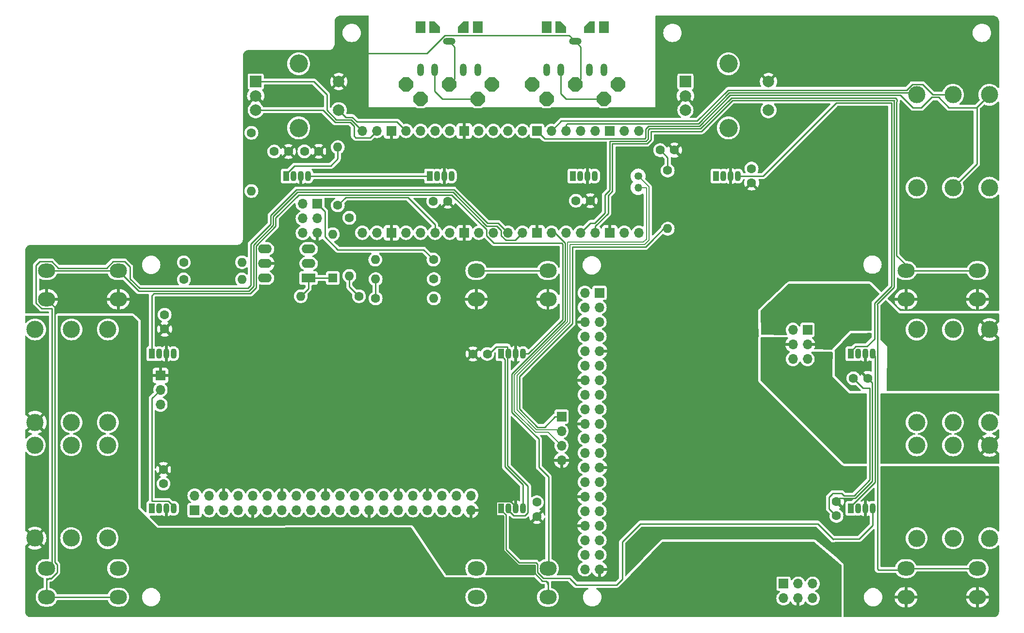
<source format=gbr>
%TF.GenerationSoftware,KiCad,Pcbnew,7.0.1.1-36-gbcf78dbe24-dirty-deb11*%
%TF.CreationDate,2023-03-25T20:44:23+00:00*%
%TF.ProjectId,pedalboard-hw,70656461-6c62-46f6-9172-642d68772e6b,0.0.1*%
%TF.SameCoordinates,Original*%
%TF.FileFunction,Copper,L2,Bot*%
%TF.FilePolarity,Positive*%
%FSLAX46Y46*%
G04 Gerber Fmt 4.6, Leading zero omitted, Abs format (unit mm)*
G04 Created by KiCad (PCBNEW 7.0.1.1-36-gbcf78dbe24-dirty-deb11) date 2023-03-25 20:44:23*
%MOMM*%
%LPD*%
G01*
G04 APERTURE LIST*
G04 Aperture macros list*
%AMOutline5P*
0 Free polygon, 5 corners , with rotation*
0 The origin of the aperture is its center*
0 number of corners: always 5*
0 $1 to $10 corner X, Y*
0 $11 Rotation angle, in degrees counterclockwise*
0 create outline with 5 corners*
4,1,5,$1,$2,$3,$4,$5,$6,$7,$8,$9,$10,$1,$2,$11*%
%AMOutline6P*
0 Free polygon, 6 corners , with rotation*
0 The origin of the aperture is its center*
0 number of corners: always 6*
0 $1 to $12 corner X, Y*
0 $13 Rotation angle, in degrees counterclockwise*
0 create outline with 6 corners*
4,1,6,$1,$2,$3,$4,$5,$6,$7,$8,$9,$10,$11,$12,$1,$2,$13*%
%AMOutline7P*
0 Free polygon, 7 corners , with rotation*
0 The origin of the aperture is its center*
0 number of corners: always 7*
0 $1 to $14 corner X, Y*
0 $15 Rotation angle, in degrees counterclockwise*
0 create outline with 7 corners*
4,1,7,$1,$2,$3,$4,$5,$6,$7,$8,$9,$10,$11,$12,$13,$14,$1,$2,$15*%
%AMOutline8P*
0 Free polygon, 8 corners , with rotation*
0 The origin of the aperture is its center*
0 number of corners: always 8*
0 $1 to $16 corner X, Y*
0 $17 Rotation angle, in degrees counterclockwise*
0 create outline with 8 corners*
4,1,8,$1,$2,$3,$4,$5,$6,$7,$8,$9,$10,$11,$12,$13,$14,$15,$16,$1,$2,$17*%
G04 Aperture macros list end*
%TA.AperFunction,ComponentPad*%
%ADD10C,1.600000*%
%TD*%
%TA.AperFunction,ComponentPad*%
%ADD11O,1.200000X2.200000*%
%TD*%
%TA.AperFunction,ComponentPad*%
%ADD12O,2.200000X1.200000*%
%TD*%
%TA.AperFunction,ComponentPad*%
%ADD13C,3.000000*%
%TD*%
%TA.AperFunction,ComponentPad*%
%ADD14O,1.600000X1.600000*%
%TD*%
%TA.AperFunction,ComponentPad*%
%ADD15R,1.070000X1.800000*%
%TD*%
%TA.AperFunction,ComponentPad*%
%ADD16O,1.070000X1.800000*%
%TD*%
%TA.AperFunction,ComponentPad*%
%ADD17R,1.700000X1.700000*%
%TD*%
%TA.AperFunction,ComponentPad*%
%ADD18O,1.700000X1.700000*%
%TD*%
%TA.AperFunction,ComponentPad*%
%ADD19O,3.000000X2.500000*%
%TD*%
%TA.AperFunction,ComponentPad*%
%ADD20R,2.400000X1.600000*%
%TD*%
%TA.AperFunction,ComponentPad*%
%ADD21O,2.400000X1.600000*%
%TD*%
%TA.AperFunction,ComponentPad*%
%ADD22Outline8P,-1.250000X0.517767X-0.517767X1.250000X0.517767X1.250000X1.250000X0.517767X1.250000X-0.517767X0.517767X-1.250000X-0.517767X-1.250000X-1.250000X-0.517767X180.000000*%
%TD*%
%TA.AperFunction,ComponentPad*%
%ADD23Outline8P,-1.250000X0.517767X-0.517767X1.250000X0.517767X1.250000X1.250000X0.517767X1.250000X-0.517767X0.517767X-1.250000X-0.517767X-1.250000X-1.250000X-0.517767X270.000000*%
%TD*%
%TA.AperFunction,ComponentPad*%
%ADD24Outline5P,-0.900000X1.000000X0.900000X1.000000X0.900000X-0.100000X0.000000X-1.000000X-0.900000X-1.000000X180.000000*%
%TD*%
%TA.AperFunction,ComponentPad*%
%ADD25R,1.800000X2.000000*%
%TD*%
%TA.AperFunction,ComponentPad*%
%ADD26Outline5P,-0.900000X1.000000X0.900000X1.000000X0.900000X-1.000000X0.000000X-1.000000X-0.900000X-0.100000X180.000000*%
%TD*%
%TA.AperFunction,ComponentPad*%
%ADD27R,2.000000X2.000000*%
%TD*%
%TA.AperFunction,ComponentPad*%
%ADD28C,2.000000*%
%TD*%
%TA.AperFunction,ComponentPad*%
%ADD29C,3.200000*%
%TD*%
%TA.AperFunction,ComponentPad*%
%ADD30R,1.600000X1.600000*%
%TD*%
%TA.AperFunction,ComponentPad*%
%ADD31C,1.350000*%
%TD*%
%TA.AperFunction,ComponentPad*%
%ADD32O,1.350000X1.350000*%
%TD*%
%TA.AperFunction,ViaPad*%
%ADD33C,0.800000*%
%TD*%
%TA.AperFunction,Conductor*%
%ADD34C,0.250000*%
%TD*%
%TA.AperFunction,Conductor*%
%ADD35C,0.200000*%
%TD*%
G04 APERTURE END LIST*
D10*
%TO.P,C5,1*%
%TO.N,+3.3V*%
X146800000Y-46700000D03*
%TO.P,C5,2*%
%TO.N,GND*%
X146800000Y-49200000D03*
%TD*%
D11*
%TO.P,J16,R*%
%TO.N,Net-(J15-Pin_6)*%
X121000000Y-29500000D03*
%TO.P,J16,RN*%
X118500000Y-29500000D03*
D12*
%TO.P,J16,S*%
%TO.N,GND*%
X116000000Y-24500000D03*
D11*
%TO.P,J16,T*%
%TO.N,Net-(J15-Pin_4)*%
X111000000Y-29500000D03*
%TO.P,J16,TN*%
X113500000Y-29500000D03*
%TD*%
D13*
%TO.P,J12,R*%
%TO.N,unconnected-(J12-PadR)*%
X28050000Y-111200000D03*
%TO.P,J12,RN*%
%TO.N,unconnected-(J12-PadRN)*%
X28050000Y-94970000D03*
%TO.P,J12,S*%
%TO.N,/Audio/GND_out*%
X21700000Y-111200000D03*
%TO.P,J12,SN*%
%TO.N,unconnected-(J12-PadSN)*%
X21700000Y-94970000D03*
%TO.P,J12,T*%
%TO.N,Net-(J8-out_L)*%
X34400000Y-111200000D03*
%TO.P,J12,TN*%
%TO.N,unconnected-(J12-PadTN)*%
X34400000Y-94970000D03*
%TD*%
D10*
%TO.P,L5,1,1*%
%TO.N,Net-(U1-VBUS)*%
X132160000Y-47020000D03*
D14*
%TO.P,L5,2,2*%
%TO.N,/Audio/V_BUS*%
X132160000Y-57180000D03*
%TD*%
D15*
%TO.P,D3,1,DIN*%
%TO.N,Net-(D2-DOUT)*%
X115600000Y-48000000D03*
D16*
%TO.P,D3,2,VDD*%
%TO.N,+3.3V*%
X116870000Y-48000000D03*
%TO.P,D3,3,GND*%
%TO.N,GND*%
X118140000Y-48000000D03*
%TO.P,D3,4,DOUT*%
%TO.N,Net-(D3-DOUT)*%
X119410000Y-48000000D03*
%TD*%
D13*
%TO.P,J11,R*%
%TO.N,unconnected-(J11-PadR)*%
X28085000Y-91000000D03*
%TO.P,J11,RN*%
%TO.N,unconnected-(J11-PadRN)*%
X28085000Y-74770000D03*
%TO.P,J11,S*%
%TO.N,/Audio/GND_out*%
X21735000Y-91000000D03*
%TO.P,J11,SN*%
%TO.N,unconnected-(J11-PadSN)*%
X21735000Y-74770000D03*
%TO.P,J11,T*%
%TO.N,Net-(J8-out_R)*%
X34435000Y-91000000D03*
%TO.P,J11,TN*%
%TO.N,unconnected-(J11-PadTN)*%
X34435000Y-74770000D03*
%TD*%
%TO.P,J10,R*%
%TO.N,/Audio/in_L-*%
X181950000Y-94995000D03*
%TO.P,J10,RN*%
%TO.N,unconnected-(J10-PadRN)*%
X181950000Y-111225000D03*
%TO.P,J10,S*%
%TO.N,/Audio/GND_in_L*%
X188300000Y-94995000D03*
%TO.P,J10,SN*%
%TO.N,unconnected-(J10-PadSN)*%
X188300000Y-111225000D03*
%TO.P,J10,T*%
%TO.N,/Audio/in_L+*%
X175600000Y-94995000D03*
%TO.P,J10,TN*%
%TO.N,unconnected-(J10-PadTN)*%
X175600000Y-111225000D03*
%TD*%
D15*
%TO.P,D4,1,DIN*%
%TO.N,Net-(D3-DOUT)*%
X140600000Y-48000000D03*
D16*
%TO.P,D4,2,VDD*%
%TO.N,+3.3V*%
X141870000Y-48000000D03*
%TO.P,D4,3,GND*%
%TO.N,GND*%
X143140000Y-48000000D03*
%TO.P,D4,4,DOUT*%
%TO.N,Net-(D4-DOUT)*%
X144410000Y-48000000D03*
%TD*%
D10*
%TO.P,C10,1*%
%TO.N,+3.3V*%
X109310000Y-104930000D03*
%TO.P,C10,2*%
%TO.N,GND*%
X109310000Y-107430000D03*
%TD*%
D15*
%TO.P,D7,1,DIN*%
%TO.N,Net-(D6-DOUT)*%
X103100000Y-106000000D03*
D16*
%TO.P,D7,2,VDD*%
%TO.N,+3.3V*%
X104370000Y-106000000D03*
%TO.P,D7,3,GND*%
%TO.N,GND*%
X105640000Y-106000000D03*
%TO.P,D7,4,DOUT*%
%TO.N,Net-(D7-DOUT)*%
X106910000Y-106000000D03*
%TD*%
D17*
%TO.P,J7,1,3V3*%
%TO.N,Net-(J7-3V3-Pad1)*%
X49590000Y-106320000D03*
D18*
%TO.P,J7,2,5V*%
%TO.N,Net-(J7-5V-Pad2)*%
X49590000Y-103780000D03*
%TO.P,J7,3,SDA/GPIO2*%
%TO.N,Net-(J7-SDA{slash}GPIO2)*%
X52130000Y-106320000D03*
%TO.P,J7,4,5V*%
%TO.N,Net-(J7-5V-Pad4)*%
X52130000Y-103780000D03*
%TO.P,J7,5,SCL/GPIO3*%
%TO.N,Net-(J7-SCL{slash}GPIO3)*%
X54670000Y-106320000D03*
%TO.P,J7,6,GND*%
%TO.N,GND*%
X54670000Y-103780000D03*
%TO.P,J7,7,GCLK0/GPIO4*%
%TO.N,Net-(J7-GCLK0{slash}GPIO4)*%
X57210000Y-106320000D03*
%TO.P,J7,8,GPIO14/TXD*%
%TO.N,Net-(J7-GPIO14{slash}TXD)*%
X57210000Y-103780000D03*
%TO.P,J7,9,GND*%
%TO.N,GND*%
X59750000Y-106320000D03*
%TO.P,J7,10,GPIO15/RXD*%
%TO.N,Net-(J7-GPIO15{slash}RXD)*%
X59750000Y-103780000D03*
%TO.P,J7,11,GPIO17*%
%TO.N,Net-(J7-GPIO17)*%
X62290000Y-106320000D03*
%TO.P,J7,12,GPIO18/PWM0*%
%TO.N,Net-(J7-GPIO18{slash}PWM0)*%
X62290000Y-103780000D03*
%TO.P,J7,13,GPIO27*%
%TO.N,Net-(J7-GPIO27)*%
X64830000Y-106320000D03*
%TO.P,J7,14,GND*%
%TO.N,GND*%
X64830000Y-103780000D03*
%TO.P,J7,15,GPIO22*%
%TO.N,Net-(J7-GPIO22)*%
X67370000Y-106320000D03*
%TO.P,J7,16,GPIO23*%
%TO.N,Net-(J7-GPIO23)*%
X67370000Y-103780000D03*
%TO.P,J7,17,3V3*%
%TO.N,Net-(J7-3V3-Pad17)*%
X69910000Y-106320000D03*
%TO.P,J7,18,GPIO24*%
%TO.N,Net-(J7-GPIO24)*%
X69910000Y-103780000D03*
%TO.P,J7,19,MOSI0/GPIO10*%
%TO.N,Net-(J7-MOSI0{slash}GPIO10)*%
X72450000Y-106320000D03*
%TO.P,J7,20,GND*%
%TO.N,GND*%
X72450000Y-103780000D03*
%TO.P,J7,21,MISO0/GPIO9*%
%TO.N,Net-(J7-MISO0{slash}GPIO9)*%
X74990000Y-106320000D03*
%TO.P,J7,22,GPIO25*%
%TO.N,Net-(J7-GPIO25)*%
X74990000Y-103780000D03*
%TO.P,J7,23,SCLK0/GPIO11*%
%TO.N,Net-(J7-SCLK0{slash}GPIO11)*%
X77530000Y-106320000D03*
%TO.P,J7,24,~{CE0}/GPIO8*%
%TO.N,Net-(J7-~{CE0}{slash}GPIO8)*%
X77530000Y-103780000D03*
%TO.P,J7,25,GND*%
%TO.N,GND*%
X80070000Y-106320000D03*
%TO.P,J7,26,~{CE1}/GPIO7*%
%TO.N,Net-(J7-~{CE1}{slash}GPIO7)*%
X80070000Y-103780000D03*
%TO.P,J7,27,ID_SD/GPIO0*%
%TO.N,Net-(J7-ID_SD{slash}GPIO0)*%
X82610000Y-106320000D03*
%TO.P,J7,28,ID_SC/GPIO1*%
%TO.N,Net-(J7-ID_SC{slash}GPIO1)*%
X82610000Y-103780000D03*
%TO.P,J7,29,GCLK1/GPIO5*%
%TO.N,Net-(J7-GCLK1{slash}GPIO5)*%
X85150000Y-106320000D03*
%TO.P,J7,30,GND*%
%TO.N,GND*%
X85150000Y-103780000D03*
%TO.P,J7,31,GCLK2/GPIO6*%
%TO.N,Net-(J7-GCLK2{slash}GPIO6)*%
X87690000Y-106320000D03*
%TO.P,J7,32,PWM0/GPIO12*%
%TO.N,Net-(J7-PWM0{slash}GPIO12)*%
X87690000Y-103780000D03*
%TO.P,J7,33,PWM1/GPIO13*%
%TO.N,Net-(J7-PWM1{slash}GPIO13)*%
X90230000Y-106320000D03*
%TO.P,J7,34,GND*%
%TO.N,GND*%
X90230000Y-103780000D03*
%TO.P,J7,35,GPIO19/MISO1*%
%TO.N,Net-(J7-GPIO19{slash}MISO1)*%
X92770000Y-106320000D03*
%TO.P,J7,36,GPIO16*%
%TO.N,Net-(J7-GPIO16)*%
X92770000Y-103780000D03*
%TO.P,J7,37,GPIO26*%
%TO.N,Net-(J7-GPIO26)*%
X95310000Y-106320000D03*
%TO.P,J7,38,GPIO20/MOSI1*%
%TO.N,Net-(J7-GPIO20{slash}MOSI1)*%
X95310000Y-103780000D03*
%TO.P,J7,39,GND*%
%TO.N,GND*%
X97850000Y-106320000D03*
%TO.P,J7,40,GPIO21/SCLK1*%
%TO.N,Net-(J7-GPIO21{slash}SCLK1)*%
X97850000Y-103780000D03*
%TD*%
D10*
%TO.P,C11,1*%
%TO.N,+3.3V*%
X161620000Y-107300000D03*
%TO.P,C11,2*%
%TO.N,GND*%
X161620000Y-104800000D03*
%TD*%
%TO.P,C9,1*%
%TO.N,+3.3V*%
X44155000Y-101700000D03*
%TO.P,C9,2*%
%TO.N,GND*%
X44155000Y-99200000D03*
%TD*%
D19*
%TO.P,SW2,1,1*%
%TO.N,/MIDI/SW_E*%
X98750000Y-64500000D03*
X111250000Y-64500000D03*
%TO.P,SW2,2,2*%
%TO.N,GND*%
X98750000Y-69500000D03*
X111250000Y-69500000D03*
%TD*%
D15*
%TO.P,D9,1,DIN*%
%TO.N,Net-(D8-DOUT)*%
X42100000Y-79000000D03*
D16*
%TO.P,D9,2,VDD*%
%TO.N,+3.3V*%
X43370000Y-79000000D03*
%TO.P,D9,3,GND*%
%TO.N,GND*%
X44640000Y-79000000D03*
%TO.P,D9,4,DOUT*%
%TO.N,Net-(D10-DIN)*%
X45910000Y-79000000D03*
%TD*%
D10*
%TO.P,R5,1*%
%TO.N,/MIDI/RGB_DATA*%
X74575000Y-53105000D03*
D14*
%TO.P,R5,2*%
%TO.N,Net-(D1-DIN)*%
X74575000Y-42945000D03*
%TD*%
D20*
%TO.P,U2,1*%
%TO.N,Net-(D11-K)*%
X69475000Y-65800000D03*
D21*
%TO.P,U2,2*%
%TO.N,Net-(D11-A)*%
X69475000Y-63260000D03*
%TO.P,U2,3*%
%TO.N,unconnected-(U2-Pad3)*%
X69475000Y-60720000D03*
%TO.P,U2,4*%
%TO.N,Net-(U1-GPIO1)*%
X61855000Y-60720000D03*
%TO.P,U2,5*%
%TO.N,GND*%
X61855000Y-63260000D03*
%TO.P,U2,6*%
%TO.N,+3.3V*%
X61855000Y-65800000D03*
%TD*%
D13*
%TO.P,J3,R*%
%TO.N,Net-(U1-GPIO28_ADC2)*%
X181965000Y-33800000D03*
%TO.P,J3,RN*%
%TO.N,Net-(U1-AGND)*%
X181965000Y-50030000D03*
%TO.P,J3,S*%
X188315000Y-33800000D03*
%TO.P,J3,SN*%
%TO.N,unconnected-(J3-PadSN)*%
X188315000Y-50030000D03*
%TO.P,J3,T*%
%TO.N,Net-(U1-ADC_VREF)*%
X175615000Y-33800000D03*
%TO.P,J3,TN*%
%TO.N,unconnected-(J3-PadTN)*%
X175615000Y-50030000D03*
%TD*%
D10*
%TO.P,C1,1*%
%TO.N,Net-(J15-Pin_2)*%
X63475000Y-43700000D03*
%TO.P,C1,2*%
%TO.N,GND*%
X65975000Y-43700000D03*
%TD*%
D22*
%TO.P,J1,1*%
%TO.N,unconnected-(J1-Pad1)*%
X108500000Y-32000000D03*
D23*
%TO.P,J1,2*%
%TO.N,GND*%
X116000000Y-32000000D03*
D22*
%TO.P,J1,3*%
%TO.N,unconnected-(J1-Pad3)*%
X123500000Y-32000000D03*
%TO.P,J1,4*%
%TO.N,Net-(J15-Pin_6)*%
X111000000Y-34500000D03*
%TO.P,J1,5*%
%TO.N,Net-(J15-Pin_4)*%
X121000000Y-34500000D03*
D24*
%TO.P,J1,PE*%
%TO.N,N/C*%
X118500000Y-22000000D03*
D25*
%TO.P,J1,PE1*%
X121000000Y-22000000D03*
%TO.P,J1,PE2*%
X111000000Y-22000000D03*
D26*
%TO.P,J1,PE@*%
X113500000Y-22000000D03*
%TD*%
D15*
%TO.P,D2,1,DIN*%
%TO.N,Net-(D1-DOUT)*%
X90600000Y-48000000D03*
D16*
%TO.P,D2,2,VDD*%
%TO.N,+3.3V*%
X91870000Y-48000000D03*
%TO.P,D2,3,GND*%
%TO.N,GND*%
X93140000Y-48000000D03*
%TO.P,D2,4,DOUT*%
%TO.N,Net-(D2-DOUT)*%
X94410000Y-48000000D03*
%TD*%
D27*
%TO.P,SW7,A,A*%
%TO.N,/MIDI/ROT_VOL_A*%
X60250000Y-31500000D03*
D28*
%TO.P,SW7,B,B*%
%TO.N,/MIDI/ROT_VOL_B*%
X60250000Y-36500000D03*
%TO.P,SW7,C,C*%
%TO.N,GND*%
X60250000Y-34000000D03*
D29*
%TO.P,SW7,MP*%
%TO.N,N/C*%
X67750000Y-28400000D03*
X67750000Y-39600000D03*
D28*
%TO.P,SW7,S1,S1*%
%TO.N,/MIDI/SW_VOL*%
X74750000Y-36500000D03*
%TO.P,SW7,S2,S2*%
%TO.N,GND*%
X74750000Y-31500000D03*
%TD*%
D10*
%TO.P,C2,1*%
%TO.N,+3.3V*%
X68750000Y-43675000D03*
%TO.P,C2,2*%
%TO.N,GND*%
X71250000Y-43675000D03*
%TD*%
%TO.P,C8,1*%
%TO.N,+3.3V*%
X164570000Y-83300000D03*
%TO.P,C8,2*%
%TO.N,GND*%
X167070000Y-83300000D03*
%TD*%
%TO.P,R1,1*%
%TO.N,Net-(L1-Pad2)*%
X78280000Y-68980000D03*
D14*
%TO.P,R1,2*%
%TO.N,Net-(D11-K)*%
X68120000Y-68980000D03*
%TD*%
D15*
%TO.P,D1,1,DIN*%
%TO.N,Net-(D1-DIN)*%
X65600000Y-48000000D03*
D16*
%TO.P,D1,2,VDD*%
%TO.N,+3.3V*%
X66870000Y-48000000D03*
%TO.P,D1,3,GND*%
%TO.N,GND*%
X68140000Y-48000000D03*
%TO.P,D1,4,DOUT*%
%TO.N,Net-(D1-DOUT)*%
X69410000Y-48000000D03*
%TD*%
D10*
%TO.P,C3,1*%
%TO.N,+3.3V*%
X91250000Y-52400000D03*
%TO.P,C3,2*%
%TO.N,GND*%
X93750000Y-52400000D03*
%TD*%
D13*
%TO.P,J9,R*%
%TO.N,/Audio/in_R-*%
X181950000Y-74780000D03*
%TO.P,J9,RN*%
%TO.N,unconnected-(J9-PadRN)*%
X181950000Y-91010000D03*
%TO.P,J9,S*%
%TO.N,/Audio/GND_in_R*%
X188300000Y-74780000D03*
%TO.P,J9,SN*%
%TO.N,unconnected-(J9-PadSN)*%
X188300000Y-91010000D03*
%TO.P,J9,T*%
%TO.N,/Audio/in_R+*%
X175600000Y-74780000D03*
%TO.P,J9,TN*%
%TO.N,unconnected-(J9-PadTN)*%
X175600000Y-91010000D03*
%TD*%
D19*
%TO.P,SW1,1,1*%
%TO.N,/MIDI/SW_D*%
X23750000Y-64500000D03*
X36250000Y-64500000D03*
%TO.P,SW1,2,2*%
%TO.N,GND*%
X23750000Y-69500000D03*
X36250000Y-69500000D03*
%TD*%
D10*
%TO.P,C12,1*%
%TO.N,Net-(U1-VBUS)*%
X130840000Y-43470000D03*
%TO.P,C12,2*%
%TO.N,GND*%
X133340000Y-43470000D03*
%TD*%
%TO.P,R3,1*%
%TO.N,+3.3V*%
X47695000Y-63050000D03*
D14*
%TO.P,R3,2*%
%TO.N,Net-(L3-Pad2)*%
X57855000Y-63050000D03*
%TD*%
D15*
%TO.P,D5,1,DIN*%
%TO.N,Net-(D4-DOUT)*%
X164100000Y-79000000D03*
D16*
%TO.P,D5,2,VDD*%
%TO.N,+3.3V*%
X165370000Y-79000000D03*
%TO.P,D5,3,GND*%
%TO.N,GND*%
X166640000Y-79000000D03*
%TO.P,D5,4,DOUT*%
%TO.N,Net-(D5-DOUT)*%
X167910000Y-79000000D03*
%TD*%
D10*
%TO.P,R4,1*%
%TO.N,Net-(L4-Pad2)*%
X81190000Y-69340000D03*
D14*
%TO.P,R4,2*%
%TO.N,Net-(U1-GPIO0)*%
X91350000Y-69340000D03*
%TD*%
D15*
%TO.P,D10,1,DIN*%
%TO.N,Net-(D10-DIN)*%
X42100000Y-106000000D03*
D16*
%TO.P,D10,2,VDD*%
%TO.N,+3.3V*%
X43370000Y-106000000D03*
%TO.P,D10,3,GND*%
%TO.N,GND*%
X44640000Y-106000000D03*
%TO.P,D10,4,DOUT*%
%TO.N,Net-(D10-DOUT)*%
X45910000Y-106000000D03*
%TD*%
D10*
%TO.P,L1,1,1*%
%TO.N,Net-(J15-Pin_3)*%
X76600000Y-55270000D03*
D14*
%TO.P,L1,2,2*%
%TO.N,Net-(L1-Pad2)*%
X76600000Y-65430000D03*
%TD*%
D30*
%TO.P,D11,1,K*%
%TO.N,Net-(D11-K)*%
X73700000Y-65775000D03*
D14*
%TO.P,D11,2,A*%
%TO.N,Net-(D11-A)*%
X73700000Y-58155000D03*
%TD*%
D10*
%TO.P,C4,1*%
%TO.N,+3.3V*%
X116150000Y-52300000D03*
%TO.P,C4,2*%
%TO.N,GND*%
X118650000Y-52300000D03*
%TD*%
%TO.P,L2,1,1*%
%TO.N,Net-(J15-Pin_1)*%
X91280000Y-62575000D03*
D14*
%TO.P,L2,2,2*%
%TO.N,Net-(D11-A)*%
X81120000Y-62575000D03*
%TD*%
D15*
%TO.P,D6,1,DIN*%
%TO.N,Net-(D5-DOUT)*%
X164100000Y-106000000D03*
D16*
%TO.P,D6,2,VDD*%
%TO.N,+3.3V*%
X165370000Y-106000000D03*
%TO.P,D6,3,GND*%
%TO.N,GND*%
X166640000Y-106000000D03*
%TO.P,D6,4,DOUT*%
%TO.N,Net-(D6-DOUT)*%
X167910000Y-106000000D03*
%TD*%
D19*
%TO.P,SW6,1,1*%
%TO.N,/MIDI/SW_C*%
X173750000Y-116500000D03*
X186250000Y-116500000D03*
%TO.P,SW6,2,2*%
%TO.N,GND*%
X173750000Y-121500000D03*
X186250000Y-121500000D03*
%TD*%
%TO.P,SW3,1,1*%
%TO.N,/MIDI/SW_F*%
X173750000Y-64500000D03*
X186250000Y-64500000D03*
%TO.P,SW3,2,2*%
%TO.N,GND*%
X173750000Y-69500000D03*
X186250000Y-69500000D03*
%TD*%
D10*
%TO.P,C7,1*%
%TO.N,+3.3V*%
X100670000Y-79050000D03*
%TO.P,C7,2*%
%TO.N,GND*%
X98170000Y-79050000D03*
%TD*%
D19*
%TO.P,SW4,1,1*%
%TO.N,/MIDI/SW_A*%
X23750000Y-116500000D03*
X36250000Y-116500000D03*
%TO.P,SW4,2,2*%
%TO.N,GND*%
X23750000Y-121500000D03*
X36250000Y-121500000D03*
%TD*%
D10*
%TO.P,L4,1,1*%
%TO.N,Net-(J15-Pin_4)*%
X91350000Y-65980000D03*
D14*
%TO.P,L4,2,2*%
%TO.N,Net-(L4-Pad2)*%
X81190000Y-65980000D03*
%TD*%
D27*
%TO.P,SW8,A,A*%
%TO.N,/MIDI/ROT_GAIN_A*%
X135250000Y-31500000D03*
D28*
%TO.P,SW8,B,B*%
%TO.N,/MIDI/ROT_GAIN_B*%
X135250000Y-36500000D03*
%TO.P,SW8,C,C*%
%TO.N,GND*%
X135250000Y-34000000D03*
D29*
%TO.P,SW8,MP*%
%TO.N,N/C*%
X142750000Y-28400000D03*
X142750000Y-39600000D03*
D28*
%TO.P,SW8,S1,S1*%
%TO.N,/MIDI/SW_GAIN*%
X149750000Y-36500000D03*
%TO.P,SW8,S2,S2*%
%TO.N,GND*%
X149750000Y-31500000D03*
%TD*%
D10*
%TO.P,R2,1*%
%TO.N,+3.3V*%
X47695000Y-66050000D03*
D14*
%TO.P,R2,2*%
%TO.N,Net-(U1-GPIO1)*%
X57855000Y-66050000D03*
%TD*%
D19*
%TO.P,SW5,1,1*%
%TO.N,/MIDI/SW_B*%
X98750000Y-116500000D03*
X111250000Y-116500000D03*
%TO.P,SW5,2,2*%
%TO.N,GND*%
X98750000Y-121500000D03*
X111250000Y-121500000D03*
%TD*%
D22*
%TO.P,J2,1*%
%TO.N,unconnected-(J2-Pad1)*%
X86505500Y-32000000D03*
D23*
%TO.P,J2,2*%
%TO.N,Net-(J15-Pin_2)*%
X94005500Y-32000000D03*
D22*
%TO.P,J2,3*%
%TO.N,unconnected-(J2-Pad3)*%
X101505500Y-32000000D03*
%TO.P,J2,4*%
%TO.N,Net-(J15-Pin_3)*%
X89005500Y-34500000D03*
%TO.P,J2,5*%
%TO.N,Net-(J15-Pin_1)*%
X99005500Y-34500000D03*
D24*
%TO.P,J2,PE*%
%TO.N,N/C*%
X96505500Y-22000000D03*
D25*
%TO.P,J2,PE1*%
X99005500Y-22000000D03*
%TO.P,J2,PE2*%
X89005500Y-22000000D03*
D26*
%TO.P,J2,PE@*%
X91505500Y-22000000D03*
%TD*%
D10*
%TO.P,C6,1*%
%TO.N,+3.3V*%
X44355000Y-72200000D03*
%TO.P,C6,2*%
%TO.N,GND*%
X44355000Y-74700000D03*
%TD*%
D15*
%TO.P,D8,1,DIN*%
%TO.N,Net-(D7-DOUT)*%
X103100000Y-79000000D03*
D16*
%TO.P,D8,2,VDD*%
%TO.N,+3.3V*%
X104370000Y-79000000D03*
%TO.P,D8,3,GND*%
%TO.N,GND*%
X105640000Y-79000000D03*
%TO.P,D8,4,DOUT*%
%TO.N,Net-(D8-DOUT)*%
X106910000Y-79000000D03*
%TD*%
D10*
%TO.P,L3,1,1*%
%TO.N,Net-(J15-Pin_6)*%
X59500000Y-40445000D03*
D14*
%TO.P,L3,2,2*%
%TO.N,Net-(L3-Pad2)*%
X59500000Y-50605000D03*
%TD*%
D11*
%TO.P,J17,R*%
%TO.N,Net-(J15-Pin_3)*%
X99000000Y-29500000D03*
%TO.P,J17,RN*%
X96500000Y-29500000D03*
D12*
%TO.P,J17,S*%
%TO.N,Net-(J15-Pin_2)*%
X94000000Y-24500000D03*
D11*
%TO.P,J17,T*%
%TO.N,Net-(J15-Pin_1)*%
X89000000Y-29500000D03*
%TO.P,J17,TN*%
X91500000Y-29500000D03*
%TD*%
D17*
%TO.P,J6,1,VBUS*%
%TO.N,/Audio/V_BUS*%
X113625000Y-89985000D03*
D18*
%TO.P,J6,2,D-*%
%TO.N,/Audio/USB_DN*%
X113625000Y-92525000D03*
%TO.P,J6,3,D+*%
%TO.N,/Audio/USB_DP*%
X113625000Y-95065000D03*
%TO.P,J6,4,GND*%
%TO.N,GND*%
X113625000Y-97605000D03*
%TD*%
D31*
%TO.P,J5,1,Pin_1*%
%TO.N,/Audio/USB_DN*%
X127000000Y-48000000D03*
D32*
%TO.P,J5,2,Pin_2*%
%TO.N,/Audio/USB_DP*%
X127000000Y-50000000D03*
%TD*%
D18*
%TO.P,U1,1,GPIO0*%
%TO.N,Net-(U1-GPIO0)*%
X127130000Y-57890000D03*
%TO.P,U1,2,GPIO1*%
%TO.N,Net-(U1-GPIO1)*%
X124590000Y-57890000D03*
D17*
%TO.P,U1,3,GND*%
%TO.N,GND*%
X122050000Y-57890000D03*
D18*
%TO.P,U1,4,GPIO2*%
%TO.N,/MIDI/SW_C*%
X119510000Y-57890000D03*
%TO.P,U1,5,GPIO3*%
%TO.N,/MIDI/SW_F*%
X116970000Y-57890000D03*
%TO.P,U1,6,GPIO4*%
%TO.N,/MIDI/SW_E*%
X114430000Y-57890000D03*
%TO.P,U1,7,GPIO5*%
%TO.N,/MIDI/SW_B*%
X111890000Y-57890000D03*
D17*
%TO.P,U1,8,GND*%
%TO.N,GND*%
X109350000Y-57890000D03*
D18*
%TO.P,U1,9,GPIO6*%
%TO.N,/MIDI/SW_D*%
X106810000Y-57890000D03*
%TO.P,U1,10,GPIO7*%
%TO.N,/MIDI/SW_A*%
X104270000Y-57890000D03*
%TO.P,U1,11,GPIO8*%
%TO.N,unconnected-(U1-GPIO8-Pad11)*%
X101730000Y-57890000D03*
%TO.P,U1,12,GPIO9*%
%TO.N,unconnected-(U1-GPIO9-Pad12)*%
X99190000Y-57890000D03*
D17*
%TO.P,U1,13,GND*%
%TO.N,GND*%
X96650000Y-57890000D03*
D18*
%TO.P,U1,14,GPIO10*%
%TO.N,unconnected-(U1-GPIO10-Pad14)*%
X94110000Y-57890000D03*
%TO.P,U1,15,GPIO11*%
%TO.N,/MIDI/RGB_DATA*%
X91570000Y-57890000D03*
%TO.P,U1,16,GPIO12*%
%TO.N,unconnected-(U1-GPIO12-Pad16)*%
X89030000Y-57890000D03*
%TO.P,U1,17,GPIO13*%
%TO.N,unconnected-(U1-GPIO13-Pad17)*%
X86490000Y-57890000D03*
D17*
%TO.P,U1,18,GND*%
%TO.N,GND*%
X83950000Y-57890000D03*
D18*
%TO.P,U1,19,GPIO14*%
%TO.N,unconnected-(U1-GPIO14-Pad19)*%
X81410000Y-57890000D03*
%TO.P,U1,20,GPIO15*%
%TO.N,unconnected-(U1-GPIO15-Pad20)*%
X78870000Y-57890000D03*
%TO.P,U1,21,GPIO16*%
%TO.N,/MIDI/ROT_VOL_A*%
X78870000Y-40110000D03*
%TO.P,U1,22,GPIO17*%
%TO.N,/MIDI/ROT_VOL_B*%
X81410000Y-40110000D03*
D17*
%TO.P,U1,23,GND*%
%TO.N,GND*%
X83950000Y-40110000D03*
D18*
%TO.P,U1,24,GPIO18*%
%TO.N,/MIDI/SW_VOL*%
X86490000Y-40110000D03*
%TO.P,U1,25,GPIO19*%
%TO.N,/MIDI/ROT_GAIN_A*%
X89030000Y-40110000D03*
%TO.P,U1,26,GPIO20*%
%TO.N,/MIDI/ROT_GAIN_B*%
X91570000Y-40110000D03*
%TO.P,U1,27,GPIO21*%
%TO.N,/MIDI/SW_GAIN*%
X94110000Y-40110000D03*
D17*
%TO.P,U1,28,GND*%
%TO.N,GND*%
X96650000Y-40110000D03*
D18*
%TO.P,U1,29,GPIO22*%
%TO.N,unconnected-(U1-GPIO22-Pad29)*%
X99190000Y-40110000D03*
%TO.P,U1,30,RUN*%
%TO.N,unconnected-(U1-RUN-Pad30)*%
X101730000Y-40110000D03*
%TO.P,U1,31,GPIO26_ADC0*%
%TO.N,unconnected-(U1-GPIO26_ADC0-Pad31)*%
X104270000Y-40110000D03*
%TO.P,U1,32,GPIO27_ADC1*%
%TO.N,unconnected-(U1-GPIO27_ADC1-Pad32)*%
X106810000Y-40110000D03*
D17*
%TO.P,U1,33,AGND*%
%TO.N,Net-(U1-AGND)*%
X109350000Y-40110000D03*
D18*
%TO.P,U1,34,GPIO28_ADC2*%
%TO.N,Net-(U1-GPIO28_ADC2)*%
X111890000Y-40110000D03*
%TO.P,U1,35,ADC_VREF*%
%TO.N,Net-(U1-ADC_VREF)*%
X114430000Y-40110000D03*
%TO.P,U1,36,3V3*%
%TO.N,+3.3V*%
X116970000Y-40110000D03*
%TO.P,U1,37,3V3_EN*%
%TO.N,unconnected-(U1-3V3_EN-Pad37)*%
X119510000Y-40110000D03*
D17*
%TO.P,U1,38,GND*%
%TO.N,unconnected-(U1-GND-Pad38)*%
X122050000Y-40110000D03*
D18*
%TO.P,U1,39,VSYS*%
%TO.N,unconnected-(U1-VSYS-Pad39)*%
X124590000Y-40110000D03*
%TO.P,U1,40,VBUS*%
%TO.N,Net-(U1-VBUS)*%
X127130000Y-40110000D03*
%TD*%
D17*
%TO.P,J4,1,Pin_1*%
%TO.N,GND*%
X43615000Y-82790000D03*
D18*
%TO.P,J4,2,Pin_2*%
%TO.N,Net-(D10-DOUT)*%
X43615000Y-85330000D03*
%TO.P,J4,3,Pin_3*%
%TO.N,+3.3V*%
X43615000Y-87870000D03*
%TD*%
D17*
%TO.P,J8,1,3V3*%
%TO.N,Net-(J7-3V3-Pad1)*%
X120250000Y-68375600D03*
D18*
%TO.P,J8,2,5V*%
%TO.N,Net-(J7-5V-Pad2)*%
X117710000Y-68375600D03*
%TO.P,J8,3,SDA/GPIO2*%
%TO.N,Net-(J7-SDA{slash}GPIO2)*%
X120250000Y-70915600D03*
%TO.P,J8,4,5V*%
%TO.N,Net-(J7-5V-Pad4)*%
X117710000Y-70915600D03*
%TO.P,J8,5,SCL/GPIO3*%
%TO.N,Net-(J7-SCL{slash}GPIO3)*%
X120250000Y-73455600D03*
%TO.P,J8,6,GND*%
%TO.N,GND*%
X117710000Y-73455600D03*
%TO.P,J8,7,GCLK0/GPIO4*%
%TO.N,Net-(J7-GCLK0{slash}GPIO4)*%
X120250000Y-75995600D03*
%TO.P,J8,8,GPIO14/TXD*%
%TO.N,Net-(J7-GPIO14{slash}TXD)*%
X117710000Y-75995600D03*
%TO.P,J8,9,GND*%
%TO.N,GND*%
X120250000Y-78535600D03*
%TO.P,J8,10,GPIO15/RXD*%
%TO.N,Net-(J7-GPIO15{slash}RXD)*%
X117710000Y-78535600D03*
%TO.P,J8,11,GPIO17*%
%TO.N,Net-(J7-GPIO17)*%
X120250000Y-81075600D03*
%TO.P,J8,12,GPIO18/PWM0*%
%TO.N,Net-(J7-GPIO18{slash}PWM0)*%
X117710000Y-81075600D03*
%TO.P,J8,13,GPIO27*%
%TO.N,Net-(J7-GPIO27)*%
X120250000Y-83615600D03*
%TO.P,J8,14,GND*%
%TO.N,GND*%
X117710000Y-83615600D03*
%TO.P,J8,15,GPIO22*%
%TO.N,Net-(J7-GPIO22)*%
X120250000Y-86155600D03*
%TO.P,J8,16,GPIO23*%
%TO.N,Net-(J7-GPIO23)*%
X117710000Y-86155600D03*
%TO.P,J8,17,3V3*%
%TO.N,Net-(J7-3V3-Pad17)*%
X120250000Y-88695600D03*
%TO.P,J8,18,GPIO24*%
%TO.N,Net-(J7-GPIO24)*%
X117710000Y-88695600D03*
%TO.P,J8,19,MOSI0/GPIO10*%
%TO.N,Net-(J7-MOSI0{slash}GPIO10)*%
X120250000Y-91235600D03*
%TO.P,J8,20,GND*%
%TO.N,GND*%
X117710000Y-91235600D03*
%TO.P,J8,21,MISO0/GPIO9*%
%TO.N,Net-(J7-MISO0{slash}GPIO9)*%
X120250000Y-93775600D03*
%TO.P,J8,22,GPIO25*%
%TO.N,Net-(J7-GPIO25)*%
X117710000Y-93775600D03*
%TO.P,J8,23,SCLK0/GPIO11*%
%TO.N,Net-(J7-SCLK0{slash}GPIO11)*%
X120250000Y-96315600D03*
%TO.P,J8,24,~{CE0}/GPIO8*%
%TO.N,Net-(J7-~{CE0}{slash}GPIO8)*%
X117710000Y-96315600D03*
%TO.P,J8,25,GND*%
%TO.N,GND*%
X120250000Y-98855600D03*
%TO.P,J8,26,~{CE1}/GPIO7*%
%TO.N,Net-(J7-~{CE1}{slash}GPIO7)*%
X117710000Y-98855600D03*
%TO.P,J8,27,ID_SD/GPIO0*%
%TO.N,Net-(J7-ID_SD{slash}GPIO0)*%
X120250000Y-101395600D03*
%TO.P,J8,28,ID_SC/GPIO1*%
%TO.N,Net-(J7-ID_SC{slash}GPIO1)*%
X117710000Y-101395600D03*
%TO.P,J8,29,GCLK1/GPIO5*%
%TO.N,Net-(J7-GCLK1{slash}GPIO5)*%
X120250000Y-103935600D03*
%TO.P,J8,30,GND*%
%TO.N,GND*%
X117710000Y-103935600D03*
%TO.P,J8,31,GCLK2/GPIO6*%
%TO.N,Net-(J7-GCLK2{slash}GPIO6)*%
X120250000Y-106475600D03*
%TO.P,J8,32,PWM0/GPIO12*%
%TO.N,Net-(J7-PWM0{slash}GPIO12)*%
X117710000Y-106475600D03*
%TO.P,J8,33,PWM1/GPIO13*%
%TO.N,Net-(J7-PWM1{slash}GPIO13)*%
X120250000Y-109015600D03*
%TO.P,J8,34,GND*%
%TO.N,GND*%
X117710000Y-109015600D03*
%TO.P,J8,35,GPIO19/MISO1*%
%TO.N,Net-(J7-GPIO19{slash}MISO1)*%
X120250000Y-111555600D03*
%TO.P,J8,36,GPIO16*%
%TO.N,Net-(J7-GPIO16)*%
X117710000Y-111555600D03*
%TO.P,J8,37,GPIO26*%
%TO.N,Net-(J7-GPIO26)*%
X120250000Y-114095600D03*
%TO.P,J8,38,GPIO20/MOSI1*%
%TO.N,Net-(J7-GPIO20{slash}MOSI1)*%
X117710000Y-114095600D03*
%TO.P,J8,39,GND*%
%TO.N,GND*%
X120250000Y-116635600D03*
%TO.P,J8,40,GPIO21/SCLK1*%
%TO.N,Net-(J7-GPIO21{slash}SCLK1)*%
X117710000Y-116635600D03*
D17*
%TO.P,J8,41,in_R-*%
%TO.N,/Audio/in_R-*%
X156555000Y-74845600D03*
D18*
%TO.P,J8,42,in_R+*%
%TO.N,/Audio/in_R+*%
X154015000Y-74845600D03*
%TO.P,J8,43,in_GND*%
%TO.N,/Audio/GND_in_R*%
X156555000Y-77385600D03*
%TO.P,J8,44,in_GND*%
%TO.N,/Audio/GND_in_L*%
X154015000Y-77385600D03*
%TO.P,J8,45,in_L+*%
%TO.N,/Audio/in_L+*%
X156555000Y-79925600D03*
%TO.P,J8,46,in_L-*%
%TO.N,/Audio/in_L-*%
X154015000Y-79925600D03*
D17*
%TO.P,J8,47,out_5V*%
%TO.N,unconnected-(J8-out_5V-Pad47)*%
X152380000Y-119150600D03*
D18*
%TO.P,J8,48,out_R*%
%TO.N,Net-(J8-out_R)*%
X152380000Y-121690600D03*
%TO.P,J8,49,out_GND*%
%TO.N,unconnected-(J8-out_GND-Pad49)*%
X154920000Y-119150600D03*
%TO.P,J8,50,out_GND*%
%TO.N,/Audio/GND_out*%
X154920000Y-121690600D03*
%TO.P,J8,51,out_5V*%
%TO.N,unconnected-(J8-out_5V-Pad51)*%
X157460000Y-119150600D03*
%TO.P,J8,52,out_L*%
%TO.N,Net-(J8-out_L)*%
X157460000Y-121690600D03*
%TD*%
D17*
%TO.P,J15,1,Pin_1*%
%TO.N,Net-(J15-Pin_1)*%
X71000000Y-52850000D03*
D18*
%TO.P,J15,2,Pin_2*%
%TO.N,Net-(J15-Pin_2)*%
X68460000Y-52850000D03*
%TO.P,J15,3,Pin_3*%
%TO.N,Net-(J15-Pin_3)*%
X71000000Y-55390000D03*
%TO.P,J15,4,Pin_4*%
%TO.N,Net-(J15-Pin_4)*%
X68460000Y-55390000D03*
%TO.P,J15,5,Pin_5*%
%TO.N,GND*%
X71000000Y-57930000D03*
%TO.P,J15,6,Pin_6*%
%TO.N,Net-(J15-Pin_6)*%
X68460000Y-57930000D03*
%TD*%
D33*
%TO.N,GND*%
X169976800Y-103784400D03*
X169468800Y-66294000D03*
X152600000Y-37400000D03*
X96500000Y-49950000D03*
X123650000Y-52324000D03*
%TD*%
D34*
%TO.N,GND*%
X75855000Y-26540000D02*
X90151852Y-26540000D01*
X106019600Y-115925600D02*
X103470000Y-113376000D01*
X93274652Y-23417200D02*
X114917200Y-23417200D01*
X104726224Y-104775000D02*
X105640000Y-105688776D01*
X162198298Y-104221702D02*
X161620000Y-104800000D01*
X23750000Y-118335000D02*
X23750000Y-121500000D01*
X103470000Y-113376000D02*
X103470000Y-107317620D01*
X25575000Y-115847614D02*
X25575000Y-117152386D01*
X116975000Y-31025000D02*
X116000000Y-32000000D01*
X111250000Y-118930000D02*
X110980000Y-118660000D01*
X102240000Y-104775000D02*
X104780000Y-104775000D01*
X23750000Y-69500000D02*
X25150000Y-70900000D01*
X23750000Y-121500000D02*
X36250000Y-121500000D01*
X103470000Y-107317620D02*
X103377380Y-107225000D01*
X25575000Y-117152386D02*
X24487386Y-118240000D01*
X164876902Y-104221702D02*
X162198298Y-104221702D01*
X102240000Y-107225000D02*
X102240000Y-104775000D01*
X104780000Y-104775000D02*
X105640000Y-105635000D01*
X108975000Y-117338782D02*
X108975000Y-115925600D01*
X103377380Y-107225000D02*
X102240000Y-107225000D01*
X25150000Y-115422614D02*
X25575000Y-115847614D01*
X167070000Y-83300000D02*
X167870000Y-84100000D01*
X110296218Y-118660000D02*
X108975000Y-117338782D01*
X167870000Y-101228604D02*
X164876902Y-104221702D01*
X24487386Y-118240000D02*
X23845000Y-118240000D01*
X25150000Y-70900000D02*
X25150000Y-115422614D01*
X90151852Y-26540000D02*
X93274652Y-23417200D01*
X173750000Y-121500000D02*
X186250000Y-121500000D01*
X114917200Y-23417200D02*
X116000000Y-24500000D01*
X116000000Y-24500000D02*
X116975000Y-25475000D01*
X116975000Y-25475000D02*
X116975000Y-31025000D01*
X111250000Y-121500000D02*
X111250000Y-118930000D01*
X108975000Y-115925600D02*
X106019600Y-115925600D01*
X167870000Y-84100000D02*
X167870000Y-101228604D01*
X23845000Y-118240000D02*
X23750000Y-118335000D01*
X110980000Y-118660000D02*
X110296218Y-118660000D01*
%TO.N,+3.3V*%
X164570000Y-83300000D02*
X166258400Y-84988400D01*
X160300000Y-106045600D02*
X161620000Y-107365600D01*
X160300000Y-104078000D02*
X160300000Y-106045600D01*
X166258400Y-84988400D02*
X167420000Y-84988400D01*
X162523898Y-103380000D02*
X160932400Y-103380000D01*
X101280000Y-78735000D02*
X102240000Y-77775000D01*
X160932400Y-103445600D02*
X160300000Y-104078000D01*
X167420000Y-101042208D02*
X164690506Y-103771702D01*
X162915600Y-103771702D02*
X162523898Y-103380000D01*
X105283776Y-107225000D02*
X104370000Y-106311224D01*
X167420000Y-84988400D02*
X167420000Y-101042208D01*
X107266224Y-107225000D02*
X105283776Y-107225000D01*
X107770000Y-106721224D02*
X107266224Y-107225000D01*
X104210000Y-77775000D02*
X104210000Y-98544404D01*
X102240000Y-77775000D02*
X104210000Y-77775000D01*
X107770000Y-102104404D02*
X107770000Y-106721224D01*
X164690506Y-103771702D02*
X162915600Y-103771702D01*
X104210000Y-98544404D02*
X107770000Y-102104404D01*
%TO.N,Net-(D1-DOUT)*%
X69410000Y-48000000D02*
X90600000Y-48000000D01*
%TO.N,/MIDI/RGB_DATA*%
X91570000Y-56500000D02*
X91570000Y-57890000D01*
X75965000Y-51715000D02*
X86785000Y-51715000D01*
X86785000Y-51715000D02*
X91570000Y-56500000D01*
X74575000Y-53105000D02*
X75965000Y-51715000D01*
%TO.N,Net-(D4-DOUT)*%
X171200000Y-35230000D02*
X171200000Y-67228404D01*
X171200000Y-67228404D02*
X168275000Y-70153404D01*
X166950000Y-77740000D02*
X164995000Y-77740000D01*
X168275000Y-70153404D02*
X168275000Y-76415000D01*
X168275000Y-76415000D02*
X166950000Y-77740000D01*
X144410000Y-48000000D02*
X148790000Y-48000000D01*
X164995000Y-77740000D02*
X164100000Y-78635000D01*
X148790000Y-48000000D02*
X161560000Y-35230000D01*
X161560000Y-35230000D02*
X171200000Y-35230000D01*
%TO.N,Net-(D5-DOUT)*%
X167910000Y-79000000D02*
X168320000Y-79410000D01*
X168320000Y-79410000D02*
X168320000Y-101415000D01*
X168320000Y-101415000D02*
X164100000Y-105635000D01*
%TO.N,Net-(D6-DOUT)*%
X165557200Y-111353600D02*
X167910000Y-109000800D01*
X161086800Y-111353600D02*
X165557200Y-111353600D01*
X115111200Y-118275600D02*
X116179600Y-119344000D01*
X109425000Y-115739204D02*
X109425000Y-117152386D01*
X109425000Y-117152386D02*
X110482614Y-118210000D01*
X158333200Y-108665600D02*
X161086800Y-111419200D01*
X123201600Y-119344000D02*
X124210000Y-118335600D01*
X110482614Y-118210000D02*
X115111200Y-118210000D01*
X167910000Y-109000800D02*
X167910000Y-106000000D01*
X109161396Y-115475600D02*
X109425000Y-115739204D01*
X103100000Y-106311224D02*
X103920000Y-107131224D01*
X106205996Y-115475600D02*
X109161396Y-115475600D01*
X116179600Y-119344000D02*
X123201600Y-119344000D01*
X127406400Y-108665600D02*
X158333200Y-108665600D01*
X124210000Y-111862000D02*
X127406400Y-108665600D01*
X103920000Y-113189604D02*
X106205996Y-115475600D01*
X103920000Y-107131224D02*
X103920000Y-113189604D01*
X124210000Y-118335600D02*
X124210000Y-111862000D01*
%TO.N,Net-(D7-DOUT)*%
X103760000Y-98730800D02*
X103760000Y-79971224D01*
X106910000Y-106000000D02*
X106910000Y-101880800D01*
X106910000Y-101880800D02*
X103760000Y-98730800D01*
X103760000Y-79971224D02*
X103510000Y-79721224D01*
%TO.N,Net-(D8-DOUT)*%
X63750000Y-56750000D02*
X63750000Y-55250000D01*
X67735000Y-51265000D02*
X94468604Y-51265000D01*
X94468604Y-51265000D02*
X100555000Y-57351396D01*
X60330000Y-60170000D02*
X63750000Y-56750000D01*
X42500000Y-68500000D02*
X59310000Y-68500000D01*
X59310000Y-68500000D02*
X60330000Y-67480000D01*
X42100000Y-79000000D02*
X42100000Y-68900000D01*
X63750000Y-55250000D02*
X67735000Y-51265000D01*
X101816798Y-59652798D02*
X113626402Y-59652798D01*
X113810000Y-73044828D02*
X107854829Y-79000000D01*
X107854829Y-79000000D02*
X106910000Y-79000000D01*
X42100000Y-68900000D02*
X42500000Y-68500000D01*
X113810000Y-59836396D02*
X113810000Y-73044828D01*
X100555000Y-57351396D02*
X100555000Y-58391000D01*
X113626402Y-59652798D02*
X113810000Y-59836396D01*
X60330000Y-67480000D02*
X60330000Y-60170000D01*
X100555000Y-58391000D02*
X101816798Y-59652798D01*
%TO.N,Net-(D10-DOUT)*%
X42100000Y-86795000D02*
X42100000Y-104720000D01*
X43615000Y-85330000D02*
X42150000Y-86795000D01*
X44995000Y-104720000D02*
X45910000Y-105635000D01*
X42100000Y-104720000D02*
X44995000Y-104720000D01*
%TO.N,Net-(D11-K)*%
X69475000Y-65800000D02*
X73675000Y-65800000D01*
X69475000Y-65800000D02*
X69475000Y-67625000D01*
X69475000Y-67625000D02*
X68120000Y-68980000D01*
%TO.N,Net-(U1-GPIO28_ADC2)*%
X137310000Y-38380000D02*
X142710000Y-32980000D01*
X173854060Y-32980000D02*
X174859060Y-31975000D01*
X111890000Y-40110000D02*
X113620000Y-38380000D01*
X178455000Y-33790000D02*
X181955000Y-33790000D01*
X174859060Y-31975000D02*
X176655000Y-31975000D01*
X113620000Y-38380000D02*
X137310000Y-38380000D01*
X178455000Y-33775000D02*
X178455000Y-33790000D01*
X176655000Y-31975000D02*
X178455000Y-33775000D01*
X142710000Y-32980000D02*
X173854060Y-32980000D01*
%TO.N,Net-(U1-AGND)*%
X128150000Y-41440000D02*
X110680000Y-41440000D01*
X178255000Y-34240000D02*
X176420000Y-36075000D01*
X186107500Y-45887500D02*
X181965000Y-50030000D01*
X181255000Y-36075000D02*
X179420000Y-34240000D01*
X179420000Y-34240000D02*
X178255000Y-34240000D01*
X137682792Y-39280000D02*
X128832208Y-39280000D01*
X176420000Y-36075000D02*
X174980000Y-36075000D01*
X186107500Y-36007500D02*
X186040000Y-36075000D01*
X188315000Y-33800000D02*
X186107500Y-36007500D01*
X186107500Y-36007500D02*
X186107500Y-45887500D01*
X172785000Y-33880000D02*
X143082792Y-33880000D01*
X128305000Y-39807208D02*
X128305000Y-41285000D01*
X186040000Y-36075000D02*
X181255000Y-36075000D01*
X128832208Y-39280000D02*
X128305000Y-39807208D01*
X128305000Y-41285000D02*
X128150000Y-41440000D01*
X174980000Y-36075000D02*
X172785000Y-33880000D01*
X110680000Y-41440000D02*
X109350000Y-40110000D01*
X143082792Y-33880000D02*
X137682792Y-39280000D01*
%TO.N,Net-(U1-ADC_VREF)*%
X114650000Y-38830000D02*
X137496396Y-38830000D01*
X142896396Y-33430000D02*
X175245000Y-33430000D01*
X114430000Y-39050000D02*
X114650000Y-38830000D01*
X137496396Y-38830000D02*
X142896396Y-33430000D01*
X114430000Y-40110000D02*
X114430000Y-39050000D01*
D35*
%TO.N,/Audio/USB_DN*%
X128895000Y-59163200D02*
X128120600Y-59937600D01*
X128895000Y-49895000D02*
X128895000Y-59163200D01*
X105835000Y-88836800D02*
X109243199Y-92244999D01*
X128120600Y-59937600D02*
X115085000Y-59937600D01*
X105835000Y-82822950D02*
X105835000Y-88836800D01*
X109243199Y-92244999D02*
X113344999Y-92244999D01*
X115085000Y-72821114D02*
X115104620Y-72840734D01*
X115085000Y-59937600D02*
X115085000Y-72821114D01*
X115104620Y-72840734D02*
X115104620Y-73553330D01*
X127000000Y-48000000D02*
X128895000Y-49895000D01*
X115104620Y-73553330D02*
X105835000Y-82822950D01*
D34*
%TO.N,/MIDI/SW_D*%
X59880000Y-59983604D02*
X59880000Y-67220000D01*
X105510000Y-59190000D02*
X103908299Y-59190000D01*
X100555000Y-56715000D02*
X94655000Y-50815000D01*
X59050000Y-68050000D02*
X39800000Y-68050000D01*
X39800000Y-68050000D02*
X36250000Y-64500000D01*
X103095000Y-57476600D02*
X102333400Y-56715000D01*
X94655000Y-50815000D02*
X67548604Y-50815000D01*
X63300000Y-55063604D02*
X63300000Y-56563604D01*
X59880000Y-67220000D02*
X59050000Y-68050000D01*
X67548604Y-50815000D02*
X63300000Y-55063604D01*
X63300000Y-56563604D02*
X59880000Y-59983604D01*
X103908299Y-59190000D02*
X103095000Y-58376701D01*
X103095000Y-58376701D02*
X103095000Y-57476600D01*
X36250000Y-64500000D02*
X23750000Y-64500000D01*
X106810000Y-57890000D02*
X105510000Y-59190000D01*
X102333400Y-56715000D02*
X100555000Y-56715000D01*
%TO.N,/MIDI/SW_E*%
X98750000Y-64500000D02*
X111250000Y-64500000D01*
%TO.N,/MIDI/SW_F*%
X121181802Y-54431802D02*
X121181802Y-51313198D01*
X172166396Y-34966396D02*
X172100000Y-35032792D01*
X128355000Y-41890000D02*
X128755000Y-41490000D01*
X172100000Y-35032792D02*
X172100000Y-61880000D01*
X129018604Y-39730000D02*
X137869188Y-39730000D01*
X119431802Y-56181802D02*
X121181802Y-54431802D01*
X128755000Y-41490000D02*
X128755000Y-39993604D01*
X171902792Y-34330000D02*
X172166396Y-34593604D01*
X122055000Y-50440000D02*
X122055000Y-41890000D01*
X172166396Y-34593604D02*
X172166396Y-34966396D01*
X122055000Y-41890000D02*
X128355000Y-41890000D01*
X173750000Y-64500000D02*
X186250000Y-64500000D01*
X137869188Y-39730000D02*
X143269188Y-34330000D01*
X116970000Y-57890000D02*
X118678198Y-56181802D01*
X128755000Y-39993604D02*
X129018604Y-39730000D01*
X143269188Y-34330000D02*
X171902792Y-34330000D01*
X118678198Y-56181802D02*
X119431802Y-56181802D01*
X172100000Y-61880000D02*
X173750000Y-63530000D01*
X121181802Y-51313198D02*
X122055000Y-50440000D01*
%TO.N,/MIDI/SW_A*%
X62850000Y-56377208D02*
X62836396Y-56377208D01*
X104270000Y-57890000D02*
X102580000Y-56200000D01*
X24700000Y-115550000D02*
X23750000Y-116500000D01*
X35347614Y-62925000D02*
X34222614Y-64050000D01*
X22540000Y-62925000D02*
X21925000Y-63540000D01*
X102580000Y-56200000D02*
X100676396Y-56200000D01*
X38325000Y-65938604D02*
X38325000Y-63875000D01*
X25777386Y-64050000D02*
X24652386Y-62925000D01*
X59381802Y-67081802D02*
X58863604Y-67600000D01*
X62836396Y-56377208D02*
X59381802Y-59831802D01*
X22859010Y-71086396D02*
X24700000Y-71086396D01*
X21925000Y-63540000D02*
X21925000Y-70152386D01*
X100676396Y-56200000D02*
X94841396Y-50365000D01*
X24700000Y-71086396D02*
X24700000Y-115550000D01*
X34222614Y-64050000D02*
X25777386Y-64050000D01*
X62850000Y-54877208D02*
X62850000Y-56377208D01*
X21925000Y-70152386D02*
X22859010Y-71086396D01*
X59381802Y-59831802D02*
X59381802Y-67081802D01*
X94841396Y-50365000D02*
X67362208Y-50365000D01*
X58863604Y-67600000D02*
X39986396Y-67600000D01*
X37375000Y-62925000D02*
X35347614Y-62925000D01*
X24652386Y-62925000D02*
X22540000Y-62925000D01*
X67362208Y-50365000D02*
X62850000Y-54877208D01*
X38325000Y-63875000D02*
X37375000Y-62925000D01*
X39986396Y-67600000D02*
X38325000Y-65938604D01*
%TO.N,/MIDI/SW_B*%
X114260000Y-59650000D02*
X112500000Y-57890000D01*
X104960000Y-82531225D02*
X114260000Y-73231224D01*
X114260000Y-73231224D02*
X114260000Y-59650000D01*
X104960000Y-89199240D02*
X104960000Y-82531225D01*
X109677200Y-93916440D02*
X104960000Y-89199240D01*
X109677200Y-98806000D02*
X109677200Y-93916440D01*
X111350000Y-116400000D02*
X111350000Y-100478800D01*
X111350000Y-100478800D02*
X109677200Y-98806000D01*
%TO.N,/MIDI/SW_C*%
X143455584Y-34780000D02*
X171716396Y-34780000D01*
X173750000Y-116500000D02*
X186250000Y-116500000D01*
X168725000Y-70339800D02*
X168725000Y-70477800D01*
X119500000Y-57880000D02*
X119500000Y-56750000D01*
X121750000Y-51381396D02*
X122505000Y-50626396D01*
X168770000Y-70522800D02*
X168770000Y-116580000D01*
X119500000Y-56750000D02*
X121750000Y-54500000D01*
X138055584Y-40180000D02*
X143455584Y-34780000D01*
X122505000Y-50626396D02*
X122505000Y-42340000D01*
X171650000Y-67414800D02*
X168725000Y-70339800D01*
X129205000Y-41676396D02*
X129205000Y-40180000D01*
X121750000Y-54500000D02*
X121750000Y-51381396D01*
X128555000Y-42326396D02*
X129205000Y-41676396D01*
X171650000Y-34846396D02*
X171650000Y-67414800D01*
X168770000Y-116580000D02*
X168930000Y-116740000D01*
X168930000Y-116740000D02*
X173510000Y-116740000D01*
X122505000Y-42340000D02*
X128555000Y-42340000D01*
X171716396Y-34780000D02*
X171650000Y-34846396D01*
X129205000Y-40180000D02*
X138055584Y-40180000D01*
X168725000Y-70477800D02*
X168770000Y-70522800D01*
X128555000Y-42340000D02*
X128555000Y-42326396D01*
%TO.N,/MIDI/ROT_VOL_A*%
X72675000Y-33800000D02*
X72675000Y-36525000D01*
X60250000Y-31500000D02*
X70375000Y-31500000D01*
X72675000Y-36525000D02*
X74325000Y-38175000D01*
X70375000Y-31500000D02*
X72675000Y-33800000D01*
X74325000Y-38175000D02*
X76935000Y-38175000D01*
X76935000Y-38175000D02*
X78870000Y-40110000D01*
%TO.N,/MIDI/ROT_VOL_B*%
X77399302Y-39275698D02*
X77399302Y-40989302D01*
X74138604Y-38625000D02*
X76748604Y-38625000D01*
X80235000Y-41285000D02*
X81410000Y-40110000D01*
X60250000Y-36500000D02*
X72013604Y-36500000D01*
X77399302Y-40989302D02*
X77695000Y-41285000D01*
X76748604Y-38625000D02*
X77399302Y-39275698D01*
X72013604Y-36500000D02*
X74138604Y-38625000D01*
X77695000Y-41285000D02*
X80235000Y-41285000D01*
%TO.N,/MIDI/SW_VOL*%
X77896396Y-38500000D02*
X77121396Y-37725000D01*
X86490000Y-40110000D02*
X84880000Y-38500000D01*
X75975000Y-37725000D02*
X74750000Y-36500000D01*
X84880000Y-38500000D02*
X77896396Y-38500000D01*
X77121396Y-37725000D02*
X75975000Y-37725000D01*
%TO.N,Net-(L1-Pad2)*%
X76600000Y-67300000D02*
X78280000Y-68980000D01*
X76600000Y-65430000D02*
X76600000Y-67300000D01*
%TO.N,Net-(L4-Pad2)*%
X81190000Y-65980000D02*
X81190000Y-69340000D01*
%TO.N,Net-(J15-Pin_2)*%
X94000000Y-24500000D02*
X94975000Y-25475000D01*
X94975000Y-25475000D02*
X94975000Y-31030500D01*
X94975000Y-31030500D02*
X94005500Y-32000000D01*
%TO.N,Net-(J15-Pin_4)*%
X113500000Y-33585000D02*
X114415000Y-34500000D01*
X114415000Y-34500000D02*
X121000000Y-34500000D01*
X113500000Y-29500000D02*
X113500000Y-33585000D01*
%TO.N,Net-(J15-Pin_1)*%
X74581000Y-60865000D02*
X89570000Y-60865000D01*
X71000000Y-52850000D02*
X72339200Y-54189200D01*
X91500000Y-29500000D02*
X91500000Y-33185000D01*
X72339200Y-54189200D02*
X72339200Y-58623200D01*
X91500000Y-33185000D02*
X92855000Y-34540000D01*
X89570000Y-60865000D02*
X91280000Y-62575000D01*
X92895000Y-34500000D02*
X99005500Y-34500000D01*
X92855000Y-34540000D02*
X92895000Y-34500000D01*
X72339200Y-58623200D02*
X74581000Y-60865000D01*
D35*
%TO.N,/Audio/USB_DP*%
X114704620Y-73006420D02*
X114704620Y-73387644D01*
X111175000Y-92695001D02*
X111255001Y-92695001D01*
X128445000Y-50081397D02*
X128445000Y-58976800D01*
X114704620Y-73387644D02*
X105385000Y-82707265D01*
X127884200Y-59537600D02*
X114685000Y-59537600D01*
X127000000Y-50000000D02*
X128363603Y-50000000D01*
X105385000Y-89023200D02*
X109056801Y-92695001D01*
X109056801Y-92695001D02*
X111175000Y-92695001D01*
X128445000Y-58976800D02*
X127884200Y-59537600D01*
X114685000Y-72986800D02*
X114704620Y-73006420D01*
X105385000Y-82707265D02*
X105385000Y-89023200D01*
X114685000Y-59537600D02*
X114685000Y-72986800D01*
X111255001Y-92695001D02*
X113625000Y-95065000D01*
X128363603Y-50000000D02*
X128445000Y-50081397D01*
D34*
%TO.N,/Audio/V_BUS*%
X109419239Y-91819999D02*
X106260000Y-88660760D01*
X112505000Y-89985000D02*
X113625000Y-89985000D01*
X115510000Y-72645073D02*
X115510000Y-60362600D01*
X129320000Y-59339240D02*
X129320000Y-59330000D01*
X131470000Y-57180000D02*
X132160000Y-57180000D01*
X106260000Y-88660760D02*
X106260000Y-82998990D01*
X128296641Y-60362600D02*
X129320000Y-59339240D01*
X115529620Y-73729370D02*
X115529620Y-72664693D01*
X115510000Y-60362600D02*
X128296641Y-60362600D01*
X129320000Y-59330000D02*
X131470000Y-57180000D01*
X110670001Y-91819999D02*
X109419239Y-91819999D01*
X106260000Y-82998990D02*
X115529620Y-73729370D01*
X115529620Y-72664693D02*
X115510000Y-72645073D01*
X110670001Y-91819999D02*
X112505000Y-89985000D01*
%TO.N,Net-(D1-DIN)*%
X73350000Y-46200000D02*
X74575000Y-44975000D01*
X74575000Y-44975000D02*
X74575000Y-42945000D01*
X67035000Y-46200000D02*
X73350000Y-46200000D01*
X65600000Y-47635000D02*
X67035000Y-46200000D01*
%TO.N,Net-(U1-VBUS)*%
X132160000Y-47020000D02*
X132160000Y-44790000D01*
X132160000Y-44790000D02*
X130840000Y-43470000D01*
%TD*%
%TA.AperFunction,Conductor*%
%TO.N,/Audio/GND_out*%
G36*
X24112500Y-72381213D02*
G01*
X24157887Y-72426600D01*
X24174500Y-72488600D01*
X24174500Y-114725500D01*
X24157887Y-114787500D01*
X24112500Y-114832887D01*
X24050500Y-114849500D01*
X23435147Y-114849500D01*
X23325504Y-114858129D01*
X23241004Y-114864779D01*
X22988389Y-114925426D01*
X22800545Y-115003235D01*
X22748372Y-115024846D01*
X22608807Y-115110371D01*
X22526856Y-115160590D01*
X22329311Y-115329311D01*
X22160590Y-115526856D01*
X22113096Y-115604359D01*
X22024846Y-115748372D01*
X22021873Y-115755549D01*
X21925426Y-115988389D01*
X21864779Y-116241004D01*
X21844396Y-116499999D01*
X21864779Y-116758995D01*
X21925426Y-117011610D01*
X21976237Y-117134277D01*
X22024846Y-117251628D01*
X22138455Y-117437022D01*
X22160590Y-117473143D01*
X22210712Y-117531828D01*
X22329311Y-117670689D01*
X22468787Y-117789813D01*
X22478994Y-117798531D01*
X22526860Y-117839412D01*
X22748372Y-117975154D01*
X22928385Y-118049718D01*
X22988389Y-118074573D01*
X23042333Y-118087523D01*
X23133836Y-118109491D01*
X23191361Y-118141192D01*
X23224625Y-118197830D01*
X23224382Y-118245730D01*
X23224500Y-118245730D01*
X23224500Y-118301704D01*
X23223850Y-118314385D01*
X23219868Y-118353109D01*
X23222697Y-118369512D01*
X23224500Y-118390581D01*
X23224500Y-119770988D01*
X23212421Y-119824371D01*
X23178536Y-119867354D01*
X23129447Y-119891562D01*
X22988389Y-119925426D01*
X22824948Y-119993127D01*
X22748372Y-120024846D01*
X22626993Y-120099227D01*
X22526856Y-120160590D01*
X22329311Y-120329311D01*
X22160590Y-120526856D01*
X22128357Y-120579456D01*
X22024846Y-120748372D01*
X22024845Y-120748375D01*
X21925426Y-120988389D01*
X21864779Y-121241004D01*
X21844396Y-121500000D01*
X21864779Y-121758995D01*
X21925426Y-122011610D01*
X21970295Y-122119931D01*
X22024846Y-122251628D01*
X22142521Y-122443657D01*
X22160590Y-122473143D01*
X22181376Y-122497480D01*
X22329311Y-122670689D01*
X22454607Y-122777702D01*
X22502768Y-122818836D01*
X22526860Y-122839412D01*
X22748372Y-122975154D01*
X22928385Y-123049718D01*
X22988389Y-123074573D01*
X23034662Y-123085682D01*
X23241006Y-123135221D01*
X23435147Y-123150500D01*
X24064850Y-123150500D01*
X24064853Y-123150500D01*
X24258994Y-123135221D01*
X24511610Y-123074573D01*
X24751628Y-122975154D01*
X24973140Y-122839412D01*
X25170689Y-122670689D01*
X25339412Y-122473140D01*
X25475154Y-122251628D01*
X25537112Y-122102047D01*
X25563993Y-122061818D01*
X25604221Y-122034939D01*
X25651674Y-122025500D01*
X34348326Y-122025500D01*
X34395779Y-122034939D01*
X34436007Y-122061818D01*
X34462887Y-122102047D01*
X34515414Y-122228859D01*
X34524846Y-122251628D01*
X34596268Y-122368179D01*
X34660590Y-122473143D01*
X34681376Y-122497480D01*
X34829311Y-122670689D01*
X34954607Y-122777702D01*
X35002768Y-122818836D01*
X35026860Y-122839412D01*
X35248372Y-122975154D01*
X35428385Y-123049718D01*
X35488389Y-123074573D01*
X35534662Y-123085682D01*
X35741006Y-123135221D01*
X35935147Y-123150500D01*
X36564850Y-123150500D01*
X36564853Y-123150500D01*
X36758994Y-123135221D01*
X37011610Y-123074573D01*
X37251628Y-122975154D01*
X37473140Y-122839412D01*
X37670689Y-122670689D01*
X37839412Y-122473140D01*
X37975154Y-122251628D01*
X38074573Y-122011610D01*
X38135221Y-121758994D01*
X38155604Y-121500000D01*
X38155604Y-121499999D01*
X40394551Y-121499999D01*
X40414317Y-121751149D01*
X40473126Y-121996110D01*
X40517007Y-122102047D01*
X40569534Y-122228859D01*
X40701164Y-122443659D01*
X40864776Y-122635224D01*
X41056341Y-122798836D01*
X41271141Y-122930466D01*
X41503889Y-123026873D01*
X41748852Y-123085683D01*
X41937118Y-123100500D01*
X42062879Y-123100500D01*
X42062882Y-123100500D01*
X42251148Y-123085683D01*
X42496111Y-123026873D01*
X42728859Y-122930466D01*
X42943659Y-122798836D01*
X43135224Y-122635224D01*
X43298836Y-122443659D01*
X43430466Y-122228859D01*
X43526873Y-121996111D01*
X43585683Y-121751148D01*
X43605449Y-121500000D01*
X96844396Y-121500000D01*
X96864779Y-121758995D01*
X96925426Y-122011610D01*
X96970295Y-122119931D01*
X97024846Y-122251628D01*
X97142521Y-122443657D01*
X97160590Y-122473143D01*
X97181376Y-122497480D01*
X97329311Y-122670689D01*
X97454607Y-122777702D01*
X97502768Y-122818836D01*
X97526860Y-122839412D01*
X97748372Y-122975154D01*
X97928385Y-123049718D01*
X97988389Y-123074573D01*
X98034662Y-123085682D01*
X98241006Y-123135221D01*
X98435147Y-123150500D01*
X99064850Y-123150500D01*
X99064853Y-123150500D01*
X99258994Y-123135221D01*
X99511610Y-123074573D01*
X99751628Y-122975154D01*
X99973140Y-122839412D01*
X100170689Y-122670689D01*
X100339412Y-122473140D01*
X100475154Y-122251628D01*
X100574573Y-122011610D01*
X100635221Y-121758994D01*
X100655604Y-121500000D01*
X100635221Y-121241006D01*
X100580487Y-121013022D01*
X100574573Y-120988389D01*
X100549718Y-120928385D01*
X100475154Y-120748372D01*
X100339412Y-120526860D01*
X100305560Y-120487225D01*
X100258677Y-120432332D01*
X100170689Y-120329311D01*
X100044064Y-120221163D01*
X99973143Y-120160590D01*
X99973140Y-120160588D01*
X99751628Y-120024846D01*
X99626768Y-119973127D01*
X99511610Y-119925426D01*
X99258995Y-119864779D01*
X99190125Y-119859359D01*
X99064853Y-119849500D01*
X98435147Y-119849500D01*
X98318662Y-119858667D01*
X98241004Y-119864779D01*
X97988389Y-119925426D01*
X97824948Y-119993127D01*
X97748372Y-120024846D01*
X97626993Y-120099227D01*
X97526856Y-120160590D01*
X97329311Y-120329311D01*
X97160590Y-120526856D01*
X97128357Y-120579456D01*
X97024846Y-120748372D01*
X97024845Y-120748375D01*
X96925426Y-120988389D01*
X96864779Y-121241004D01*
X96844396Y-121500000D01*
X43605449Y-121500000D01*
X43585683Y-121248852D01*
X43526873Y-121003889D01*
X43430466Y-120771141D01*
X43298836Y-120556341D01*
X43135224Y-120364776D01*
X42943659Y-120201164D01*
X42728859Y-120069534D01*
X42612484Y-120021330D01*
X42496110Y-119973126D01*
X42251149Y-119914317D01*
X42204081Y-119910612D01*
X42062882Y-119899500D01*
X41937118Y-119899500D01*
X41824158Y-119908390D01*
X41748850Y-119914317D01*
X41503889Y-119973126D01*
X41271139Y-120069535D01*
X41056342Y-120201163D01*
X40864776Y-120364776D01*
X40701163Y-120556342D01*
X40569535Y-120771139D01*
X40473126Y-121003889D01*
X40414317Y-121248850D01*
X40394551Y-121499999D01*
X38155604Y-121499999D01*
X38135221Y-121241006D01*
X38080487Y-121013022D01*
X38074573Y-120988389D01*
X38049718Y-120928385D01*
X37975154Y-120748372D01*
X37839412Y-120526860D01*
X37805560Y-120487225D01*
X37758677Y-120432332D01*
X37670689Y-120329311D01*
X37544064Y-120221163D01*
X37473143Y-120160590D01*
X37473140Y-120160588D01*
X37251628Y-120024846D01*
X37126768Y-119973127D01*
X37011610Y-119925426D01*
X36758995Y-119864779D01*
X36690125Y-119859359D01*
X36564853Y-119849500D01*
X35935147Y-119849500D01*
X35818662Y-119858667D01*
X35741004Y-119864779D01*
X35488389Y-119925426D01*
X35324948Y-119993127D01*
X35248372Y-120024846D01*
X35126993Y-120099227D01*
X35026856Y-120160590D01*
X34829311Y-120329311D01*
X34660590Y-120526856D01*
X34524844Y-120748375D01*
X34462887Y-120897953D01*
X34436007Y-120938182D01*
X34395779Y-120965061D01*
X34348326Y-120974500D01*
X25651674Y-120974500D01*
X25604221Y-120965061D01*
X25563993Y-120938182D01*
X25537113Y-120897953D01*
X25504625Y-120819521D01*
X25475154Y-120748372D01*
X25339412Y-120526860D01*
X25305560Y-120487225D01*
X25258677Y-120432332D01*
X25170689Y-120329311D01*
X25044064Y-120221163D01*
X24973143Y-120160590D01*
X24973140Y-120160588D01*
X24751628Y-120024846D01*
X24626768Y-119973127D01*
X24511610Y-119925426D01*
X24370553Y-119891562D01*
X24321464Y-119867354D01*
X24287579Y-119824371D01*
X24275500Y-119770988D01*
X24275500Y-118889500D01*
X24292113Y-118827500D01*
X24337500Y-118782113D01*
X24399500Y-118765500D01*
X24476276Y-118765500D01*
X24480509Y-118765571D01*
X24541631Y-118767660D01*
X24541631Y-118767659D01*
X24541632Y-118767660D01*
X24556092Y-118764135D01*
X24579456Y-118758441D01*
X24591918Y-118756073D01*
X24630497Y-118750771D01*
X24645778Y-118744132D01*
X24665807Y-118737397D01*
X24681980Y-118733457D01*
X24715917Y-118714374D01*
X24727265Y-118708737D01*
X24762995Y-118693219D01*
X24775907Y-118682713D01*
X24793394Y-118670813D01*
X24799677Y-118667279D01*
X24807898Y-118662658D01*
X24835429Y-118635125D01*
X24844844Y-118626628D01*
X24875051Y-118602054D01*
X24884655Y-118588447D01*
X24898267Y-118572287D01*
X25938754Y-117531799D01*
X25941740Y-117528913D01*
X25986469Y-117487141D01*
X26006697Y-117453876D01*
X26013836Y-117443386D01*
X26037364Y-117412361D01*
X26043474Y-117396865D01*
X26052877Y-117377934D01*
X26061526Y-117363714D01*
X26072029Y-117326224D01*
X26076068Y-117314212D01*
X26090359Y-117277976D01*
X26092061Y-117261409D01*
X26096008Y-117240644D01*
X26100500Y-117224614D01*
X26100500Y-117185683D01*
X26101150Y-117173002D01*
X26105131Y-117134277D01*
X26102303Y-117117875D01*
X26100500Y-117096806D01*
X26100500Y-116499999D01*
X34344396Y-116499999D01*
X34364779Y-116758995D01*
X34425426Y-117011610D01*
X34476237Y-117134277D01*
X34524846Y-117251628D01*
X34638455Y-117437022D01*
X34660590Y-117473143D01*
X34710712Y-117531828D01*
X34829311Y-117670689D01*
X34968787Y-117789813D01*
X34978994Y-117798531D01*
X35026860Y-117839412D01*
X35248372Y-117975154D01*
X35428385Y-118049718D01*
X35488389Y-118074573D01*
X35568197Y-118093733D01*
X35741006Y-118135221D01*
X35935147Y-118150500D01*
X36564850Y-118150500D01*
X36564853Y-118150500D01*
X36758994Y-118135221D01*
X37011610Y-118074573D01*
X37251628Y-117975154D01*
X37473140Y-117839412D01*
X37670689Y-117670689D01*
X37839412Y-117473140D01*
X37975154Y-117251628D01*
X38074573Y-117011610D01*
X38135221Y-116758994D01*
X38155604Y-116500000D01*
X38135221Y-116241006D01*
X38074573Y-115988390D01*
X37975154Y-115748372D01*
X37839412Y-115526860D01*
X37670689Y-115329311D01*
X37551563Y-115227567D01*
X37473143Y-115160590D01*
X37473140Y-115160588D01*
X37251628Y-115024846D01*
X37156470Y-114985430D01*
X37011610Y-114925426D01*
X36758995Y-114864779D01*
X36674496Y-114858129D01*
X36564853Y-114849500D01*
X35935147Y-114849500D01*
X35825504Y-114858129D01*
X35741004Y-114864779D01*
X35488389Y-114925426D01*
X35300545Y-115003235D01*
X35248372Y-115024846D01*
X35108807Y-115110371D01*
X35026856Y-115160590D01*
X34829311Y-115329311D01*
X34660590Y-115526856D01*
X34613096Y-115604359D01*
X34524846Y-115748372D01*
X34521873Y-115755549D01*
X34425426Y-115988389D01*
X34364779Y-116241004D01*
X34344396Y-116499999D01*
X26100500Y-116499999D01*
X26100500Y-115858724D01*
X26100572Y-115854490D01*
X26102660Y-115793368D01*
X26093443Y-115755549D01*
X26091072Y-115743072D01*
X26090958Y-115742245D01*
X26085771Y-115704503D01*
X26079137Y-115689230D01*
X26072397Y-115669187D01*
X26068457Y-115653020D01*
X26049379Y-115619089D01*
X26043731Y-115607717D01*
X26028219Y-115572006D01*
X26028219Y-115572005D01*
X26017711Y-115559089D01*
X26005813Y-115541607D01*
X25997658Y-115527102D01*
X25970130Y-115499574D01*
X25961622Y-115490147D01*
X25937053Y-115459947D01*
X25923456Y-115450350D01*
X25907280Y-115436725D01*
X25711819Y-115241264D01*
X25684939Y-115201036D01*
X25675500Y-115153583D01*
X25675500Y-111200000D01*
X26144644Y-111200000D01*
X26164039Y-111471161D01*
X26221823Y-111736796D01*
X26221825Y-111736801D01*
X26316828Y-111991513D01*
X26316830Y-111991517D01*
X26316831Y-111991519D01*
X26447109Y-112230108D01*
X26447113Y-112230113D01*
X26610029Y-112447742D01*
X26802258Y-112639971D01*
X26929435Y-112735175D01*
X27019891Y-112802890D01*
X27215802Y-112909864D01*
X27258487Y-112933172D01*
X27513199Y-113028175D01*
X27513202Y-113028175D01*
X27513203Y-113028176D01*
X27562852Y-113038976D01*
X27778840Y-113085961D01*
X28050000Y-113105355D01*
X28321160Y-113085961D01*
X28586801Y-113028175D01*
X28841513Y-112933172D01*
X29015319Y-112838266D01*
X29080108Y-112802890D01*
X29080109Y-112802889D01*
X29080113Y-112802887D01*
X29297742Y-112639971D01*
X29489971Y-112447742D01*
X29652887Y-112230113D01*
X29783172Y-111991513D01*
X29878175Y-111736801D01*
X29935961Y-111471160D01*
X29955355Y-111200000D01*
X32494644Y-111200000D01*
X32514039Y-111471161D01*
X32571823Y-111736796D01*
X32571825Y-111736801D01*
X32666828Y-111991513D01*
X32666830Y-111991517D01*
X32666831Y-111991519D01*
X32797109Y-112230108D01*
X32797113Y-112230113D01*
X32960029Y-112447742D01*
X33152258Y-112639971D01*
X33279435Y-112735175D01*
X33369891Y-112802890D01*
X33565802Y-112909864D01*
X33608487Y-112933172D01*
X33863199Y-113028175D01*
X33863202Y-113028175D01*
X33863203Y-113028176D01*
X33912852Y-113038976D01*
X34128840Y-113085961D01*
X34400000Y-113105355D01*
X34671160Y-113085961D01*
X34936801Y-113028175D01*
X35191513Y-112933172D01*
X35365319Y-112838266D01*
X35430108Y-112802890D01*
X35430109Y-112802889D01*
X35430113Y-112802887D01*
X35647742Y-112639971D01*
X35839971Y-112447742D01*
X36002887Y-112230113D01*
X36133172Y-111991513D01*
X36228175Y-111736801D01*
X36285961Y-111471160D01*
X36305355Y-111200000D01*
X36285961Y-110928840D01*
X36228175Y-110663199D01*
X36133172Y-110408487D01*
X36047619Y-110251807D01*
X36002890Y-110169891D01*
X35962516Y-110115958D01*
X35839971Y-109952258D01*
X35647742Y-109760029D01*
X35430113Y-109597113D01*
X35430114Y-109597113D01*
X35430108Y-109597109D01*
X35191519Y-109466831D01*
X35191517Y-109466830D01*
X35191513Y-109466828D01*
X34936801Y-109371825D01*
X34936796Y-109371823D01*
X34671161Y-109314039D01*
X34400000Y-109294644D01*
X34128838Y-109314039D01*
X33863203Y-109371823D01*
X33729142Y-109421826D01*
X33608487Y-109466828D01*
X33608484Y-109466829D01*
X33608480Y-109466831D01*
X33369891Y-109597109D01*
X33152255Y-109760031D01*
X32960031Y-109952255D01*
X32797109Y-110169891D01*
X32666831Y-110408480D01*
X32571823Y-110663203D01*
X32514039Y-110928838D01*
X32494644Y-111200000D01*
X29955355Y-111200000D01*
X29935961Y-110928840D01*
X29878175Y-110663199D01*
X29783172Y-110408487D01*
X29697619Y-110251807D01*
X29652890Y-110169891D01*
X29612516Y-110115958D01*
X29489971Y-109952258D01*
X29297742Y-109760029D01*
X29080113Y-109597113D01*
X29080114Y-109597113D01*
X29080108Y-109597109D01*
X28841519Y-109466831D01*
X28841517Y-109466830D01*
X28841513Y-109466828D01*
X28586801Y-109371825D01*
X28586796Y-109371823D01*
X28321161Y-109314039D01*
X28050000Y-109294644D01*
X27778838Y-109314039D01*
X27513203Y-109371823D01*
X27379142Y-109421826D01*
X27258487Y-109466828D01*
X27258484Y-109466829D01*
X27258480Y-109466831D01*
X27019891Y-109597109D01*
X26802255Y-109760031D01*
X26610031Y-109952255D01*
X26447109Y-110169891D01*
X26316831Y-110408480D01*
X26221823Y-110663203D01*
X26164039Y-110928838D01*
X26144644Y-111200000D01*
X25675500Y-111200000D01*
X25675500Y-94970000D01*
X26144644Y-94970000D01*
X26164039Y-95241161D01*
X26221823Y-95506796D01*
X26221825Y-95506801D01*
X26316828Y-95761513D01*
X26316830Y-95761517D01*
X26316831Y-95761519D01*
X26447109Y-96000108D01*
X26502219Y-96073726D01*
X26610029Y-96217742D01*
X26802258Y-96409971D01*
X27018281Y-96571685D01*
X27019891Y-96572890D01*
X27149026Y-96643402D01*
X27258487Y-96703172D01*
X27513199Y-96798175D01*
X27513202Y-96798175D01*
X27513203Y-96798176D01*
X27562852Y-96808976D01*
X27778840Y-96855961D01*
X28050000Y-96875355D01*
X28321160Y-96855961D01*
X28586801Y-96798175D01*
X28841513Y-96703172D01*
X29080113Y-96572887D01*
X29297742Y-96409971D01*
X29489971Y-96217742D01*
X29652887Y-96000113D01*
X29783172Y-95761513D01*
X29878175Y-95506801D01*
X29935961Y-95241160D01*
X29955355Y-94970000D01*
X32494644Y-94970000D01*
X32514039Y-95241161D01*
X32571823Y-95506796D01*
X32571825Y-95506801D01*
X32666828Y-95761513D01*
X32666830Y-95761517D01*
X32666831Y-95761519D01*
X32797109Y-96000108D01*
X32852219Y-96073726D01*
X32960029Y-96217742D01*
X33152258Y-96409971D01*
X33368281Y-96571685D01*
X33369891Y-96572890D01*
X33499026Y-96643402D01*
X33608487Y-96703172D01*
X33863199Y-96798175D01*
X33863202Y-96798175D01*
X33863203Y-96798176D01*
X33912852Y-96808976D01*
X34128840Y-96855961D01*
X34400000Y-96875355D01*
X34671160Y-96855961D01*
X34936801Y-96798175D01*
X35191513Y-96703172D01*
X35430113Y-96572887D01*
X35647742Y-96409971D01*
X35839971Y-96217742D01*
X36002887Y-96000113D01*
X36133172Y-95761513D01*
X36228175Y-95506801D01*
X36285961Y-95241160D01*
X36305355Y-94970000D01*
X36285961Y-94698840D01*
X36228175Y-94433199D01*
X36133172Y-94178487D01*
X36023643Y-93977898D01*
X36002890Y-93939891D01*
X35944727Y-93862195D01*
X35839971Y-93722258D01*
X35647742Y-93530029D01*
X35430113Y-93367113D01*
X35430114Y-93367113D01*
X35430108Y-93367109D01*
X35191519Y-93236831D01*
X35191517Y-93236830D01*
X35191513Y-93236828D01*
X34936801Y-93141825D01*
X34936796Y-93141823D01*
X34790377Y-93109972D01*
X34731593Y-93078955D01*
X34697271Y-93022038D01*
X34697271Y-92955573D01*
X34731594Y-92898656D01*
X34790375Y-92867641D01*
X34971801Y-92828175D01*
X35226513Y-92733172D01*
X35465113Y-92602887D01*
X35682742Y-92439971D01*
X35874971Y-92247742D01*
X36037887Y-92030113D01*
X36168172Y-91791513D01*
X36263175Y-91536801D01*
X36320961Y-91271160D01*
X36340355Y-91000000D01*
X36320961Y-90728840D01*
X36263175Y-90463199D01*
X36168172Y-90208487D01*
X36084922Y-90056025D01*
X36037890Y-89969891D01*
X35891978Y-89774977D01*
X35874971Y-89752258D01*
X35682742Y-89560029D01*
X35465113Y-89397113D01*
X35465114Y-89397113D01*
X35465108Y-89397109D01*
X35226519Y-89266831D01*
X35226517Y-89266830D01*
X35226513Y-89266828D01*
X34971801Y-89171825D01*
X34971796Y-89171823D01*
X34706161Y-89114039D01*
X34435000Y-89094644D01*
X34163838Y-89114039D01*
X33898203Y-89171823D01*
X33753956Y-89225624D01*
X33643487Y-89266828D01*
X33643484Y-89266829D01*
X33643480Y-89266831D01*
X33404891Y-89397109D01*
X33187255Y-89560031D01*
X32995031Y-89752255D01*
X32832109Y-89969891D01*
X32701831Y-90208480D01*
X32606823Y-90463203D01*
X32549039Y-90728838D01*
X32529644Y-90999999D01*
X32549039Y-91271161D01*
X32606823Y-91536796D01*
X32606825Y-91536801D01*
X32701828Y-91791513D01*
X32701830Y-91791517D01*
X32701831Y-91791519D01*
X32832109Y-92030108D01*
X32872483Y-92084041D01*
X32995029Y-92247742D01*
X33187258Y-92439971D01*
X33403281Y-92601685D01*
X33404891Y-92602890D01*
X33561672Y-92688498D01*
X33643487Y-92733172D01*
X33898199Y-92828175D01*
X33898202Y-92828175D01*
X33898203Y-92828176D01*
X34044622Y-92860027D01*
X34103405Y-92891043D01*
X34137728Y-92947960D01*
X34137728Y-93014425D01*
X34103406Y-93071342D01*
X34044622Y-93102359D01*
X33863203Y-93141823D01*
X33719289Y-93195501D01*
X33608487Y-93236828D01*
X33608484Y-93236829D01*
X33608480Y-93236831D01*
X33369891Y-93367109D01*
X33152255Y-93530031D01*
X32960031Y-93722255D01*
X32797109Y-93939891D01*
X32666831Y-94178480D01*
X32666829Y-94178484D01*
X32666828Y-94178487D01*
X32637125Y-94258123D01*
X32571823Y-94433203D01*
X32514039Y-94698838D01*
X32494644Y-94970000D01*
X29955355Y-94970000D01*
X29935961Y-94698840D01*
X29878175Y-94433199D01*
X29783172Y-94178487D01*
X29673643Y-93977898D01*
X29652890Y-93939891D01*
X29594727Y-93862195D01*
X29489971Y-93722258D01*
X29297742Y-93530029D01*
X29080113Y-93367113D01*
X29080114Y-93367113D01*
X29080108Y-93367109D01*
X28841519Y-93236831D01*
X28841517Y-93236830D01*
X28841513Y-93236828D01*
X28586801Y-93141825D01*
X28586796Y-93141823D01*
X28440377Y-93109972D01*
X28381593Y-93078955D01*
X28347271Y-93022038D01*
X28347271Y-92955573D01*
X28381594Y-92898656D01*
X28440375Y-92867641D01*
X28621801Y-92828175D01*
X28876513Y-92733172D01*
X29115113Y-92602887D01*
X29332742Y-92439971D01*
X29524971Y-92247742D01*
X29687887Y-92030113D01*
X29818172Y-91791513D01*
X29913175Y-91536801D01*
X29970961Y-91271160D01*
X29990355Y-91000000D01*
X29970961Y-90728840D01*
X29913175Y-90463199D01*
X29818172Y-90208487D01*
X29734922Y-90056025D01*
X29687890Y-89969891D01*
X29541978Y-89774977D01*
X29524971Y-89752258D01*
X29332742Y-89560029D01*
X29115113Y-89397113D01*
X29115114Y-89397113D01*
X29115108Y-89397109D01*
X28876519Y-89266831D01*
X28876517Y-89266830D01*
X28876513Y-89266828D01*
X28621801Y-89171825D01*
X28621796Y-89171823D01*
X28356161Y-89114039D01*
X28085000Y-89094644D01*
X27813838Y-89114039D01*
X27548203Y-89171823D01*
X27403956Y-89225624D01*
X27293487Y-89266828D01*
X27293484Y-89266829D01*
X27293480Y-89266831D01*
X27054891Y-89397109D01*
X26837255Y-89560031D01*
X26645031Y-89752255D01*
X26482109Y-89969891D01*
X26351831Y-90208480D01*
X26256823Y-90463203D01*
X26199039Y-90728838D01*
X26179644Y-91000000D01*
X26199039Y-91271161D01*
X26256823Y-91536796D01*
X26256825Y-91536801D01*
X26351828Y-91791513D01*
X26351830Y-91791517D01*
X26351831Y-91791519D01*
X26482109Y-92030108D01*
X26522483Y-92084041D01*
X26645029Y-92247742D01*
X26837258Y-92439971D01*
X27053281Y-92601685D01*
X27054891Y-92602890D01*
X27211672Y-92688498D01*
X27293487Y-92733172D01*
X27548199Y-92828175D01*
X27548202Y-92828175D01*
X27548203Y-92828176D01*
X27694622Y-92860027D01*
X27753405Y-92891043D01*
X27787728Y-92947960D01*
X27787728Y-93014425D01*
X27753406Y-93071342D01*
X27694622Y-93102359D01*
X27513203Y-93141823D01*
X27369289Y-93195501D01*
X27258487Y-93236828D01*
X27258484Y-93236829D01*
X27258480Y-93236831D01*
X27019891Y-93367109D01*
X26802255Y-93530031D01*
X26610031Y-93722255D01*
X26447109Y-93939891D01*
X26316831Y-94178480D01*
X26316829Y-94178484D01*
X26316828Y-94178487D01*
X26287125Y-94258123D01*
X26221823Y-94433203D01*
X26164039Y-94698838D01*
X26144644Y-94970000D01*
X25675500Y-94970000D01*
X25675500Y-74769999D01*
X26179644Y-74769999D01*
X26199039Y-75041161D01*
X26256823Y-75306796D01*
X26256825Y-75306801D01*
X26351828Y-75561513D01*
X26351830Y-75561517D01*
X26351831Y-75561519D01*
X26482109Y-75800108D01*
X26482113Y-75800113D01*
X26645029Y-76017742D01*
X26837258Y-76209971D01*
X26955516Y-76298498D01*
X27054891Y-76372890D01*
X27250802Y-76479864D01*
X27293487Y-76503172D01*
X27548199Y-76598175D01*
X27548202Y-76598175D01*
X27548203Y-76598176D01*
X27597852Y-76608976D01*
X27813840Y-76655961D01*
X28085000Y-76675355D01*
X28356160Y-76655961D01*
X28621801Y-76598175D01*
X28876513Y-76503172D01*
X29115113Y-76372887D01*
X29332742Y-76209971D01*
X29524971Y-76017742D01*
X29687887Y-75800113D01*
X29700168Y-75777623D01*
X29815574Y-75566270D01*
X29818172Y-75561513D01*
X29913175Y-75306801D01*
X29970961Y-75041160D01*
X29990355Y-74770000D01*
X32529644Y-74770000D01*
X32549039Y-75041161D01*
X32606823Y-75306796D01*
X32606825Y-75306801D01*
X32701828Y-75561513D01*
X32701830Y-75561517D01*
X32701831Y-75561519D01*
X32832109Y-75800108D01*
X32832113Y-75800113D01*
X32995029Y-76017742D01*
X33187258Y-76209971D01*
X33305516Y-76298498D01*
X33404891Y-76372890D01*
X33600802Y-76479864D01*
X33643487Y-76503172D01*
X33898199Y-76598175D01*
X33898202Y-76598175D01*
X33898203Y-76598176D01*
X33947852Y-76608976D01*
X34163840Y-76655961D01*
X34435000Y-76675355D01*
X34706160Y-76655961D01*
X34971801Y-76598175D01*
X35226513Y-76503172D01*
X35465113Y-76372887D01*
X35682742Y-76209971D01*
X35874971Y-76017742D01*
X36037887Y-75800113D01*
X36050168Y-75777623D01*
X36165574Y-75566270D01*
X36168172Y-75561513D01*
X36263175Y-75306801D01*
X36320961Y-75041160D01*
X36340355Y-74770000D01*
X36320961Y-74498840D01*
X36263175Y-74233199D01*
X36168172Y-73978487D01*
X36117086Y-73884930D01*
X36037890Y-73739891D01*
X35996350Y-73684401D01*
X35874971Y-73522258D01*
X35682742Y-73330029D01*
X35465113Y-73167113D01*
X35465114Y-73167113D01*
X35465108Y-73167109D01*
X35226519Y-73036831D01*
X35226517Y-73036830D01*
X35226513Y-73036828D01*
X34971801Y-72941825D01*
X34971796Y-72941823D01*
X34706161Y-72884039D01*
X34435000Y-72864644D01*
X34163838Y-72884039D01*
X33898203Y-72941823D01*
X33753956Y-72995624D01*
X33643487Y-73036828D01*
X33643484Y-73036829D01*
X33643480Y-73036831D01*
X33404891Y-73167109D01*
X33187255Y-73330031D01*
X32995031Y-73522255D01*
X32832109Y-73739891D01*
X32701831Y-73978480D01*
X32701829Y-73978484D01*
X32701828Y-73978487D01*
X32684319Y-74025430D01*
X32606823Y-74233203D01*
X32549039Y-74498838D01*
X32529644Y-74770000D01*
X29990355Y-74770000D01*
X29970961Y-74498840D01*
X29913175Y-74233199D01*
X29818172Y-73978487D01*
X29767086Y-73884930D01*
X29687890Y-73739891D01*
X29646350Y-73684401D01*
X29524971Y-73522258D01*
X29332742Y-73330029D01*
X29115113Y-73167113D01*
X29115114Y-73167113D01*
X29115108Y-73167109D01*
X28876519Y-73036831D01*
X28876517Y-73036830D01*
X28876513Y-73036828D01*
X28621801Y-72941825D01*
X28621796Y-72941823D01*
X28356161Y-72884039D01*
X28085000Y-72864644D01*
X27813838Y-72884039D01*
X27548203Y-72941823D01*
X27403956Y-72995624D01*
X27293487Y-73036828D01*
X27293484Y-73036829D01*
X27293480Y-73036831D01*
X27054891Y-73167109D01*
X26837255Y-73330031D01*
X26645031Y-73522255D01*
X26482109Y-73739891D01*
X26351831Y-73978480D01*
X26351829Y-73978484D01*
X26351828Y-73978487D01*
X26334319Y-74025430D01*
X26256823Y-74233203D01*
X26199039Y-74498838D01*
X26179644Y-74769999D01*
X25675500Y-74769999D01*
X25675500Y-72488600D01*
X25692113Y-72426600D01*
X25737500Y-72381213D01*
X25799500Y-72364600D01*
X38652136Y-72364600D01*
X38696879Y-72372954D01*
X38735593Y-72396889D01*
X39735857Y-73307128D01*
X39765812Y-73348703D01*
X39776400Y-73398839D01*
X39776400Y-106070400D01*
X43127825Y-109421826D01*
X43127826Y-109421826D01*
X43127827Y-109421827D01*
X87309837Y-109339175D01*
X87368237Y-109353666D01*
X87412940Y-109393945D01*
X93244197Y-118059200D01*
X97926611Y-118059200D01*
X97974064Y-118068639D01*
X97988390Y-118074573D01*
X98241006Y-118135221D01*
X98435147Y-118150500D01*
X99064850Y-118150500D01*
X99064853Y-118150500D01*
X99258994Y-118135221D01*
X99511610Y-118074573D01*
X99525935Y-118068639D01*
X99573389Y-118059200D01*
X108900886Y-118059200D01*
X108948339Y-118068639D01*
X108988567Y-118095519D01*
X109916762Y-119023713D01*
X109919704Y-119026757D01*
X109961461Y-119071467D01*
X109961463Y-119071469D01*
X109994725Y-119091695D01*
X110005216Y-119098836D01*
X110027560Y-119115779D01*
X110036243Y-119122364D01*
X110051730Y-119128471D01*
X110070661Y-119137873D01*
X110084890Y-119146526D01*
X110122383Y-119157031D01*
X110134397Y-119161071D01*
X110170628Y-119175359D01*
X110177577Y-119176073D01*
X110187184Y-119177061D01*
X110207965Y-119181010D01*
X110223989Y-119185500D01*
X110223990Y-119185500D01*
X110262921Y-119185500D01*
X110275600Y-119186149D01*
X110286817Y-119187303D01*
X110314326Y-119190131D01*
X110314326Y-119190130D01*
X110314327Y-119190131D01*
X110330730Y-119187302D01*
X110351798Y-119185500D01*
X110600500Y-119185500D01*
X110662500Y-119202113D01*
X110707887Y-119247500D01*
X110724500Y-119309500D01*
X110724500Y-119770988D01*
X110712421Y-119824371D01*
X110678536Y-119867354D01*
X110629447Y-119891562D01*
X110488389Y-119925426D01*
X110324948Y-119993127D01*
X110248372Y-120024846D01*
X110126993Y-120099227D01*
X110026856Y-120160590D01*
X109829311Y-120329311D01*
X109660590Y-120526856D01*
X109628357Y-120579456D01*
X109524846Y-120748372D01*
X109524845Y-120748375D01*
X109425426Y-120988389D01*
X109364779Y-121241004D01*
X109344396Y-121500000D01*
X109364779Y-121758995D01*
X109425426Y-122011610D01*
X109470295Y-122119931D01*
X109524846Y-122251628D01*
X109642521Y-122443657D01*
X109660590Y-122473143D01*
X109681376Y-122497480D01*
X109829311Y-122670689D01*
X109954607Y-122777702D01*
X110002768Y-122818836D01*
X110026860Y-122839412D01*
X110248372Y-122975154D01*
X110428385Y-123049718D01*
X110488389Y-123074573D01*
X110534662Y-123085682D01*
X110741006Y-123135221D01*
X110935147Y-123150500D01*
X111564850Y-123150500D01*
X111564853Y-123150500D01*
X111758994Y-123135221D01*
X112011610Y-123074573D01*
X112251628Y-122975154D01*
X112473140Y-122839412D01*
X112670689Y-122670689D01*
X112839412Y-122473140D01*
X112975154Y-122251628D01*
X113074573Y-122011610D01*
X113135221Y-121758994D01*
X113155604Y-121500000D01*
X113135221Y-121241006D01*
X113080487Y-121013022D01*
X113074573Y-120988389D01*
X113049718Y-120928385D01*
X112975154Y-120748372D01*
X112839412Y-120526860D01*
X112805560Y-120487225D01*
X112758677Y-120432332D01*
X112670689Y-120329311D01*
X112544064Y-120221163D01*
X112473143Y-120160590D01*
X112473140Y-120160588D01*
X112251628Y-120024846D01*
X112126768Y-119973127D01*
X112011610Y-119925426D01*
X111870553Y-119891562D01*
X111821464Y-119867354D01*
X111787579Y-119824371D01*
X111775500Y-119770988D01*
X111775500Y-118941110D01*
X111775572Y-118936876D01*
X111778242Y-118858720D01*
X111780468Y-118858796D01*
X111780140Y-118833243D01*
X111803815Y-118782903D01*
X111847116Y-118747978D01*
X111901328Y-118735500D01*
X114776568Y-118735500D01*
X114824021Y-118744939D01*
X114864249Y-118771819D01*
X115800157Y-119707727D01*
X115803100Y-119710772D01*
X115844843Y-119755468D01*
X115844845Y-119755469D01*
X115878105Y-119775694D01*
X115888585Y-119782827D01*
X115919625Y-119806365D01*
X115935121Y-119812475D01*
X115954051Y-119821878D01*
X115968272Y-119830526D01*
X116005766Y-119841030D01*
X116017784Y-119845072D01*
X116054011Y-119859359D01*
X116070572Y-119861061D01*
X116091337Y-119865006D01*
X116107372Y-119869500D01*
X116146296Y-119869500D01*
X116158976Y-119870149D01*
X116197710Y-119874132D01*
X116214118Y-119871303D01*
X116235187Y-119869500D01*
X118170534Y-119869500D01*
X118231971Y-119885790D01*
X118277266Y-119930379D01*
X118294519Y-119991552D01*
X118279196Y-120053237D01*
X118235324Y-120099226D01*
X118148267Y-120152575D01*
X118036342Y-120221163D01*
X117844776Y-120384776D01*
X117681163Y-120576342D01*
X117549535Y-120791139D01*
X117453126Y-121023889D01*
X117394317Y-121268850D01*
X117374551Y-121520000D01*
X117394317Y-121771149D01*
X117453126Y-122016110D01*
X117472059Y-122061818D01*
X117549534Y-122248859D01*
X117681164Y-122463659D01*
X117844776Y-122655224D01*
X118036341Y-122818836D01*
X118251141Y-122950466D01*
X118483889Y-123046873D01*
X118728852Y-123105683D01*
X118917118Y-123120500D01*
X119042879Y-123120500D01*
X119042882Y-123120500D01*
X119231148Y-123105683D01*
X119476111Y-123046873D01*
X119708859Y-122950466D01*
X119923659Y-122818836D01*
X120115224Y-122655224D01*
X120278836Y-122463659D01*
X120410466Y-122248859D01*
X120506873Y-122016111D01*
X120565683Y-121771148D01*
X120572022Y-121690599D01*
X151124722Y-121690599D01*
X151143792Y-121908574D01*
X151177651Y-122034939D01*
X151200425Y-122119930D01*
X151292898Y-122318239D01*
X151418402Y-122497477D01*
X151573123Y-122652198D01*
X151752361Y-122777702D01*
X151950670Y-122870175D01*
X152162023Y-122926807D01*
X152380000Y-122945877D01*
X152597977Y-122926807D01*
X152809330Y-122870175D01*
X153007639Y-122777702D01*
X153186877Y-122652198D01*
X153341598Y-122497477D01*
X153467102Y-122318239D01*
X153482726Y-122284732D01*
X153528481Y-122232559D01*
X153595106Y-122213139D01*
X153661732Y-122232558D01*
X153707489Y-122284734D01*
X153746399Y-122368176D01*
X153881893Y-122561681D01*
X154048918Y-122728706D01*
X154242423Y-122864200D01*
X154456507Y-122964030D01*
X154669999Y-123021235D01*
X154670000Y-123021236D01*
X154670000Y-121564600D01*
X154686613Y-121502600D01*
X154732000Y-121457213D01*
X154794000Y-121440600D01*
X155046000Y-121440600D01*
X155108000Y-121457213D01*
X155153387Y-121502600D01*
X155170000Y-121564600D01*
X155170000Y-123021235D01*
X155383492Y-122964030D01*
X155597576Y-122864200D01*
X155791081Y-122728706D01*
X155958106Y-122561681D01*
X156093598Y-122368179D01*
X156132509Y-122284735D01*
X156178266Y-122232559D01*
X156244891Y-122213139D01*
X156311516Y-122232558D01*
X156357273Y-122284732D01*
X156372898Y-122318239D01*
X156498402Y-122497477D01*
X156653123Y-122652198D01*
X156832361Y-122777702D01*
X157030670Y-122870175D01*
X157242023Y-122926807D01*
X157460000Y-122945877D01*
X157677977Y-122926807D01*
X157889330Y-122870175D01*
X158087639Y-122777702D01*
X158266877Y-122652198D01*
X158421598Y-122497477D01*
X158547102Y-122318239D01*
X158639575Y-122119930D01*
X158696207Y-121908577D01*
X158715277Y-121690600D01*
X158696207Y-121472623D01*
X158639575Y-121261270D01*
X158547102Y-121062962D01*
X158421598Y-120883723D01*
X158266877Y-120729002D01*
X158087639Y-120603498D01*
X157936417Y-120532982D01*
X157884241Y-120487225D01*
X157864822Y-120420600D01*
X157884241Y-120353975D01*
X157936417Y-120308218D01*
X157956011Y-120299081D01*
X158087639Y-120237702D01*
X158266877Y-120112198D01*
X158421598Y-119957477D01*
X158547102Y-119778239D01*
X158639575Y-119579930D01*
X158696207Y-119368577D01*
X158715277Y-119150600D01*
X158696207Y-118932623D01*
X158639575Y-118721270D01*
X158547102Y-118522962D01*
X158421598Y-118343723D01*
X158266877Y-118189002D01*
X158087639Y-118063498D01*
X157996205Y-118020861D01*
X157889331Y-117971025D01*
X157677974Y-117914392D01*
X157460000Y-117895322D01*
X157242025Y-117914392D01*
X157030668Y-117971025D01*
X156832361Y-118063498D01*
X156653122Y-118189002D01*
X156498402Y-118343722D01*
X156372898Y-118522961D01*
X156302382Y-118674183D01*
X156256625Y-118726359D01*
X156190000Y-118745778D01*
X156123375Y-118726359D01*
X156077618Y-118674183D01*
X156029137Y-118570216D01*
X156007102Y-118522962D01*
X155881598Y-118343723D01*
X155726877Y-118189002D01*
X155547639Y-118063498D01*
X155456205Y-118020861D01*
X155349331Y-117971025D01*
X155137974Y-117914392D01*
X154920000Y-117895322D01*
X154702025Y-117914392D01*
X154490668Y-117971025D01*
X154292361Y-118063498D01*
X154113122Y-118189002D01*
X153958402Y-118343722D01*
X153856074Y-118489863D01*
X153808857Y-118530190D01*
X153748009Y-118542570D01*
X153688789Y-118523898D01*
X153646046Y-118478856D01*
X153630499Y-118418740D01*
X153630499Y-118269086D01*
X153630499Y-118269082D01*
X153615646Y-118175296D01*
X153582117Y-118109491D01*
X153558050Y-118062257D01*
X153468343Y-117972550D01*
X153355302Y-117914953D01*
X153261521Y-117900100D01*
X151498485Y-117900100D01*
X151451589Y-117907527D01*
X151404696Y-117914954D01*
X151404694Y-117914954D01*
X151404693Y-117914955D01*
X151291657Y-117972549D01*
X151201950Y-118062256D01*
X151144353Y-118175297D01*
X151129500Y-118269078D01*
X151129500Y-120032114D01*
X151129501Y-120032118D01*
X151144354Y-120125904D01*
X151144354Y-120125905D01*
X151144355Y-120125906D01*
X151201949Y-120238942D01*
X151291656Y-120328649D01*
X151291658Y-120328650D01*
X151404696Y-120386246D01*
X151498481Y-120401100D01*
X151648140Y-120401099D01*
X151708254Y-120416646D01*
X151753296Y-120459388D01*
X151771968Y-120518609D01*
X151759589Y-120579456D01*
X151719262Y-120626673D01*
X151573123Y-120729001D01*
X151418402Y-120883722D01*
X151292898Y-121062961D01*
X151200425Y-121261268D01*
X151143792Y-121472625D01*
X151124722Y-121690599D01*
X120572022Y-121690599D01*
X120585449Y-121520000D01*
X120565683Y-121268852D01*
X120506873Y-121023889D01*
X120410466Y-120791141D01*
X120278836Y-120576341D01*
X120115224Y-120384776D01*
X119923659Y-120221164D01*
X119724675Y-120099226D01*
X119680804Y-120053237D01*
X119665481Y-119991552D01*
X119682734Y-119930379D01*
X119728029Y-119885790D01*
X119789466Y-119869500D01*
X123190490Y-119869500D01*
X123194723Y-119869571D01*
X123255845Y-119871660D01*
X123255845Y-119871659D01*
X123255846Y-119871660D01*
X123270306Y-119868135D01*
X123293670Y-119862441D01*
X123306132Y-119860073D01*
X123344711Y-119854771D01*
X123359992Y-119848132D01*
X123380021Y-119841397D01*
X123396194Y-119837457D01*
X123430131Y-119818374D01*
X123441479Y-119812737D01*
X123477209Y-119797219D01*
X123490121Y-119786713D01*
X123507608Y-119774813D01*
X123514371Y-119771010D01*
X123522112Y-119766658D01*
X123549643Y-119739125D01*
X123559058Y-119730628D01*
X123589265Y-119706054D01*
X123598869Y-119692447D01*
X123612481Y-119676287D01*
X123828102Y-119460666D01*
X123868650Y-119433656D01*
X123916475Y-119424354D01*
X123943891Y-119424509D01*
X131193457Y-111878984D01*
X131234218Y-111850840D01*
X131282744Y-111840896D01*
X157587329Y-111814126D01*
X157629694Y-111821543D01*
X157666980Y-111842988D01*
X162286282Y-115704502D01*
X162445530Y-115837625D01*
X162478334Y-115880253D01*
X162490000Y-115932762D01*
X162490000Y-124875500D01*
X162473387Y-124937500D01*
X162428000Y-124982887D01*
X162366000Y-124999500D01*
X21005416Y-124999500D01*
X20994606Y-124999028D01*
X20992001Y-124998800D01*
X20955223Y-124995581D01*
X20953882Y-124995456D01*
X20828238Y-124983082D01*
X20808298Y-124979454D01*
X20743616Y-124962123D01*
X20739713Y-124961008D01*
X20648436Y-124933319D01*
X20632027Y-124927041D01*
X20566163Y-124896328D01*
X20560114Y-124893304D01*
X20480952Y-124850990D01*
X20468283Y-124843207D01*
X20407109Y-124800373D01*
X20399568Y-124794652D01*
X20331543Y-124738826D01*
X20322526Y-124730653D01*
X20269345Y-124677472D01*
X20261172Y-124668455D01*
X20205346Y-124600430D01*
X20199625Y-124592889D01*
X20156791Y-124531715D01*
X20149008Y-124519046D01*
X20129548Y-124482639D01*
X20106685Y-124439867D01*
X20103686Y-124433867D01*
X20072952Y-124367959D01*
X20066682Y-124351570D01*
X20038966Y-124260203D01*
X20037899Y-124256467D01*
X20020541Y-124191685D01*
X20016918Y-124171776D01*
X20004526Y-124045961D01*
X20004426Y-124044880D01*
X20000972Y-124005392D01*
X20000500Y-123994587D01*
X20000500Y-112780115D01*
X20473436Y-112780115D01*
X20615958Y-112886806D01*
X20867047Y-113023911D01*
X21135097Y-113123888D01*
X21414642Y-113184699D01*
X21700000Y-113205109D01*
X21985357Y-113184699D01*
X22264902Y-113123888D01*
X22532952Y-113023911D01*
X22784041Y-112886806D01*
X22926562Y-112780115D01*
X21700001Y-111553553D01*
X21700000Y-111553553D01*
X20473436Y-112780115D01*
X20000500Y-112780115D01*
X20000500Y-112551209D01*
X20018619Y-112486671D01*
X20067680Y-112440993D01*
X20115199Y-112431246D01*
X21346446Y-111200001D01*
X22053553Y-111200001D01*
X23280115Y-112426562D01*
X23386806Y-112284041D01*
X23523911Y-112032952D01*
X23623888Y-111764902D01*
X23684699Y-111485357D01*
X23705109Y-111200000D01*
X23684699Y-110914642D01*
X23623888Y-110635097D01*
X23523911Y-110367047D01*
X23386806Y-110115958D01*
X23280115Y-109973436D01*
X22053553Y-111200000D01*
X22053553Y-111200001D01*
X21346446Y-111200001D01*
X21346446Y-111200000D01*
X20115199Y-109968752D01*
X20067680Y-109959006D01*
X20018619Y-109913328D01*
X20000500Y-109848790D01*
X20000500Y-109619883D01*
X20473436Y-109619883D01*
X21700000Y-110846446D01*
X21700001Y-110846446D01*
X22926562Y-109619883D01*
X22784042Y-109513193D01*
X22532952Y-109376088D01*
X22264902Y-109276111D01*
X21985357Y-109215300D01*
X21700000Y-109194890D01*
X21414642Y-109215300D01*
X21135097Y-109276111D01*
X20867047Y-109376088D01*
X20615954Y-109513195D01*
X20473437Y-109619882D01*
X20473436Y-109619883D01*
X20000500Y-109619883D01*
X20000500Y-96243612D01*
X20015668Y-96184185D01*
X20057460Y-96139297D01*
X20115654Y-96119928D01*
X20176011Y-96130818D01*
X20223765Y-96169299D01*
X20260029Y-96217742D01*
X20452258Y-96409971D01*
X20668281Y-96571685D01*
X20669891Y-96572890D01*
X20799026Y-96643402D01*
X20908487Y-96703172D01*
X21163199Y-96798175D01*
X21163202Y-96798175D01*
X21163203Y-96798176D01*
X21212852Y-96808976D01*
X21428840Y-96855961D01*
X21700000Y-96875355D01*
X21971160Y-96855961D01*
X22236801Y-96798175D01*
X22491513Y-96703172D01*
X22730113Y-96572887D01*
X22947742Y-96409971D01*
X23139971Y-96217742D01*
X23302887Y-96000113D01*
X23433172Y-95761513D01*
X23528175Y-95506801D01*
X23585961Y-95241160D01*
X23605355Y-94970000D01*
X23585961Y-94698840D01*
X23528175Y-94433199D01*
X23433172Y-94178487D01*
X23323643Y-93977898D01*
X23302890Y-93939891D01*
X23244727Y-93862195D01*
X23139971Y-93722258D01*
X22947742Y-93530029D01*
X22730113Y-93367113D01*
X22730114Y-93367113D01*
X22730108Y-93367109D01*
X22491519Y-93236831D01*
X22491517Y-93236830D01*
X22491513Y-93236828D01*
X22286661Y-93160422D01*
X22235132Y-93124095D01*
X22208126Y-93067122D01*
X22212628Y-93004233D01*
X22247474Y-92951688D01*
X22292293Y-92928858D01*
X22291595Y-92926987D01*
X22567952Y-92823911D01*
X22819041Y-92686806D01*
X22961562Y-92580115D01*
X21735001Y-91353553D01*
X21735000Y-91353553D01*
X20508436Y-92580115D01*
X20650958Y-92686806D01*
X20902047Y-92823911D01*
X21147307Y-92915388D01*
X21196518Y-92949037D01*
X21224338Y-93001762D01*
X21224338Y-93061377D01*
X21196518Y-93114102D01*
X21147307Y-93147752D01*
X20908487Y-93236828D01*
X20908484Y-93236829D01*
X20908480Y-93236831D01*
X20669891Y-93367109D01*
X20452255Y-93530031D01*
X20260031Y-93722255D01*
X20260028Y-93722258D01*
X20260029Y-93722258D01*
X20223765Y-93770700D01*
X20176011Y-93809182D01*
X20115654Y-93820072D01*
X20057460Y-93800703D01*
X20015668Y-93755815D01*
X20000500Y-93696388D01*
X20000500Y-92348706D01*
X20018619Y-92284168D01*
X20067680Y-92238491D01*
X20133346Y-92225022D01*
X20154883Y-92226562D01*
X21381446Y-91000001D01*
X22088553Y-91000001D01*
X23315115Y-92226562D01*
X23421806Y-92084041D01*
X23558911Y-91832952D01*
X23658888Y-91564902D01*
X23719699Y-91285357D01*
X23740109Y-90999999D01*
X23719699Y-90714642D01*
X23658888Y-90435097D01*
X23558911Y-90167047D01*
X23421806Y-89915958D01*
X23315115Y-89773436D01*
X22088553Y-91000000D01*
X22088553Y-91000001D01*
X21381446Y-91000001D01*
X21381446Y-91000000D01*
X20154883Y-89773436D01*
X20133346Y-89774977D01*
X20067680Y-89761508D01*
X20018619Y-89715831D01*
X20000500Y-89651293D01*
X20000500Y-89419883D01*
X20508436Y-89419883D01*
X21735000Y-90646446D01*
X21735001Y-90646446D01*
X22961562Y-89419883D01*
X22819042Y-89313193D01*
X22567952Y-89176088D01*
X22299902Y-89076111D01*
X22020357Y-89015300D01*
X21735000Y-88994890D01*
X21449642Y-89015300D01*
X21170097Y-89076111D01*
X20902047Y-89176088D01*
X20650954Y-89313195D01*
X20508437Y-89419882D01*
X20508436Y-89419883D01*
X20000500Y-89419883D01*
X20000500Y-75996858D01*
X20015668Y-75937431D01*
X20057460Y-75892543D01*
X20115654Y-75873174D01*
X20176011Y-75884063D01*
X20223765Y-75922545D01*
X20295029Y-76017742D01*
X20487258Y-76209971D01*
X20605516Y-76298498D01*
X20704891Y-76372890D01*
X20900802Y-76479864D01*
X20943487Y-76503172D01*
X21198199Y-76598175D01*
X21198202Y-76598175D01*
X21198203Y-76598176D01*
X21247852Y-76608976D01*
X21463840Y-76655961D01*
X21735000Y-76675355D01*
X22006160Y-76655961D01*
X22271801Y-76598175D01*
X22526513Y-76503172D01*
X22765113Y-76372887D01*
X22982742Y-76209971D01*
X23174971Y-76017742D01*
X23337887Y-75800113D01*
X23350168Y-75777623D01*
X23465574Y-75566270D01*
X23468172Y-75561513D01*
X23563175Y-75306801D01*
X23620961Y-75041160D01*
X23640355Y-74770000D01*
X23620961Y-74498840D01*
X23563175Y-74233199D01*
X23468172Y-73978487D01*
X23417086Y-73884930D01*
X23337890Y-73739891D01*
X23296350Y-73684401D01*
X23174971Y-73522258D01*
X22982742Y-73330029D01*
X22765113Y-73167113D01*
X22765114Y-73167113D01*
X22765108Y-73167109D01*
X22526519Y-73036831D01*
X22526517Y-73036830D01*
X22526513Y-73036828D01*
X22271801Y-72941825D01*
X22271796Y-72941823D01*
X22006161Y-72884039D01*
X21735000Y-72864644D01*
X21463838Y-72884039D01*
X21198203Y-72941823D01*
X21053956Y-72995624D01*
X20943487Y-73036828D01*
X20943484Y-73036829D01*
X20943480Y-73036831D01*
X20704891Y-73167109D01*
X20487255Y-73330031D01*
X20295031Y-73522255D01*
X20295028Y-73522258D01*
X20295029Y-73522258D01*
X20223765Y-73617454D01*
X20176011Y-73655937D01*
X20115654Y-73666826D01*
X20057460Y-73647457D01*
X20015668Y-73602569D01*
X20000500Y-73543142D01*
X20000500Y-72488600D01*
X20017113Y-72426600D01*
X20062500Y-72381213D01*
X20124500Y-72364600D01*
X24050500Y-72364600D01*
X24112500Y-72381213D01*
G37*
%TD.AperFunction*%
%TD*%
%TA.AperFunction,Conductor*%
%TO.N,/Audio/GND_in_R*%
G36*
X170283665Y-69699665D02*
G01*
X172516800Y-71932800D01*
X189807769Y-71932800D01*
X189845048Y-71938536D01*
X189878878Y-71955215D01*
X189939109Y-71997376D01*
X189977985Y-72041696D01*
X189992000Y-72098961D01*
X189992000Y-73428254D01*
X189973881Y-73492792D01*
X189924819Y-73538470D01*
X189887409Y-73546142D01*
X188653553Y-74780000D01*
X188653553Y-74780001D01*
X189887409Y-76013856D01*
X189924819Y-76021529D01*
X189973881Y-76067207D01*
X189992000Y-76131745D01*
X189992000Y-85391900D01*
X189975387Y-85453900D01*
X189930000Y-85499287D01*
X189868000Y-85515900D01*
X170520748Y-85515900D01*
X170458362Y-85499063D01*
X170412917Y-85453126D01*
X170396755Y-85390561D01*
X170479519Y-77724295D01*
X169700998Y-76922107D01*
X169330514Y-76540360D01*
X169304587Y-76500598D01*
X169295500Y-76454004D01*
X169295500Y-74780000D01*
X173694644Y-74780000D01*
X173714039Y-75051161D01*
X173771823Y-75316796D01*
X173771825Y-75316801D01*
X173866828Y-75571513D01*
X173866830Y-75571517D01*
X173866831Y-75571519D01*
X173997109Y-75810108D01*
X174005191Y-75820904D01*
X174160029Y-76027742D01*
X174352258Y-76219971D01*
X174522601Y-76347489D01*
X174569891Y-76382890D01*
X174765802Y-76489864D01*
X174808487Y-76513172D01*
X175063199Y-76608175D01*
X175063202Y-76608175D01*
X175063203Y-76608176D01*
X175112852Y-76618976D01*
X175328840Y-76665961D01*
X175600000Y-76685355D01*
X175871160Y-76665961D01*
X176136801Y-76608175D01*
X176391513Y-76513172D01*
X176630113Y-76382887D01*
X176847742Y-76219971D01*
X177039971Y-76027742D01*
X177202887Y-75810113D01*
X177333172Y-75571513D01*
X177428175Y-75316801D01*
X177485961Y-75051160D01*
X177505355Y-74780000D01*
X180044644Y-74780000D01*
X180064039Y-75051161D01*
X180121823Y-75316796D01*
X180121825Y-75316801D01*
X180216828Y-75571513D01*
X180216830Y-75571517D01*
X180216831Y-75571519D01*
X180347109Y-75810108D01*
X180355191Y-75820904D01*
X180510029Y-76027742D01*
X180702258Y-76219971D01*
X180872601Y-76347489D01*
X180919891Y-76382890D01*
X181115802Y-76489864D01*
X181158487Y-76513172D01*
X181413199Y-76608175D01*
X181413202Y-76608175D01*
X181413203Y-76608176D01*
X181462852Y-76618976D01*
X181678840Y-76665961D01*
X181950000Y-76685355D01*
X182221160Y-76665961D01*
X182486801Y-76608175D01*
X182741513Y-76513172D01*
X182980113Y-76382887D01*
X183010533Y-76360115D01*
X187073436Y-76360115D01*
X187215958Y-76466806D01*
X187467047Y-76603911D01*
X187735097Y-76703888D01*
X188014642Y-76764699D01*
X188300000Y-76785109D01*
X188585357Y-76764699D01*
X188864902Y-76703888D01*
X189132952Y-76603911D01*
X189384041Y-76466806D01*
X189526562Y-76360115D01*
X188300001Y-75133553D01*
X188300000Y-75133553D01*
X187073436Y-76360115D01*
X183010533Y-76360115D01*
X183197742Y-76219971D01*
X183389971Y-76027742D01*
X183552887Y-75810113D01*
X183683172Y-75571513D01*
X183778175Y-75316801D01*
X183835961Y-75051160D01*
X183855355Y-74780000D01*
X183855355Y-74779999D01*
X186294890Y-74779999D01*
X186315300Y-75065357D01*
X186376111Y-75344902D01*
X186476088Y-75612952D01*
X186613193Y-75864042D01*
X186719883Y-76006562D01*
X187946446Y-74780000D01*
X186719883Y-73553436D01*
X186719882Y-73553437D01*
X186613195Y-73695954D01*
X186476088Y-73947047D01*
X186376111Y-74215097D01*
X186315300Y-74494642D01*
X186294890Y-74779999D01*
X183855355Y-74779999D01*
X183835961Y-74508840D01*
X183778175Y-74243199D01*
X183683172Y-73988487D01*
X183618635Y-73870296D01*
X183552890Y-73749891D01*
X183490108Y-73666025D01*
X183389971Y-73532258D01*
X183197742Y-73340029D01*
X183010530Y-73199883D01*
X187073436Y-73199883D01*
X188300000Y-74426446D01*
X188300001Y-74426446D01*
X189526562Y-73199883D01*
X189384042Y-73093193D01*
X189132952Y-72956088D01*
X188864902Y-72856111D01*
X188585357Y-72795300D01*
X188300000Y-72774890D01*
X188014642Y-72795300D01*
X187735097Y-72856111D01*
X187467047Y-72956088D01*
X187215954Y-73093195D01*
X187073437Y-73199882D01*
X187073436Y-73199883D01*
X183010530Y-73199883D01*
X182980113Y-73177113D01*
X182980114Y-73177113D01*
X182980108Y-73177109D01*
X182741519Y-73046831D01*
X182741517Y-73046830D01*
X182741513Y-73046828D01*
X182486801Y-72951825D01*
X182486796Y-72951823D01*
X182221161Y-72894039D01*
X181950000Y-72874644D01*
X181678838Y-72894039D01*
X181413203Y-72951823D01*
X181268956Y-73005624D01*
X181158487Y-73046828D01*
X181158484Y-73046829D01*
X181158480Y-73046831D01*
X180919891Y-73177109D01*
X180702255Y-73340031D01*
X180510031Y-73532255D01*
X180347109Y-73749891D01*
X180216831Y-73988480D01*
X180216829Y-73988484D01*
X180216828Y-73988487D01*
X180198091Y-74038722D01*
X180121823Y-74243203D01*
X180064039Y-74508838D01*
X180044644Y-74780000D01*
X177505355Y-74780000D01*
X177485961Y-74508840D01*
X177428175Y-74243199D01*
X177333172Y-73988487D01*
X177268635Y-73870296D01*
X177202890Y-73749891D01*
X177140108Y-73666025D01*
X177039971Y-73532258D01*
X176847742Y-73340029D01*
X176630113Y-73177113D01*
X176630114Y-73177113D01*
X176630108Y-73177109D01*
X176391519Y-73046831D01*
X176391517Y-73046830D01*
X176391513Y-73046828D01*
X176136801Y-72951825D01*
X176136796Y-72951823D01*
X175871161Y-72894039D01*
X175600000Y-72874644D01*
X175328838Y-72894039D01*
X175063203Y-72951823D01*
X174918956Y-73005624D01*
X174808487Y-73046828D01*
X174808484Y-73046829D01*
X174808480Y-73046831D01*
X174569891Y-73177109D01*
X174352255Y-73340031D01*
X174160031Y-73532255D01*
X173997109Y-73749891D01*
X173866831Y-73988480D01*
X173866829Y-73988484D01*
X173866828Y-73988487D01*
X173848091Y-74038722D01*
X173771823Y-74243203D01*
X173714039Y-74508838D01*
X173694644Y-74780000D01*
X169295500Y-74780000D01*
X169295500Y-70563831D01*
X169304939Y-70516378D01*
X169331819Y-70476150D01*
X169687861Y-70120108D01*
X170108305Y-69699663D01*
X170163890Y-69667571D01*
X170228078Y-69667571D01*
X170283665Y-69699665D01*
G37*
%TD.AperFunction*%
%TA.AperFunction,Conductor*%
G36*
X167382091Y-66811439D02*
G01*
X167422319Y-66838319D01*
X169046936Y-68462936D01*
X169079030Y-68518523D01*
X169079030Y-68582711D01*
X169046936Y-68638298D01*
X167911270Y-69773963D01*
X167908227Y-69776904D01*
X167863531Y-69818648D01*
X167843301Y-69851913D01*
X167836162Y-69862402D01*
X167812635Y-69893429D01*
X167806524Y-69908923D01*
X167797127Y-69927843D01*
X167788473Y-69942075D01*
X167777971Y-69979557D01*
X167773926Y-69991587D01*
X167759639Y-70027817D01*
X167757936Y-70044381D01*
X167753991Y-70065141D01*
X167749500Y-70081174D01*
X167749500Y-70120108D01*
X167748850Y-70132789D01*
X167744868Y-70171513D01*
X167747697Y-70187916D01*
X167749500Y-70208985D01*
X167749500Y-74855717D01*
X167733156Y-74917248D01*
X167688434Y-74962559D01*
X167627123Y-74979705D01*
X166648488Y-74992507D01*
X163957481Y-75027710D01*
X160931566Y-78232420D01*
X160882789Y-78264181D01*
X160836154Y-78269017D01*
X160836151Y-78270625D01*
X157826435Y-78263204D01*
X157762215Y-78245093D01*
X157716679Y-78196321D01*
X157703012Y-78131011D01*
X157725171Y-78068073D01*
X157728602Y-78063173D01*
X157828430Y-77849092D01*
X157885636Y-77635600D01*
X156429000Y-77635600D01*
X156367000Y-77618987D01*
X156321613Y-77573600D01*
X156305000Y-77511600D01*
X156305000Y-77259600D01*
X156321613Y-77197600D01*
X156367000Y-77152213D01*
X156429000Y-77135600D01*
X157885636Y-77135600D01*
X157885635Y-77135599D01*
X157828430Y-76922107D01*
X157728599Y-76708021D01*
X157593109Y-76514521D01*
X157426077Y-76347489D01*
X157386615Y-76319857D01*
X157348050Y-76276114D01*
X157333746Y-76219580D01*
X157346865Y-76162759D01*
X157384505Y-76118219D01*
X157438339Y-76095810D01*
X157530304Y-76081246D01*
X157643342Y-76023650D01*
X157733050Y-75933942D01*
X157790646Y-75820904D01*
X157805500Y-75727119D01*
X157805499Y-73964082D01*
X157790646Y-73870296D01*
X157733682Y-73758498D01*
X157733050Y-73757257D01*
X157643343Y-73667550D01*
X157530302Y-73609953D01*
X157436521Y-73595100D01*
X155673485Y-73595100D01*
X155626589Y-73602527D01*
X155579696Y-73609954D01*
X155579694Y-73609954D01*
X155579693Y-73609955D01*
X155466657Y-73667549D01*
X155376950Y-73757256D01*
X155319353Y-73870297D01*
X155304500Y-73964079D01*
X155304500Y-74113738D01*
X155288953Y-74173854D01*
X155246210Y-74218896D01*
X155186990Y-74237568D01*
X155126142Y-74225189D01*
X155078925Y-74184862D01*
X155071217Y-74173854D01*
X154976598Y-74038723D01*
X154821877Y-73884002D01*
X154642639Y-73758498D01*
X154508513Y-73695954D01*
X154444331Y-73666025D01*
X154232974Y-73609392D01*
X154015000Y-73590322D01*
X153797025Y-73609392D01*
X153585668Y-73666025D01*
X153387361Y-73758498D01*
X153208122Y-73884002D01*
X153053402Y-74038722D01*
X152927898Y-74217961D01*
X152835425Y-74416268D01*
X152778792Y-74627625D01*
X152759722Y-74845599D01*
X152778792Y-75063574D01*
X152835425Y-75274931D01*
X152868053Y-75344902D01*
X152927898Y-75473239D01*
X152970578Y-75534193D01*
X152992745Y-75597314D01*
X152978891Y-75662766D01*
X152933049Y-75711495D01*
X152868564Y-75729314D01*
X148547114Y-75714002D01*
X148485977Y-75697634D01*
X148440882Y-75653227D01*
X148423575Y-75592353D01*
X148347056Y-71549660D01*
X148356745Y-71499211D01*
X148386050Y-71457017D01*
X153296533Y-66835699D01*
X153335804Y-66810733D01*
X153381514Y-66802000D01*
X167334638Y-66802000D01*
X167382091Y-66811439D01*
G37*
%TD.AperFunction*%
%TD*%
%TA.AperFunction,Conductor*%
%TO.N,/Audio/GND_in_L*%
G36*
X189937500Y-85938013D02*
G01*
X189982887Y-85983400D01*
X189999500Y-86045400D01*
X189999500Y-89736388D01*
X189984332Y-89795815D01*
X189942540Y-89840703D01*
X189884346Y-89860072D01*
X189823989Y-89849182D01*
X189776234Y-89810700D01*
X189739971Y-89762258D01*
X189547742Y-89570029D01*
X189330113Y-89407113D01*
X189330114Y-89407113D01*
X189330108Y-89407109D01*
X189091519Y-89276831D01*
X189091517Y-89276830D01*
X189091513Y-89276828D01*
X188836801Y-89181825D01*
X188836796Y-89181823D01*
X188571161Y-89124039D01*
X188300000Y-89104644D01*
X188028838Y-89124039D01*
X187763203Y-89181823D01*
X187618956Y-89235624D01*
X187508487Y-89276828D01*
X187508484Y-89276829D01*
X187508480Y-89276831D01*
X187269891Y-89407109D01*
X187052255Y-89570031D01*
X186860031Y-89762255D01*
X186697109Y-89979891D01*
X186566831Y-90218480D01*
X186471823Y-90473203D01*
X186414039Y-90738838D01*
X186394644Y-91010000D01*
X186414039Y-91281161D01*
X186471823Y-91546796D01*
X186471825Y-91546801D01*
X186566828Y-91801513D01*
X186566830Y-91801517D01*
X186566831Y-91801519D01*
X186697109Y-92040108D01*
X186697113Y-92040113D01*
X186860029Y-92257742D01*
X187052258Y-92449971D01*
X187268281Y-92611685D01*
X187269891Y-92612890D01*
X187465802Y-92719864D01*
X187508487Y-92743172D01*
X187751632Y-92833861D01*
X187803157Y-92870183D01*
X187830164Y-92927148D01*
X187825671Y-92990031D01*
X187790837Y-93042577D01*
X187743009Y-93066952D01*
X187743405Y-93068013D01*
X187467047Y-93171088D01*
X187215954Y-93308195D01*
X187073437Y-93414882D01*
X187073436Y-93414883D01*
X188300000Y-94641446D01*
X188300001Y-94641446D01*
X189526562Y-93414883D01*
X189384042Y-93308193D01*
X189132952Y-93171088D01*
X188856595Y-93068013D01*
X188856990Y-93066952D01*
X188809164Y-93042579D01*
X188774329Y-92990033D01*
X188769834Y-92927149D01*
X188796842Y-92870183D01*
X188848364Y-92833861D01*
X189091513Y-92743172D01*
X189330113Y-92612887D01*
X189547742Y-92449971D01*
X189739971Y-92257742D01*
X189776234Y-92209299D01*
X189823989Y-92170818D01*
X189884346Y-92159928D01*
X189942540Y-92179297D01*
X189984332Y-92224185D01*
X189999500Y-92283612D01*
X189999500Y-93643790D01*
X189981381Y-93708328D01*
X189932320Y-93754006D01*
X189884799Y-93763752D01*
X188653553Y-94995000D01*
X188653553Y-94995001D01*
X189884799Y-96226246D01*
X189932320Y-96235993D01*
X189981381Y-96281671D01*
X189999500Y-96346209D01*
X189999500Y-98123315D01*
X189982849Y-98185382D01*
X189937367Y-98230779D01*
X189875270Y-98247315D01*
X169419270Y-98209293D01*
X169357367Y-98192603D01*
X169312074Y-98147226D01*
X169295500Y-98085293D01*
X169295500Y-94995000D01*
X173694644Y-94995000D01*
X173714039Y-95266161D01*
X173771823Y-95531796D01*
X173771825Y-95531801D01*
X173866828Y-95786513D01*
X173866830Y-95786517D01*
X173866831Y-95786519D01*
X173997109Y-96025108D01*
X173997113Y-96025113D01*
X174160029Y-96242742D01*
X174352258Y-96434971D01*
X174539467Y-96575115D01*
X174569891Y-96597890D01*
X174765802Y-96704864D01*
X174808487Y-96728172D01*
X175063199Y-96823175D01*
X175063202Y-96823175D01*
X175063203Y-96823176D01*
X175112852Y-96833976D01*
X175328840Y-96880961D01*
X175600000Y-96900355D01*
X175871160Y-96880961D01*
X176136801Y-96823175D01*
X176391513Y-96728172D01*
X176630113Y-96597887D01*
X176847742Y-96434971D01*
X177039971Y-96242742D01*
X177202887Y-96025113D01*
X177333172Y-95786513D01*
X177428175Y-95531801D01*
X177485961Y-95266160D01*
X177505355Y-94995000D01*
X180044644Y-94995000D01*
X180064039Y-95266161D01*
X180121823Y-95531796D01*
X180121825Y-95531801D01*
X180216828Y-95786513D01*
X180216830Y-95786517D01*
X180216831Y-95786519D01*
X180347109Y-96025108D01*
X180347113Y-96025113D01*
X180510029Y-96242742D01*
X180702258Y-96434971D01*
X180889467Y-96575115D01*
X180919891Y-96597890D01*
X181115802Y-96704864D01*
X181158487Y-96728172D01*
X181413199Y-96823175D01*
X181413202Y-96823175D01*
X181413203Y-96823176D01*
X181462852Y-96833976D01*
X181678840Y-96880961D01*
X181950000Y-96900355D01*
X182221160Y-96880961D01*
X182486801Y-96823175D01*
X182741513Y-96728172D01*
X182980113Y-96597887D01*
X183010533Y-96575115D01*
X187073436Y-96575115D01*
X187215958Y-96681806D01*
X187467047Y-96818911D01*
X187735097Y-96918888D01*
X188014642Y-96979699D01*
X188300000Y-97000109D01*
X188585357Y-96979699D01*
X188864902Y-96918888D01*
X189132952Y-96818911D01*
X189384041Y-96681806D01*
X189526562Y-96575115D01*
X188300001Y-95348553D01*
X188300000Y-95348553D01*
X187073436Y-96575115D01*
X183010533Y-96575115D01*
X183197742Y-96434971D01*
X183389971Y-96242742D01*
X183552887Y-96025113D01*
X183683172Y-95786513D01*
X183778175Y-95531801D01*
X183835961Y-95266160D01*
X183855355Y-94995000D01*
X183855355Y-94994999D01*
X186294890Y-94994999D01*
X186315300Y-95280357D01*
X186376111Y-95559902D01*
X186476088Y-95827952D01*
X186613193Y-96079042D01*
X186719883Y-96221562D01*
X187946446Y-94995000D01*
X186719883Y-93768436D01*
X186719882Y-93768437D01*
X186613195Y-93910954D01*
X186476088Y-94162047D01*
X186376111Y-94430097D01*
X186315300Y-94709642D01*
X186294890Y-94994999D01*
X183855355Y-94994999D01*
X183835961Y-94723840D01*
X183778175Y-94458199D01*
X183683172Y-94203487D01*
X183659864Y-94160802D01*
X183552890Y-93964891D01*
X183405825Y-93768437D01*
X183389971Y-93747258D01*
X183197742Y-93555029D01*
X182980113Y-93392113D01*
X182980114Y-93392113D01*
X182980108Y-93392109D01*
X182741519Y-93261831D01*
X182741517Y-93261830D01*
X182741513Y-93261828D01*
X182486801Y-93166825D01*
X182486796Y-93166823D01*
X182326739Y-93132006D01*
X182288398Y-93123665D01*
X182229616Y-93092650D01*
X182195293Y-93035732D01*
X182195293Y-92969268D01*
X182229616Y-92912350D01*
X182288398Y-92881334D01*
X182486801Y-92838175D01*
X182741513Y-92743172D01*
X182980113Y-92612887D01*
X183197742Y-92449971D01*
X183389971Y-92257742D01*
X183552887Y-92040113D01*
X183683172Y-91801513D01*
X183778175Y-91546801D01*
X183835961Y-91281160D01*
X183855355Y-91010000D01*
X183835961Y-90738840D01*
X183778175Y-90473199D01*
X183683172Y-90218487D01*
X183649500Y-90156821D01*
X183552890Y-89979891D01*
X183463194Y-89860072D01*
X183389971Y-89762258D01*
X183197742Y-89570029D01*
X182980113Y-89407113D01*
X182980114Y-89407113D01*
X182980108Y-89407109D01*
X182741519Y-89276831D01*
X182741517Y-89276830D01*
X182741513Y-89276828D01*
X182486801Y-89181825D01*
X182486796Y-89181823D01*
X182221161Y-89124039D01*
X181950000Y-89104644D01*
X181678838Y-89124039D01*
X181413203Y-89181823D01*
X181268956Y-89235624D01*
X181158487Y-89276828D01*
X181158484Y-89276829D01*
X181158480Y-89276831D01*
X180919891Y-89407109D01*
X180702255Y-89570031D01*
X180510031Y-89762255D01*
X180347109Y-89979891D01*
X180216831Y-90218480D01*
X180121823Y-90473203D01*
X180064039Y-90738838D01*
X180044644Y-91010000D01*
X180064039Y-91281161D01*
X180121823Y-91546796D01*
X180121825Y-91546801D01*
X180216828Y-91801513D01*
X180216830Y-91801517D01*
X180216831Y-91801519D01*
X180347109Y-92040108D01*
X180347113Y-92040113D01*
X180510029Y-92257742D01*
X180702258Y-92449971D01*
X180918281Y-92611685D01*
X180919891Y-92612890D01*
X181115802Y-92719864D01*
X181158487Y-92743172D01*
X181413199Y-92838175D01*
X181413202Y-92838175D01*
X181413203Y-92838176D01*
X181611600Y-92881334D01*
X181670383Y-92912351D01*
X181704706Y-92969268D01*
X181704706Y-93035732D01*
X181670383Y-93092649D01*
X181611600Y-93123666D01*
X181413203Y-93166823D01*
X181268956Y-93220624D01*
X181158487Y-93261828D01*
X181158484Y-93261829D01*
X181158480Y-93261831D01*
X180919891Y-93392109D01*
X180702255Y-93555031D01*
X180510031Y-93747255D01*
X180347109Y-93964891D01*
X180216831Y-94203480D01*
X180121823Y-94458203D01*
X180064039Y-94723838D01*
X180044644Y-94995000D01*
X177505355Y-94995000D01*
X177485961Y-94723840D01*
X177428175Y-94458199D01*
X177333172Y-94203487D01*
X177309864Y-94160802D01*
X177202890Y-93964891D01*
X177055825Y-93768437D01*
X177039971Y-93747258D01*
X176847742Y-93555029D01*
X176630113Y-93392113D01*
X176630114Y-93392113D01*
X176630108Y-93392109D01*
X176391519Y-93261831D01*
X176391517Y-93261830D01*
X176391513Y-93261828D01*
X176136801Y-93166825D01*
X176136796Y-93166823D01*
X175976739Y-93132006D01*
X175938398Y-93123665D01*
X175879616Y-93092650D01*
X175845293Y-93035732D01*
X175845293Y-92969268D01*
X175879616Y-92912350D01*
X175938398Y-92881334D01*
X176136801Y-92838175D01*
X176391513Y-92743172D01*
X176630113Y-92612887D01*
X176847742Y-92449971D01*
X177039971Y-92257742D01*
X177202887Y-92040113D01*
X177333172Y-91801513D01*
X177428175Y-91546801D01*
X177485961Y-91281160D01*
X177505355Y-91010000D01*
X177485961Y-90738840D01*
X177428175Y-90473199D01*
X177333172Y-90218487D01*
X177299500Y-90156821D01*
X177202890Y-89979891D01*
X177113194Y-89860072D01*
X177039971Y-89762258D01*
X176847742Y-89570029D01*
X176630113Y-89407113D01*
X176630114Y-89407113D01*
X176630108Y-89407109D01*
X176391519Y-89276831D01*
X176391517Y-89276830D01*
X176391513Y-89276828D01*
X176136801Y-89181825D01*
X176136796Y-89181823D01*
X175871161Y-89124039D01*
X175600000Y-89104644D01*
X175328838Y-89124039D01*
X175063203Y-89181823D01*
X174918956Y-89235624D01*
X174808487Y-89276828D01*
X174808484Y-89276829D01*
X174808480Y-89276831D01*
X174569891Y-89407109D01*
X174352255Y-89570031D01*
X174160031Y-89762255D01*
X173997109Y-89979891D01*
X173866831Y-90218480D01*
X173771823Y-90473203D01*
X173714039Y-90738838D01*
X173694644Y-91010000D01*
X173714039Y-91281161D01*
X173771823Y-91546796D01*
X173771825Y-91546801D01*
X173866828Y-91801513D01*
X173866830Y-91801517D01*
X173866831Y-91801519D01*
X173997109Y-92040108D01*
X173997113Y-92040113D01*
X174160029Y-92257742D01*
X174352258Y-92449971D01*
X174568281Y-92611685D01*
X174569891Y-92612890D01*
X174765802Y-92719864D01*
X174808487Y-92743172D01*
X175063199Y-92838175D01*
X175063202Y-92838175D01*
X175063203Y-92838176D01*
X175261600Y-92881334D01*
X175320383Y-92912351D01*
X175354706Y-92969268D01*
X175354706Y-93035732D01*
X175320383Y-93092649D01*
X175261600Y-93123666D01*
X175063203Y-93166823D01*
X174918956Y-93220624D01*
X174808487Y-93261828D01*
X174808484Y-93261829D01*
X174808480Y-93261831D01*
X174569891Y-93392109D01*
X174352255Y-93555031D01*
X174160031Y-93747255D01*
X173997109Y-93964891D01*
X173866831Y-94203480D01*
X173771823Y-94458203D01*
X173714039Y-94723838D01*
X173694644Y-94995000D01*
X169295500Y-94995000D01*
X169295500Y-86045400D01*
X169312113Y-85983400D01*
X169357500Y-85938013D01*
X169419500Y-85921400D01*
X189875500Y-85921400D01*
X189937500Y-85938013D01*
G37*
%TD.AperFunction*%
%TA.AperFunction,Conductor*%
G36*
X153057010Y-76135484D02*
G01*
X153113175Y-76149157D01*
X153157040Y-76186810D01*
X153179068Y-76240258D01*
X153174471Y-76297883D01*
X153144248Y-76347163D01*
X152976890Y-76514521D01*
X152841400Y-76708021D01*
X152741569Y-76922107D01*
X152684364Y-77135599D01*
X152684364Y-77135600D01*
X154141000Y-77135600D01*
X154203000Y-77152213D01*
X154248387Y-77197600D01*
X154265000Y-77259600D01*
X154265000Y-77511600D01*
X154248387Y-77573600D01*
X154203000Y-77618987D01*
X154141000Y-77635600D01*
X152684364Y-77635600D01*
X152741569Y-77849092D01*
X152841399Y-78063176D01*
X152976893Y-78256681D01*
X153143918Y-78423706D01*
X153337420Y-78559198D01*
X153420865Y-78598109D01*
X153473041Y-78643866D01*
X153492461Y-78710490D01*
X153473043Y-78777115D01*
X153420868Y-78822873D01*
X153387362Y-78838497D01*
X153208122Y-78964002D01*
X153053402Y-79118722D01*
X152927898Y-79297961D01*
X152835425Y-79496268D01*
X152778792Y-79707625D01*
X152759722Y-79925600D01*
X152778792Y-80143574D01*
X152801427Y-80228050D01*
X152835425Y-80354930D01*
X152927898Y-80553239D01*
X153053402Y-80732477D01*
X153208123Y-80887198D01*
X153387361Y-81012702D01*
X153585670Y-81105175D01*
X153797023Y-81161807D01*
X154015000Y-81180877D01*
X154232977Y-81161807D01*
X154444330Y-81105175D01*
X154642639Y-81012702D01*
X154821877Y-80887198D01*
X154976598Y-80732477D01*
X155102102Y-80553239D01*
X155172617Y-80402017D01*
X155218375Y-80349841D01*
X155285000Y-80330422D01*
X155351625Y-80349841D01*
X155397382Y-80402017D01*
X155467898Y-80553239D01*
X155593402Y-80732477D01*
X155748123Y-80887198D01*
X155927361Y-81012702D01*
X156125670Y-81105175D01*
X156337023Y-81161807D01*
X156555000Y-81180877D01*
X156772977Y-81161807D01*
X156984330Y-81105175D01*
X157182639Y-81012702D01*
X157361877Y-80887198D01*
X157516598Y-80732477D01*
X157642102Y-80553239D01*
X157734575Y-80354930D01*
X157791207Y-80143577D01*
X157810277Y-79925600D01*
X157791207Y-79707623D01*
X157734575Y-79496270D01*
X157642102Y-79297962D01*
X157516598Y-79118723D01*
X157361877Y-78964002D01*
X157361876Y-78964001D01*
X157260564Y-78893061D01*
X157220211Y-78845790D01*
X157207864Y-78784875D01*
X157226627Y-78725621D01*
X157271786Y-78682916D01*
X157331989Y-78667488D01*
X160827005Y-78676104D01*
X160889095Y-78692946D01*
X160934389Y-78738632D01*
X160950697Y-78800864D01*
X160937136Y-81012702D01*
X160925118Y-82972865D01*
X160925119Y-82972866D01*
X163907313Y-85921399D01*
X163907316Y-85921400D01*
X166770500Y-85921400D01*
X166832500Y-85938013D01*
X166877887Y-85983400D01*
X166894500Y-86045400D01*
X166894500Y-98080369D01*
X166877849Y-98142436D01*
X166832367Y-98187833D01*
X166770270Y-98204369D01*
X162964427Y-98197295D01*
X162917098Y-98187812D01*
X162876976Y-98160976D01*
X148386485Y-83670485D01*
X148359528Y-83630070D01*
X148350167Y-83582405D01*
X148374036Y-76242925D01*
X148390856Y-76180972D01*
X148436405Y-76135731D01*
X148498472Y-76119332D01*
X153057010Y-76135484D01*
G37*
%TD.AperFunction*%
%TD*%
%TA.AperFunction,Conductor*%
%TO.N,GND*%
G36*
X189874516Y-98652814D02*
G01*
X189874517Y-98652813D01*
X189875730Y-98652816D01*
X189937633Y-98669506D01*
X189982926Y-98714883D01*
X189999500Y-98776816D01*
X189999500Y-109951388D01*
X189984332Y-110010815D01*
X189942540Y-110055703D01*
X189884346Y-110075072D01*
X189823989Y-110064182D01*
X189776234Y-110025700D01*
X189739971Y-109977258D01*
X189547742Y-109785029D01*
X189403726Y-109677219D01*
X189330108Y-109622109D01*
X189091519Y-109491831D01*
X189091517Y-109491830D01*
X189091513Y-109491828D01*
X188836801Y-109396825D01*
X188836796Y-109396823D01*
X188571161Y-109339039D01*
X188300000Y-109319644D01*
X188028838Y-109339039D01*
X187763203Y-109396823D01*
X187634225Y-109444930D01*
X187508487Y-109491828D01*
X187508484Y-109491829D01*
X187508480Y-109491831D01*
X187269891Y-109622109D01*
X187052255Y-109785031D01*
X186860031Y-109977255D01*
X186697109Y-110194891D01*
X186566831Y-110433480D01*
X186566829Y-110433484D01*
X186566828Y-110433487D01*
X186559597Y-110452874D01*
X186471823Y-110688203D01*
X186414039Y-110953838D01*
X186394644Y-111224999D01*
X186414039Y-111496161D01*
X186471823Y-111761796D01*
X186471825Y-111761801D01*
X186566828Y-112016513D01*
X186566830Y-112016517D01*
X186566831Y-112016519D01*
X186697109Y-112255108D01*
X186697113Y-112255113D01*
X186860029Y-112472742D01*
X187052258Y-112664971D01*
X187266832Y-112825600D01*
X187269891Y-112827890D01*
X187431300Y-112916025D01*
X187508487Y-112958172D01*
X187763199Y-113053175D01*
X187763202Y-113053175D01*
X187763203Y-113053176D01*
X187812852Y-113063976D01*
X188028840Y-113110961D01*
X188300000Y-113130355D01*
X188571160Y-113110961D01*
X188836801Y-113053175D01*
X189091513Y-112958172D01*
X189330113Y-112827887D01*
X189547742Y-112664971D01*
X189739971Y-112472742D01*
X189776234Y-112424299D01*
X189823989Y-112385818D01*
X189884346Y-112374928D01*
X189942540Y-112394297D01*
X189984332Y-112439185D01*
X189999500Y-112498612D01*
X189999500Y-123994584D01*
X189999028Y-124005397D01*
X189995581Y-124044776D01*
X189995456Y-124046116D01*
X189983082Y-124171760D01*
X189979454Y-124191700D01*
X189962123Y-124256382D01*
X189961008Y-124260285D01*
X189933319Y-124351562D01*
X189927041Y-124367971D01*
X189896328Y-124433835D01*
X189893304Y-124439884D01*
X189850990Y-124519046D01*
X189843207Y-124531715D01*
X189800373Y-124592889D01*
X189794652Y-124600430D01*
X189738826Y-124668455D01*
X189730653Y-124677472D01*
X189677472Y-124730653D01*
X189668455Y-124738826D01*
X189600430Y-124794652D01*
X189592889Y-124800373D01*
X189531715Y-124843207D01*
X189519046Y-124850990D01*
X189439884Y-124893304D01*
X189433835Y-124896328D01*
X189367971Y-124927041D01*
X189351562Y-124933319D01*
X189260285Y-124961008D01*
X189256382Y-124962123D01*
X189191700Y-124979454D01*
X189171760Y-124983082D01*
X189046116Y-124995456D01*
X189044776Y-124995581D01*
X189009760Y-124998646D01*
X189005392Y-124999028D01*
X188994584Y-124999500D01*
X163019500Y-124999500D01*
X162957500Y-124982887D01*
X162912113Y-124937500D01*
X162895500Y-124875500D01*
X162895500Y-121499999D01*
X166414551Y-121499999D01*
X166434317Y-121751149D01*
X166493126Y-121996110D01*
X166522474Y-122066961D01*
X166589534Y-122228859D01*
X166721164Y-122443659D01*
X166884776Y-122635224D01*
X167076341Y-122798836D01*
X167291141Y-122930466D01*
X167523889Y-123026873D01*
X167768852Y-123085683D01*
X167957118Y-123100500D01*
X168082879Y-123100500D01*
X168082882Y-123100500D01*
X168271148Y-123085683D01*
X168516111Y-123026873D01*
X168748859Y-122930466D01*
X168963659Y-122798836D01*
X169155224Y-122635224D01*
X169318836Y-122443659D01*
X169450466Y-122228859D01*
X169546873Y-121996111D01*
X169605683Y-121751148D01*
X169605773Y-121750000D01*
X171767915Y-121750000D01*
X171789091Y-121890503D01*
X171866403Y-122141139D01*
X171980206Y-122377453D01*
X172127957Y-122594165D01*
X172306359Y-122786437D01*
X172511426Y-122949972D01*
X172738575Y-123081117D01*
X172982729Y-123176940D01*
X173238446Y-123235306D01*
X173434518Y-123250000D01*
X173500000Y-123250000D01*
X173500000Y-121750000D01*
X174000000Y-121750000D01*
X174000000Y-123250000D01*
X174065482Y-123250000D01*
X174261553Y-123235306D01*
X174517270Y-123176940D01*
X174761424Y-123081117D01*
X174988573Y-122949972D01*
X175193640Y-122786437D01*
X175372042Y-122594166D01*
X175519793Y-122377454D01*
X175633596Y-122141139D01*
X175710908Y-121890503D01*
X175732085Y-121750000D01*
X184267915Y-121750000D01*
X184289091Y-121890503D01*
X184366403Y-122141139D01*
X184480206Y-122377453D01*
X184627957Y-122594165D01*
X184806359Y-122786437D01*
X185011426Y-122949972D01*
X185238575Y-123081117D01*
X185482729Y-123176940D01*
X185738446Y-123235306D01*
X185934518Y-123250000D01*
X186000000Y-123250000D01*
X186000000Y-121750000D01*
X186500000Y-121750000D01*
X186500000Y-123250000D01*
X186565482Y-123250000D01*
X186761553Y-123235306D01*
X187017270Y-123176940D01*
X187261424Y-123081117D01*
X187488573Y-122949972D01*
X187693640Y-122786437D01*
X187872042Y-122594166D01*
X188019793Y-122377454D01*
X188133596Y-122141139D01*
X188210908Y-121890503D01*
X188232085Y-121750000D01*
X186500000Y-121750000D01*
X186000000Y-121750000D01*
X184267915Y-121750000D01*
X175732085Y-121750000D01*
X174000000Y-121750000D01*
X173500000Y-121750000D01*
X171767915Y-121750000D01*
X169605773Y-121750000D01*
X169625449Y-121500000D01*
X169605773Y-121250000D01*
X171767914Y-121250000D01*
X173500000Y-121250000D01*
X173500000Y-119750000D01*
X174000000Y-119750000D01*
X174000000Y-121250000D01*
X175732085Y-121250000D01*
X184267914Y-121250000D01*
X186000000Y-121250000D01*
X186000000Y-119750000D01*
X186500000Y-119750000D01*
X186500000Y-121250000D01*
X188232085Y-121250000D01*
X188210908Y-121109496D01*
X188133596Y-120858860D01*
X188019793Y-120622546D01*
X187872042Y-120405834D01*
X187693640Y-120213562D01*
X187488573Y-120050027D01*
X187261424Y-119918882D01*
X187017270Y-119823059D01*
X186761553Y-119764693D01*
X186565482Y-119750000D01*
X186500000Y-119750000D01*
X186000000Y-119750000D01*
X185934518Y-119750000D01*
X185738446Y-119764693D01*
X185482729Y-119823059D01*
X185238575Y-119918882D01*
X185011426Y-120050027D01*
X184806359Y-120213562D01*
X184627957Y-120405833D01*
X184480206Y-120622545D01*
X184366403Y-120858860D01*
X184289091Y-121109496D01*
X184267914Y-121250000D01*
X175732085Y-121250000D01*
X175710908Y-121109496D01*
X175633596Y-120858860D01*
X175519793Y-120622546D01*
X175372042Y-120405834D01*
X175193640Y-120213562D01*
X174988573Y-120050027D01*
X174761424Y-119918882D01*
X174517270Y-119823059D01*
X174261553Y-119764693D01*
X174065482Y-119750000D01*
X174000000Y-119750000D01*
X173500000Y-119750000D01*
X173434518Y-119750000D01*
X173238446Y-119764693D01*
X172982729Y-119823059D01*
X172738575Y-119918882D01*
X172511426Y-120050027D01*
X172306359Y-120213562D01*
X172127957Y-120405833D01*
X171980206Y-120622545D01*
X171866403Y-120858860D01*
X171789091Y-121109496D01*
X171767914Y-121250000D01*
X169605773Y-121250000D01*
X169605683Y-121248852D01*
X169546873Y-121003889D01*
X169450466Y-120771141D01*
X169318836Y-120556341D01*
X169155224Y-120364776D01*
X168963659Y-120201164D01*
X168748859Y-120069534D01*
X168632484Y-120021330D01*
X168516110Y-119973126D01*
X168271149Y-119914317D01*
X168224081Y-119910612D01*
X168082882Y-119899500D01*
X167957118Y-119899500D01*
X167844158Y-119908390D01*
X167768850Y-119914317D01*
X167523889Y-119973126D01*
X167291139Y-120069535D01*
X167076342Y-120201163D01*
X166884776Y-120364776D01*
X166721163Y-120556342D01*
X166589535Y-120771139D01*
X166493126Y-121003889D01*
X166434317Y-121248850D01*
X166414551Y-121499999D01*
X162895500Y-121499999D01*
X162895500Y-115932762D01*
X162887374Y-115858724D01*
X162885848Y-115844816D01*
X162874182Y-115792307D01*
X162845683Y-115708542D01*
X162799695Y-115632953D01*
X162766891Y-115590325D01*
X162766889Y-115590322D01*
X162766886Y-115590319D01*
X162705610Y-115526516D01*
X161888374Y-114843346D01*
X157927055Y-111531875D01*
X157869149Y-111491480D01*
X157858752Y-111485500D01*
X157831859Y-111470032D01*
X157767839Y-111440299D01*
X157699622Y-111422117D01*
X157657259Y-111414700D01*
X157586919Y-111408626D01*
X157586916Y-111408626D01*
X157506772Y-111408707D01*
X131282332Y-111435395D01*
X131209595Y-111442809D01*
X131201340Y-111443651D01*
X131188834Y-111446213D01*
X131152816Y-111453594D01*
X131113962Y-111465727D01*
X131075111Y-111477859D01*
X131075109Y-111477859D01*
X131075109Y-111477860D01*
X131003819Y-111517152D01*
X130963055Y-111545298D01*
X130901045Y-111598046D01*
X124948917Y-117793166D01*
X124899700Y-117824559D01*
X124841573Y-117829953D01*
X124787420Y-117808154D01*
X124749241Y-117763992D01*
X124735500Y-117707256D01*
X124735500Y-112131032D01*
X124744939Y-112083579D01*
X124771819Y-112043351D01*
X127587750Y-109227419D01*
X127627978Y-109200539D01*
X127675431Y-109191100D01*
X158064168Y-109191100D01*
X158111621Y-109200539D01*
X158151849Y-109227419D01*
X160740632Y-111816202D01*
X160752055Y-111824864D01*
X160826825Y-111881564D01*
X160961210Y-111934559D01*
X161104909Y-111949331D01*
X161247266Y-111924787D01*
X161318058Y-111891118D01*
X161371315Y-111879100D01*
X165546090Y-111879100D01*
X165550323Y-111879171D01*
X165611445Y-111881260D01*
X165611445Y-111881259D01*
X165611446Y-111881260D01*
X165625906Y-111877735D01*
X165649270Y-111872041D01*
X165661732Y-111869673D01*
X165700311Y-111864371D01*
X165715592Y-111857732D01*
X165735621Y-111850997D01*
X165751794Y-111847057D01*
X165785731Y-111827974D01*
X165797079Y-111822337D01*
X165832809Y-111806819D01*
X165845721Y-111796313D01*
X165863208Y-111784413D01*
X165869491Y-111780879D01*
X165877712Y-111776258D01*
X165905243Y-111748725D01*
X165914658Y-111740228D01*
X165944865Y-111715654D01*
X165954469Y-111702047D01*
X165968081Y-111685887D01*
X168032818Y-109621151D01*
X168082182Y-109590901D01*
X168139898Y-109586359D01*
X168193385Y-109608514D01*
X168230985Y-109652537D01*
X168244500Y-109708832D01*
X168244500Y-116568890D01*
X168244428Y-116573124D01*
X168242339Y-116634248D01*
X168251556Y-116672068D01*
X168253927Y-116684539D01*
X168259229Y-116723112D01*
X168265863Y-116738385D01*
X168272602Y-116758424D01*
X168276542Y-116774594D01*
X168295619Y-116808522D01*
X168301265Y-116819890D01*
X168316780Y-116855608D01*
X168327284Y-116868519D01*
X168339182Y-116886000D01*
X168347342Y-116900513D01*
X168374865Y-116928036D01*
X168383370Y-116937459D01*
X168407945Y-116967664D01*
X168421543Y-116977263D01*
X168437715Y-116990885D01*
X168550574Y-117103743D01*
X168553516Y-117106788D01*
X168595245Y-117151469D01*
X168628507Y-117171695D01*
X168638998Y-117178836D01*
X168661342Y-117195779D01*
X168670025Y-117202364D01*
X168685510Y-117208470D01*
X168704444Y-117217874D01*
X168718672Y-117226526D01*
X168756156Y-117237028D01*
X168768186Y-117241073D01*
X168804411Y-117255359D01*
X168820972Y-117257061D01*
X168841733Y-117261005D01*
X168857772Y-117265500D01*
X168896704Y-117265500D01*
X168909383Y-117266149D01*
X168920600Y-117267303D01*
X168948109Y-117270131D01*
X168948109Y-117270130D01*
X168948110Y-117270131D01*
X168964513Y-117267302D01*
X168985581Y-117265500D01*
X171963903Y-117265500D01*
X172024492Y-117281311D01*
X172069630Y-117324710D01*
X172107464Y-117386449D01*
X172160588Y-117473140D01*
X172329311Y-117670689D01*
X172438555Y-117763992D01*
X172490261Y-117808154D01*
X172526860Y-117839412D01*
X172748372Y-117975154D01*
X172918673Y-118045695D01*
X172988389Y-118074573D01*
X173068197Y-118093733D01*
X173241006Y-118135221D01*
X173435147Y-118150500D01*
X174064850Y-118150500D01*
X174064853Y-118150500D01*
X174258994Y-118135221D01*
X174511610Y-118074573D01*
X174751628Y-117975154D01*
X174973140Y-117839412D01*
X175170689Y-117670689D01*
X175339412Y-117473140D01*
X175475154Y-117251628D01*
X175537112Y-117102047D01*
X175563993Y-117061818D01*
X175604221Y-117034939D01*
X175651674Y-117025500D01*
X184348326Y-117025500D01*
X184395779Y-117034939D01*
X184436007Y-117061818D01*
X184462887Y-117102047D01*
X184520474Y-117241075D01*
X184524846Y-117251628D01*
X184641798Y-117442477D01*
X184660590Y-117473143D01*
X184706816Y-117527266D01*
X184829311Y-117670689D01*
X184938555Y-117763992D01*
X184990261Y-117808154D01*
X185026860Y-117839412D01*
X185248372Y-117975154D01*
X185418673Y-118045695D01*
X185488389Y-118074573D01*
X185568197Y-118093733D01*
X185741006Y-118135221D01*
X185935147Y-118150500D01*
X186564850Y-118150500D01*
X186564853Y-118150500D01*
X186758994Y-118135221D01*
X187011610Y-118074573D01*
X187251628Y-117975154D01*
X187473140Y-117839412D01*
X187670689Y-117670689D01*
X187839412Y-117473140D01*
X187975154Y-117251628D01*
X188074573Y-117011610D01*
X188135221Y-116758994D01*
X188155604Y-116500000D01*
X188135221Y-116241006D01*
X188092509Y-116063100D01*
X188074573Y-115988389D01*
X188040980Y-115907290D01*
X187975154Y-115748372D01*
X187839412Y-115526860D01*
X187839118Y-115526516D01*
X187750783Y-115423089D01*
X187670689Y-115329311D01*
X187551563Y-115227567D01*
X187473143Y-115160590D01*
X187473140Y-115160588D01*
X187251628Y-115024846D01*
X187139908Y-114978570D01*
X187011610Y-114925426D01*
X186758995Y-114864779D01*
X186675500Y-114858208D01*
X186564853Y-114849500D01*
X185935147Y-114849500D01*
X185824500Y-114858208D01*
X185741004Y-114864779D01*
X185488389Y-114925426D01*
X185300545Y-115003235D01*
X185248372Y-115024846D01*
X185111327Y-115108827D01*
X185026856Y-115160590D01*
X184829311Y-115329311D01*
X184660590Y-115526856D01*
X184524844Y-115748375D01*
X184462887Y-115897953D01*
X184436007Y-115938182D01*
X184395779Y-115965061D01*
X184348326Y-115974500D01*
X175651674Y-115974500D01*
X175604221Y-115965061D01*
X175563993Y-115938182D01*
X175537113Y-115897953D01*
X175504316Y-115818774D01*
X175475154Y-115748372D01*
X175339412Y-115526860D01*
X175339118Y-115526516D01*
X175250783Y-115423089D01*
X175170689Y-115329311D01*
X175051563Y-115227567D01*
X174973143Y-115160590D01*
X174973140Y-115160588D01*
X174751628Y-115024846D01*
X174639908Y-114978570D01*
X174511610Y-114925426D01*
X174258995Y-114864779D01*
X174175500Y-114858208D01*
X174064853Y-114849500D01*
X173435147Y-114849500D01*
X173324500Y-114858208D01*
X173241004Y-114864779D01*
X172988389Y-114925426D01*
X172800545Y-115003235D01*
X172748372Y-115024846D01*
X172611327Y-115108827D01*
X172526856Y-115160590D01*
X172329311Y-115329311D01*
X172160590Y-115526856D01*
X172147329Y-115548497D01*
X172024846Y-115748372D01*
X172018157Y-115764521D01*
X171925426Y-115988389D01*
X171893963Y-116119447D01*
X171869755Y-116168536D01*
X171826772Y-116202421D01*
X171773389Y-116214500D01*
X169419500Y-116214500D01*
X169357500Y-116197887D01*
X169312113Y-116152500D01*
X169295500Y-116090500D01*
X169295500Y-111224999D01*
X173694644Y-111224999D01*
X173714039Y-111496161D01*
X173771823Y-111761796D01*
X173771825Y-111761801D01*
X173866828Y-112016513D01*
X173866830Y-112016517D01*
X173866831Y-112016519D01*
X173997109Y-112255108D01*
X173997113Y-112255113D01*
X174160029Y-112472742D01*
X174352258Y-112664971D01*
X174566832Y-112825600D01*
X174569891Y-112827890D01*
X174731300Y-112916025D01*
X174808487Y-112958172D01*
X175063199Y-113053175D01*
X175063202Y-113053175D01*
X175063203Y-113053176D01*
X175112852Y-113063976D01*
X175328840Y-113110961D01*
X175600000Y-113130355D01*
X175871160Y-113110961D01*
X176136801Y-113053175D01*
X176391513Y-112958172D01*
X176630113Y-112827887D01*
X176847742Y-112664971D01*
X177039971Y-112472742D01*
X177202887Y-112255113D01*
X177333172Y-112016513D01*
X177428175Y-111761801D01*
X177485961Y-111496160D01*
X177505355Y-111225000D01*
X177505355Y-111224999D01*
X180044644Y-111224999D01*
X180064039Y-111496161D01*
X180121823Y-111761796D01*
X180121825Y-111761801D01*
X180216828Y-112016513D01*
X180216830Y-112016517D01*
X180216831Y-112016519D01*
X180347109Y-112255108D01*
X180347113Y-112255113D01*
X180510029Y-112472742D01*
X180702258Y-112664971D01*
X180916832Y-112825600D01*
X180919891Y-112827890D01*
X181081300Y-112916025D01*
X181158487Y-112958172D01*
X181413199Y-113053175D01*
X181413202Y-113053175D01*
X181413203Y-113053176D01*
X181462852Y-113063976D01*
X181678840Y-113110961D01*
X181950000Y-113130355D01*
X182221160Y-113110961D01*
X182486801Y-113053175D01*
X182741513Y-112958172D01*
X182980113Y-112827887D01*
X183197742Y-112664971D01*
X183389971Y-112472742D01*
X183552887Y-112255113D01*
X183683172Y-112016513D01*
X183778175Y-111761801D01*
X183835961Y-111496160D01*
X183855355Y-111225000D01*
X183835961Y-110953840D01*
X183778175Y-110688199D01*
X183683172Y-110433487D01*
X183659864Y-110390802D01*
X183552890Y-110194891D01*
X183536666Y-110173218D01*
X183389971Y-109977258D01*
X183197742Y-109785029D01*
X183053726Y-109677219D01*
X182980108Y-109622109D01*
X182741519Y-109491831D01*
X182741517Y-109491830D01*
X182741513Y-109491828D01*
X182486801Y-109396825D01*
X182486796Y-109396823D01*
X182221161Y-109339039D01*
X181950000Y-109319644D01*
X181678838Y-109339039D01*
X181413203Y-109396823D01*
X181284225Y-109444930D01*
X181158487Y-109491828D01*
X181158484Y-109491829D01*
X181158480Y-109491831D01*
X180919891Y-109622109D01*
X180702255Y-109785031D01*
X180510031Y-109977255D01*
X180347109Y-110194891D01*
X180216831Y-110433480D01*
X180216829Y-110433484D01*
X180216828Y-110433487D01*
X180209597Y-110452874D01*
X180121823Y-110688203D01*
X180064039Y-110953838D01*
X180044644Y-111224999D01*
X177505355Y-111224999D01*
X177485961Y-110953840D01*
X177428175Y-110688199D01*
X177333172Y-110433487D01*
X177309864Y-110390802D01*
X177202890Y-110194891D01*
X177186666Y-110173218D01*
X177039971Y-109977258D01*
X176847742Y-109785029D01*
X176703726Y-109677219D01*
X176630108Y-109622109D01*
X176391519Y-109491831D01*
X176391517Y-109491830D01*
X176391513Y-109491828D01*
X176136801Y-109396825D01*
X176136796Y-109396823D01*
X175871161Y-109339039D01*
X175600000Y-109319644D01*
X175328838Y-109339039D01*
X175063203Y-109396823D01*
X174934225Y-109444930D01*
X174808487Y-109491828D01*
X174808484Y-109491829D01*
X174808480Y-109491831D01*
X174569891Y-109622109D01*
X174352255Y-109785031D01*
X174160031Y-109977255D01*
X173997109Y-110194891D01*
X173866831Y-110433480D01*
X173866829Y-110433484D01*
X173866828Y-110433487D01*
X173859597Y-110452874D01*
X173771823Y-110688203D01*
X173714039Y-110953838D01*
X173694644Y-111224999D01*
X169295500Y-111224999D01*
X169295500Y-98738794D01*
X169312151Y-98676727D01*
X169357633Y-98631330D01*
X169419729Y-98614794D01*
X189874516Y-98652814D01*
G37*
%TD.AperFunction*%
%TA.AperFunction,Conductor*%
G36*
X111311624Y-118752825D02*
G01*
X111357177Y-118799960D01*
X111372334Y-118863733D01*
X111370307Y-118923042D01*
X111370130Y-118930001D01*
X111370058Y-118934271D01*
X111370000Y-118941056D01*
X111370000Y-119240607D01*
X111354714Y-119300250D01*
X111312625Y-119345188D01*
X111254110Y-119364342D01*
X111193595Y-119352989D01*
X111146001Y-119313930D01*
X111123061Y-119256792D01*
X111116183Y-119204549D01*
X111116183Y-119204548D01*
X111099570Y-119142548D01*
X111059060Y-119044750D01*
X111059060Y-119044749D01*
X110994617Y-118960766D01*
X110981032Y-118947181D01*
X110950782Y-118897818D01*
X110946240Y-118840102D01*
X110968395Y-118786615D01*
X111012418Y-118749015D01*
X111068713Y-118735500D01*
X111248406Y-118735500D01*
X111311624Y-118752825D01*
G37*
%TD.AperFunction*%
%TA.AperFunction,Conductor*%
G36*
X24556695Y-118080467D02*
G01*
X24611119Y-118113172D01*
X24642219Y-118168528D01*
X24641841Y-118232021D01*
X24612490Y-118282839D01*
X24613325Y-118283606D01*
X24611543Y-118285546D01*
X24611535Y-118285555D01*
X24588129Y-118311050D01*
X24586340Y-118312999D01*
X24586152Y-118312826D01*
X24575286Y-118323776D01*
X24573149Y-118325608D01*
X24570310Y-118328170D01*
X24530783Y-118352213D01*
X24485193Y-118360092D01*
X24483151Y-118360058D01*
X24483120Y-118360057D01*
X24483076Y-118360057D01*
X24476276Y-118360000D01*
X24399500Y-118360000D01*
X24399496Y-118360000D01*
X24361101Y-118365054D01*
X24307564Y-118358480D01*
X24266599Y-118381305D01*
X24232551Y-118390428D01*
X24134749Y-118430939D01*
X24050766Y-118495382D01*
X24005382Y-118540766D01*
X23940939Y-118624749D01*
X23900430Y-118722547D01*
X23883816Y-118784549D01*
X23876939Y-118836792D01*
X23853999Y-118893930D01*
X23806405Y-118932989D01*
X23745890Y-118944342D01*
X23687375Y-118925188D01*
X23645286Y-118880250D01*
X23630000Y-118820607D01*
X23630000Y-118390580D01*
X23628410Y-118353356D01*
X23628681Y-118353344D01*
X23628608Y-118337868D01*
X23628818Y-118335143D01*
X23629468Y-118322462D01*
X23629715Y-118312826D01*
X23630000Y-118301719D01*
X23630000Y-118274500D01*
X23646613Y-118212500D01*
X23692000Y-118167113D01*
X23754000Y-118150500D01*
X24064850Y-118150500D01*
X24064853Y-118150500D01*
X24224779Y-118137913D01*
X24270572Y-118145679D01*
X24315967Y-118121542D01*
X24493220Y-118078988D01*
X24556695Y-118080467D01*
G37*
%TD.AperFunction*%
%TA.AperFunction,Conductor*%
G36*
X148718735Y-35318554D02*
G01*
X148762455Y-35354966D01*
X148785311Y-35407071D01*
X148782489Y-35463898D01*
X148754587Y-35513480D01*
X148650136Y-35626945D01*
X148641020Y-35636848D01*
X148514076Y-35831150D01*
X148420844Y-36043696D01*
X148420842Y-36043700D01*
X148420843Y-36043700D01*
X148384086Y-36188851D01*
X148363865Y-36268700D01*
X148344699Y-36499999D01*
X148363865Y-36731299D01*
X148363865Y-36731301D01*
X148363866Y-36731305D01*
X148420843Y-36956299D01*
X148420844Y-36956303D01*
X148451197Y-37025500D01*
X148514076Y-37168849D01*
X148641021Y-37363153D01*
X148798216Y-37533913D01*
X148981374Y-37676470D01*
X149185497Y-37786936D01*
X149276511Y-37818181D01*
X149405015Y-37862297D01*
X149405017Y-37862297D01*
X149405019Y-37862298D01*
X149633951Y-37900500D01*
X149866048Y-37900500D01*
X149866049Y-37900500D01*
X150094981Y-37862298D01*
X150314503Y-37786936D01*
X150518626Y-37676470D01*
X150701784Y-37533913D01*
X150858979Y-37363153D01*
X150985924Y-37168849D01*
X151079157Y-36956300D01*
X151136134Y-36731305D01*
X151155300Y-36500000D01*
X151136134Y-36268695D01*
X151079157Y-36043700D01*
X150985924Y-35831151D01*
X150858979Y-35636847D01*
X150745412Y-35513480D01*
X150717511Y-35463898D01*
X150714689Y-35407071D01*
X150737545Y-35354966D01*
X150781265Y-35318554D01*
X150836644Y-35305500D01*
X160441969Y-35305500D01*
X160498264Y-35319015D01*
X160542287Y-35356615D01*
X160564442Y-35410102D01*
X160559900Y-35467818D01*
X160529650Y-35517181D01*
X148608650Y-47438181D01*
X148568422Y-47465061D01*
X148520969Y-47474500D01*
X147955708Y-47474500D01*
X147895369Y-47458829D01*
X147850281Y-47415778D01*
X147831840Y-47356227D01*
X147844708Y-47295228D01*
X147924230Y-47135526D01*
X147947116Y-47055085D01*
X147985115Y-46921536D01*
X148005643Y-46700000D01*
X147985115Y-46478464D01*
X147924928Y-46266928D01*
X147924230Y-46264473D01*
X147825058Y-46065311D01*
X147690980Y-45887762D01*
X147526562Y-45737875D01*
X147337404Y-45620754D01*
X147276174Y-45597033D01*
X147129940Y-45540382D01*
X146911243Y-45499500D01*
X146688757Y-45499500D01*
X146470060Y-45540381D01*
X146470060Y-45540382D01*
X146262595Y-45620754D01*
X146073437Y-45737875D01*
X145909019Y-45887762D01*
X145774941Y-46065311D01*
X145675769Y-46264473D01*
X145614885Y-46478462D01*
X145600911Y-46629265D01*
X145594357Y-46700000D01*
X145594772Y-46704478D01*
X145614885Y-46921537D01*
X145675769Y-47135526D01*
X145755292Y-47295228D01*
X145768160Y-47356227D01*
X145749719Y-47415778D01*
X145704631Y-47458829D01*
X145644292Y-47474500D01*
X145431584Y-47474500D01*
X145381149Y-47463780D01*
X145339434Y-47433472D01*
X145313653Y-47388818D01*
X145269329Y-47252401D01*
X145171006Y-47082100D01*
X145150824Y-47059686D01*
X145039420Y-46935959D01*
X144915473Y-46845906D01*
X144880326Y-46820370D01*
X144700675Y-46740384D01*
X144508327Y-46699500D01*
X144508325Y-46699500D01*
X144311675Y-46699500D01*
X144311673Y-46699500D01*
X144119322Y-46740385D01*
X143939675Y-46820369D01*
X143931865Y-46826044D01*
X143882375Y-46847496D01*
X143828459Y-46845906D01*
X143780320Y-46821576D01*
X143717795Y-46770264D01*
X143537994Y-46674157D01*
X143390001Y-46629264D01*
X143390000Y-46629265D01*
X143390000Y-49370735D01*
X143390001Y-49370735D01*
X143537994Y-49325842D01*
X143717796Y-49229735D01*
X143780317Y-49178425D01*
X143828460Y-49154092D01*
X143882378Y-49152504D01*
X143931870Y-49173960D01*
X143939672Y-49179629D01*
X144119324Y-49259615D01*
X144311673Y-49300500D01*
X144311675Y-49300500D01*
X144508325Y-49300500D01*
X144508327Y-49300500D01*
X144700675Y-49259615D01*
X144700676Y-49259614D01*
X144700678Y-49259614D01*
X144880326Y-49179629D01*
X144880326Y-49179628D01*
X144880328Y-49179628D01*
X145039419Y-49064042D01*
X145171004Y-48917902D01*
X145269329Y-48747598D01*
X145313653Y-48611182D01*
X145339434Y-48566528D01*
X145381149Y-48536220D01*
X145431584Y-48525500D01*
X145485491Y-48525500D01*
X145545133Y-48540786D01*
X145590071Y-48582875D01*
X145609225Y-48641389D01*
X145597874Y-48701904D01*
X145573733Y-48753675D01*
X145514858Y-48973397D01*
X145495033Y-49199999D01*
X145514858Y-49426602D01*
X145573733Y-49646326D01*
X145669866Y-49852484D01*
X145720972Y-49925471D01*
X145720973Y-49925472D01*
X146712318Y-48934127D01*
X146767905Y-48902033D01*
X146832093Y-48902033D01*
X146887680Y-48934127D01*
X147879025Y-49925472D01*
X147930134Y-49852480D01*
X148026266Y-49646326D01*
X148085141Y-49426602D01*
X148104966Y-49199999D01*
X148085141Y-48973397D01*
X148026266Y-48753675D01*
X148002126Y-48701904D01*
X147990775Y-48641389D01*
X148009929Y-48582875D01*
X148054867Y-48540786D01*
X148114509Y-48525500D01*
X148778890Y-48525500D01*
X148783123Y-48525571D01*
X148844245Y-48527660D01*
X148844245Y-48527659D01*
X148844246Y-48527660D01*
X148858706Y-48524135D01*
X148882070Y-48518441D01*
X148894532Y-48516073D01*
X148933111Y-48510771D01*
X148948392Y-48504132D01*
X148968421Y-48497397D01*
X148984594Y-48493457D01*
X149018531Y-48474374D01*
X149029879Y-48468737D01*
X149065609Y-48453219D01*
X149078521Y-48442713D01*
X149096008Y-48430813D01*
X149102595Y-48427109D01*
X149110512Y-48422658D01*
X149138043Y-48395125D01*
X149147458Y-48386628D01*
X149177665Y-48362054D01*
X149187269Y-48348447D01*
X149200881Y-48332287D01*
X161741350Y-35791818D01*
X161781578Y-35764939D01*
X161829031Y-35755500D01*
X170550500Y-35755500D01*
X170612500Y-35772113D01*
X170657887Y-35817500D01*
X170674500Y-35879500D01*
X170674500Y-66959373D01*
X170665061Y-67006826D01*
X170638181Y-67047054D01*
X169509030Y-68176204D01*
X169453443Y-68208298D01*
X169389255Y-68208298D01*
X169333668Y-68176204D01*
X167709054Y-66551589D01*
X167657460Y-66509247D01*
X167647606Y-66501160D01*
X167607378Y-66474280D01*
X167561018Y-66449500D01*
X167537270Y-66436806D01*
X167461201Y-66413730D01*
X167413750Y-66404292D01*
X167354415Y-66398447D01*
X167334638Y-66396500D01*
X153381514Y-66396500D01*
X153381513Y-66396500D01*
X153305419Y-66403703D01*
X153259704Y-66412438D01*
X153186328Y-66433787D01*
X153118252Y-66468532D01*
X153078987Y-66493494D01*
X153078983Y-66493496D01*
X153078983Y-66493497D01*
X153018628Y-66540405D01*
X152822162Y-66725302D01*
X148108141Y-71161726D01*
X148052999Y-71225700D01*
X148023690Y-71267898D01*
X147983002Y-71341899D01*
X147958522Y-71422731D01*
X147948833Y-71473178D01*
X147942363Y-71548759D01*
X147941629Y-71557334D01*
X147982239Y-73702853D01*
X148018148Y-75600029D01*
X148033533Y-75703246D01*
X148050839Y-75764117D01*
X148077087Y-75825174D01*
X148086186Y-75889721D01*
X148061290Y-75949965D01*
X148040362Y-75977049D01*
X147999522Y-76074723D01*
X147982701Y-76136681D01*
X147968537Y-76241605D01*
X147944668Y-83581082D01*
X147952267Y-83660544D01*
X147961630Y-83708219D01*
X147984643Y-83784640D01*
X148010724Y-83833577D01*
X148022184Y-83855080D01*
X148029201Y-83865600D01*
X148049142Y-83895497D01*
X148099754Y-83957219D01*
X162590240Y-98447705D01*
X162590244Y-98447708D01*
X162651534Y-98498031D01*
X162691656Y-98524867D01*
X162691658Y-98524868D01*
X162691664Y-98524872D01*
X162761565Y-98562298D01*
X162761567Y-98562298D01*
X162761570Y-98562300D01*
X162837434Y-98585410D01*
X162884763Y-98594893D01*
X162963673Y-98602794D01*
X166769516Y-98609868D01*
X166769517Y-98609867D01*
X166770730Y-98609870D01*
X166832633Y-98626560D01*
X166877926Y-98671937D01*
X166894500Y-98733870D01*
X166894500Y-100773177D01*
X166885061Y-100820630D01*
X166858181Y-100860858D01*
X164509156Y-103209883D01*
X164468928Y-103236763D01*
X164421475Y-103246202D01*
X163184631Y-103246202D01*
X163137178Y-103236763D01*
X163096950Y-103209883D01*
X162903339Y-103016272D01*
X162900396Y-103013227D01*
X162863765Y-102974005D01*
X162858653Y-102968531D01*
X162858652Y-102968530D01*
X162858651Y-102968529D01*
X162825386Y-102948300D01*
X162814890Y-102941157D01*
X162783873Y-102917636D01*
X162783871Y-102917635D01*
X162768386Y-102911528D01*
X162749454Y-102902125D01*
X162735225Y-102893473D01*
X162697741Y-102882970D01*
X162685708Y-102878924D01*
X162649484Y-102864639D01*
X162632919Y-102862936D01*
X162612153Y-102858990D01*
X162596126Y-102854500D01*
X162557194Y-102854500D01*
X162544514Y-102853850D01*
X162540929Y-102853481D01*
X162505788Y-102849868D01*
X162490740Y-102852463D01*
X162489384Y-102852697D01*
X162468317Y-102854500D01*
X160896451Y-102854500D01*
X160789289Y-102869229D01*
X160656791Y-102926781D01*
X160544735Y-103017945D01*
X160461428Y-103135963D01*
X160450157Y-103167677D01*
X160420998Y-103213831D01*
X159936270Y-103698559D01*
X159933227Y-103701500D01*
X159888531Y-103743244D01*
X159868301Y-103776509D01*
X159861162Y-103786998D01*
X159837635Y-103818025D01*
X159831524Y-103833519D01*
X159822127Y-103852439D01*
X159813473Y-103866671D01*
X159802971Y-103904153D01*
X159798926Y-103916183D01*
X159784639Y-103952413D01*
X159782936Y-103968977D01*
X159778991Y-103989737D01*
X159774500Y-104005770D01*
X159774500Y-104044704D01*
X159773850Y-104057385D01*
X159769868Y-104096109D01*
X159772697Y-104112512D01*
X159774500Y-104133581D01*
X159774500Y-106034490D01*
X159774428Y-106038724D01*
X159772339Y-106099848D01*
X159781556Y-106137668D01*
X159783927Y-106150139D01*
X159789229Y-106188712D01*
X159795863Y-106203985D01*
X159802602Y-106224024D01*
X159806542Y-106240194D01*
X159825619Y-106274122D01*
X159831265Y-106285490D01*
X159846780Y-106321208D01*
X159857284Y-106334119D01*
X159869182Y-106351600D01*
X159877342Y-106366113D01*
X159904869Y-106393639D01*
X159913377Y-106403066D01*
X159937943Y-106433262D01*
X159937944Y-106433262D01*
X159937946Y-106433265D01*
X159951550Y-106442868D01*
X159967715Y-106456485D01*
X160417647Y-106906417D01*
X160449984Y-106962926D01*
X160449233Y-107028029D01*
X160434885Y-107078461D01*
X160416062Y-107281598D01*
X160414357Y-107300000D01*
X160415406Y-107311324D01*
X160434885Y-107521537D01*
X160495769Y-107735526D01*
X160594941Y-107934688D01*
X160729019Y-108112237D01*
X160893437Y-108262124D01*
X161082595Y-108379245D01*
X161082597Y-108379245D01*
X161082599Y-108379247D01*
X161290060Y-108459618D01*
X161508757Y-108500500D01*
X161731241Y-108500500D01*
X161731243Y-108500500D01*
X161949940Y-108459618D01*
X162157401Y-108379247D01*
X162346562Y-108262124D01*
X162420923Y-108194335D01*
X162510980Y-108112237D01*
X162510981Y-108112236D01*
X162645058Y-107934689D01*
X162744229Y-107735528D01*
X162745553Y-107730877D01*
X162786001Y-107588713D01*
X162805115Y-107521536D01*
X162825643Y-107300000D01*
X162805115Y-107078464D01*
X162772242Y-106962926D01*
X162744230Y-106864473D01*
X162645058Y-106665311D01*
X162510980Y-106487762D01*
X162346562Y-106337875D01*
X162157401Y-106220752D01*
X162151073Y-106218301D01*
X162103804Y-106185740D01*
X162076263Y-106135381D01*
X162074349Y-106078014D01*
X162098474Y-106025932D01*
X162143468Y-105990294D01*
X162272479Y-105930135D01*
X162345472Y-105879025D01*
X161354128Y-104887681D01*
X161322034Y-104832094D01*
X161322034Y-104767906D01*
X161354128Y-104712319D01*
X161532319Y-104534128D01*
X161587906Y-104502034D01*
X161652094Y-104502034D01*
X161707681Y-104534128D01*
X162699025Y-105525472D01*
X162750134Y-105452480D01*
X162846266Y-105246326D01*
X162905141Y-105026602D01*
X162924966Y-104799999D01*
X162905141Y-104573397D01*
X162872960Y-104453296D01*
X162871118Y-104397011D01*
X162894359Y-104345716D01*
X162937891Y-104309990D01*
X162992735Y-104297202D01*
X164395266Y-104297202D01*
X164451561Y-104310717D01*
X164495584Y-104348317D01*
X164517739Y-104401804D01*
X164513197Y-104459520D01*
X164482948Y-104508881D01*
X164404953Y-104586877D01*
X164328648Y-104663182D01*
X164288420Y-104690061D01*
X164240967Y-104699500D01*
X163533485Y-104699500D01*
X163486588Y-104706927D01*
X163439696Y-104714354D01*
X163439694Y-104714354D01*
X163439693Y-104714355D01*
X163326657Y-104771949D01*
X163236950Y-104861656D01*
X163179353Y-104974697D01*
X163164500Y-105068478D01*
X163164500Y-106931514D01*
X163167054Y-106947638D01*
X163179354Y-107025304D01*
X163179354Y-107025305D01*
X163179355Y-107025306D01*
X163236949Y-107138342D01*
X163326656Y-107228049D01*
X163326658Y-107228050D01*
X163439696Y-107285646D01*
X163533481Y-107300500D01*
X164666518Y-107300499D01*
X164760304Y-107285646D01*
X164873342Y-107228050D01*
X164873342Y-107228049D01*
X164883637Y-107222804D01*
X164936686Y-107209330D01*
X164990367Y-107220008D01*
X165031122Y-107238154D01*
X165079322Y-107259614D01*
X165271673Y-107300500D01*
X165271675Y-107300500D01*
X165468325Y-107300500D01*
X165468327Y-107300500D01*
X165596560Y-107273242D01*
X165660678Y-107259614D01*
X165840326Y-107179629D01*
X165848129Y-107173959D01*
X165897617Y-107152503D01*
X165951537Y-107154091D01*
X165999680Y-107178423D01*
X166062204Y-107229735D01*
X166242005Y-107325842D01*
X166389998Y-107370735D01*
X166390000Y-107370735D01*
X166390000Y-104629265D01*
X166389998Y-104629264D01*
X166242005Y-104674157D01*
X166062203Y-104770264D01*
X166037554Y-104790493D01*
X165981087Y-104816635D01*
X165919031Y-104812057D01*
X165867012Y-104777910D01*
X165838130Y-104722795D01*
X165839657Y-104660589D01*
X165871208Y-104606959D01*
X168032818Y-102445350D01*
X168082182Y-102415100D01*
X168139898Y-102410558D01*
X168193385Y-102432713D01*
X168230985Y-102476736D01*
X168244500Y-102533031D01*
X168244500Y-104596573D01*
X168232421Y-104649956D01*
X168198536Y-104692939D01*
X168149447Y-104717147D01*
X168094719Y-104717863D01*
X168008327Y-104699500D01*
X168008325Y-104699500D01*
X167811675Y-104699500D01*
X167811673Y-104699500D01*
X167619322Y-104740385D01*
X167439675Y-104820369D01*
X167431865Y-104826044D01*
X167382375Y-104847496D01*
X167328459Y-104845906D01*
X167280320Y-104821576D01*
X167217795Y-104770264D01*
X167037994Y-104674157D01*
X166890001Y-104629264D01*
X166890000Y-104629265D01*
X166890000Y-107370735D01*
X166890001Y-107370735D01*
X167037994Y-107325842D01*
X167202047Y-107238154D01*
X167263543Y-107223549D01*
X167324249Y-107241154D01*
X167368391Y-107286393D01*
X167384500Y-107347512D01*
X167384500Y-108731769D01*
X167375061Y-108779222D01*
X167348181Y-108819450D01*
X165375850Y-110791781D01*
X165335622Y-110818661D01*
X165288169Y-110828100D01*
X161290231Y-110828100D01*
X161242778Y-110818661D01*
X161202550Y-110791781D01*
X158712641Y-108301872D01*
X158709698Y-108298827D01*
X158687410Y-108274962D01*
X158667955Y-108254131D01*
X158667954Y-108254130D01*
X158667953Y-108254129D01*
X158634688Y-108233900D01*
X158624192Y-108226757D01*
X158619098Y-108222894D01*
X158593175Y-108203236D01*
X158593173Y-108203235D01*
X158577688Y-108197128D01*
X158558756Y-108187725D01*
X158544527Y-108179073D01*
X158507043Y-108168570D01*
X158495010Y-108164524D01*
X158458786Y-108150239D01*
X158442221Y-108148536D01*
X158421455Y-108144590D01*
X158405428Y-108140100D01*
X158366496Y-108140100D01*
X158353816Y-108139450D01*
X158350231Y-108139081D01*
X158315090Y-108135468D01*
X158300764Y-108137939D01*
X158298686Y-108138297D01*
X158277619Y-108140100D01*
X127417510Y-108140100D01*
X127413276Y-108140028D01*
X127352153Y-108137939D01*
X127314331Y-108147156D01*
X127301863Y-108149526D01*
X127263285Y-108154829D01*
X127248010Y-108161464D01*
X127227976Y-108168201D01*
X127211805Y-108172142D01*
X127177870Y-108191222D01*
X127166503Y-108196868D01*
X127130789Y-108212381D01*
X127117866Y-108222894D01*
X127100403Y-108234779D01*
X127085890Y-108242940D01*
X127058359Y-108270470D01*
X127048940Y-108278970D01*
X127018734Y-108303546D01*
X127009128Y-108317154D01*
X126995509Y-108333320D01*
X123846270Y-111482559D01*
X123843227Y-111485500D01*
X123798531Y-111527244D01*
X123778301Y-111560509D01*
X123771162Y-111570998D01*
X123747635Y-111602025D01*
X123741524Y-111617519D01*
X123732127Y-111636439D01*
X123723473Y-111650671D01*
X123712971Y-111688153D01*
X123708926Y-111700183D01*
X123694639Y-111736413D01*
X123692936Y-111752977D01*
X123688991Y-111773737D01*
X123684500Y-111789770D01*
X123684500Y-111828704D01*
X123683850Y-111841385D01*
X123679868Y-111880109D01*
X123682697Y-111896512D01*
X123684500Y-111917581D01*
X123684500Y-118066568D01*
X123675061Y-118114021D01*
X123648181Y-118154249D01*
X123020250Y-118782181D01*
X122980022Y-118809061D01*
X122932569Y-118818500D01*
X116448632Y-118818500D01*
X116401179Y-118809061D01*
X116360951Y-118782181D01*
X115624464Y-118045695D01*
X115602047Y-118015062D01*
X115581368Y-117975154D01*
X115544554Y-117904105D01*
X115544553Y-117904103D01*
X115445955Y-117798530D01*
X115322529Y-117723473D01*
X115183428Y-117684500D01*
X112927870Y-117684500D01*
X112861017Y-117664935D01*
X112815260Y-117612413D01*
X112805040Y-117543510D01*
X112833580Y-117479968D01*
X112839412Y-117473140D01*
X112975154Y-117251628D01*
X113074573Y-117011610D01*
X113135221Y-116758994D01*
X113155604Y-116500000D01*
X113135221Y-116241006D01*
X113092509Y-116063100D01*
X113074573Y-115988389D01*
X113040980Y-115907290D01*
X112975154Y-115748372D01*
X112839412Y-115526860D01*
X112839118Y-115526516D01*
X112750783Y-115423089D01*
X112670689Y-115329311D01*
X112551563Y-115227567D01*
X112473143Y-115160590D01*
X112473140Y-115160588D01*
X112251628Y-115024846D01*
X112139908Y-114978570D01*
X112011610Y-114925426D01*
X111970553Y-114915570D01*
X111921465Y-114891362D01*
X111887580Y-114848380D01*
X111875500Y-114794996D01*
X111875500Y-109265600D01*
X116379364Y-109265600D01*
X116436569Y-109479092D01*
X116536399Y-109693176D01*
X116671893Y-109886681D01*
X116838918Y-110053706D01*
X117032420Y-110189198D01*
X117115865Y-110228109D01*
X117168041Y-110273866D01*
X117187461Y-110340490D01*
X117168043Y-110407115D01*
X117115868Y-110452873D01*
X117082362Y-110468497D01*
X116903122Y-110594002D01*
X116748402Y-110748722D01*
X116622898Y-110927961D01*
X116530425Y-111126268D01*
X116473792Y-111337625D01*
X116454722Y-111555599D01*
X116473792Y-111773574D01*
X116530425Y-111984931D01*
X116545152Y-112016513D01*
X116622898Y-112183239D01*
X116748402Y-112362477D01*
X116903123Y-112517198D01*
X117082361Y-112642702D01*
X117181237Y-112688808D01*
X117233582Y-112713218D01*
X117285758Y-112758975D01*
X117305177Y-112825600D01*
X117285758Y-112892225D01*
X117233582Y-112937982D01*
X117082361Y-113008498D01*
X116903122Y-113134002D01*
X116748402Y-113288722D01*
X116622898Y-113467961D01*
X116530425Y-113666268D01*
X116473792Y-113877625D01*
X116454722Y-114095600D01*
X116473792Y-114313574D01*
X116473793Y-114313577D01*
X116530425Y-114524930D01*
X116622898Y-114723239D01*
X116748402Y-114902477D01*
X116903123Y-115057198D01*
X117082361Y-115182702D01*
X117181237Y-115228808D01*
X117233582Y-115253218D01*
X117285758Y-115298975D01*
X117305177Y-115365600D01*
X117285758Y-115432225D01*
X117233582Y-115477982D01*
X117082361Y-115548498D01*
X116903122Y-115674002D01*
X116748402Y-115828722D01*
X116622898Y-116007961D01*
X116530425Y-116206268D01*
X116473792Y-116417625D01*
X116454722Y-116635599D01*
X116473792Y-116853574D01*
X116530425Y-117064931D01*
X116565172Y-117139445D01*
X116622898Y-117263239D01*
X116748402Y-117442477D01*
X116903123Y-117597198D01*
X117082361Y-117722702D01*
X117280670Y-117815175D01*
X117492023Y-117871807D01*
X117710000Y-117890877D01*
X117927977Y-117871807D01*
X118139330Y-117815175D01*
X118337639Y-117722702D01*
X118516877Y-117597198D01*
X118671598Y-117442477D01*
X118797102Y-117263239D01*
X118812726Y-117229732D01*
X118858481Y-117177559D01*
X118925106Y-117158139D01*
X118991732Y-117177558D01*
X119037489Y-117229734D01*
X119076399Y-117313176D01*
X119211893Y-117506681D01*
X119378918Y-117673706D01*
X119572423Y-117809200D01*
X119786507Y-117909030D01*
X119999999Y-117966235D01*
X120000000Y-117966236D01*
X120000000Y-116885600D01*
X120500000Y-116885600D01*
X120500000Y-117966235D01*
X120713492Y-117909030D01*
X120927576Y-117809200D01*
X121121081Y-117673706D01*
X121288106Y-117506681D01*
X121423600Y-117313176D01*
X121523430Y-117099092D01*
X121580636Y-116885600D01*
X120500000Y-116885600D01*
X120000000Y-116885600D01*
X120000000Y-116509600D01*
X120016613Y-116447600D01*
X120062000Y-116402213D01*
X120124000Y-116385600D01*
X121580636Y-116385600D01*
X121580635Y-116385599D01*
X121523430Y-116172107D01*
X121423599Y-115958021D01*
X121288109Y-115764521D01*
X121121081Y-115597493D01*
X120927576Y-115461999D01*
X120844134Y-115423089D01*
X120791958Y-115377332D01*
X120772539Y-115310706D01*
X120791959Y-115244081D01*
X120844132Y-115198326D01*
X120877639Y-115182702D01*
X121056877Y-115057198D01*
X121211598Y-114902477D01*
X121337102Y-114723239D01*
X121429575Y-114524930D01*
X121486207Y-114313577D01*
X121505277Y-114095600D01*
X121486207Y-113877623D01*
X121429575Y-113666270D01*
X121337102Y-113467962D01*
X121211598Y-113288723D01*
X121056877Y-113134002D01*
X120877639Y-113008498D01*
X120726417Y-112937982D01*
X120674241Y-112892225D01*
X120654822Y-112825600D01*
X120674241Y-112758975D01*
X120726417Y-112713218D01*
X120729324Y-112711862D01*
X120877639Y-112642702D01*
X121056877Y-112517198D01*
X121211598Y-112362477D01*
X121337102Y-112183239D01*
X121429575Y-111984930D01*
X121486207Y-111773577D01*
X121505277Y-111555600D01*
X121503201Y-111531876D01*
X121486207Y-111337625D01*
X121486207Y-111337623D01*
X121429575Y-111126270D01*
X121337102Y-110927962D01*
X121211598Y-110748723D01*
X121056877Y-110594002D01*
X120877639Y-110468498D01*
X120726417Y-110397982D01*
X120674241Y-110352225D01*
X120654822Y-110285600D01*
X120674241Y-110218975D01*
X120726417Y-110173218D01*
X120729324Y-110171862D01*
X120877639Y-110102702D01*
X121056877Y-109977198D01*
X121211598Y-109822477D01*
X121337102Y-109643239D01*
X121429575Y-109444930D01*
X121486207Y-109233577D01*
X121505277Y-109015600D01*
X121486207Y-108797623D01*
X121429575Y-108586270D01*
X121337102Y-108387962D01*
X121211598Y-108208723D01*
X121056877Y-108054002D01*
X120877639Y-107928498D01*
X120835342Y-107908774D01*
X120726417Y-107857981D01*
X120674241Y-107812224D01*
X120654822Y-107745598D01*
X120674242Y-107678973D01*
X120726416Y-107633218D01*
X120877639Y-107562702D01*
X121056877Y-107437198D01*
X121211598Y-107282477D01*
X121337102Y-107103239D01*
X121429575Y-106904930D01*
X121486207Y-106693577D01*
X121505277Y-106475600D01*
X121486207Y-106257623D01*
X121429575Y-106046270D01*
X121337102Y-105847962D01*
X121211598Y-105668723D01*
X121056877Y-105514002D01*
X120877639Y-105388498D01*
X120726417Y-105317982D01*
X120674241Y-105272225D01*
X120654822Y-105205600D01*
X120674241Y-105138975D01*
X120726417Y-105093218D01*
X120729324Y-105091862D01*
X120877639Y-105022702D01*
X121056877Y-104897198D01*
X121211598Y-104742477D01*
X121337102Y-104563239D01*
X121429575Y-104364930D01*
X121486207Y-104153577D01*
X121505277Y-103935600D01*
X121486207Y-103717623D01*
X121429575Y-103506270D01*
X121337102Y-103307962D01*
X121211598Y-103128723D01*
X121056877Y-102974002D01*
X120877639Y-102848498D01*
X120726417Y-102777982D01*
X120674241Y-102732225D01*
X120654822Y-102665600D01*
X120674241Y-102598975D01*
X120726417Y-102553218D01*
X120746631Y-102543792D01*
X120877639Y-102482702D01*
X121056877Y-102357198D01*
X121211598Y-102202477D01*
X121337102Y-102023239D01*
X121429575Y-101824930D01*
X121486207Y-101613577D01*
X121505277Y-101395600D01*
X121486207Y-101177623D01*
X121429575Y-100966270D01*
X121337102Y-100767962D01*
X121211598Y-100588723D01*
X121056877Y-100434002D01*
X120877639Y-100308498D01*
X120844132Y-100292873D01*
X120791958Y-100247116D01*
X120772539Y-100180491D01*
X120791959Y-100113866D01*
X120844135Y-100068109D01*
X120927579Y-100029198D01*
X121121081Y-99893706D01*
X121288106Y-99726681D01*
X121423600Y-99533176D01*
X121523430Y-99319092D01*
X121580636Y-99105600D01*
X120124000Y-99105600D01*
X120062000Y-99088987D01*
X120016613Y-99043600D01*
X120000000Y-98981600D01*
X120000000Y-98729600D01*
X120016613Y-98667600D01*
X120062000Y-98622213D01*
X120124000Y-98605600D01*
X121580636Y-98605600D01*
X121580635Y-98605599D01*
X121523430Y-98392107D01*
X121423599Y-98178021D01*
X121288109Y-97984521D01*
X121121081Y-97817493D01*
X120927576Y-97681999D01*
X120844134Y-97643089D01*
X120791958Y-97597332D01*
X120772539Y-97530706D01*
X120791959Y-97464081D01*
X120844132Y-97418326D01*
X120877639Y-97402702D01*
X121056877Y-97277198D01*
X121211598Y-97122477D01*
X121337102Y-96943239D01*
X121429575Y-96744930D01*
X121486207Y-96533577D01*
X121505277Y-96315600D01*
X121486207Y-96097623D01*
X121429575Y-95886270D01*
X121337102Y-95687962D01*
X121211598Y-95508723D01*
X121056877Y-95354002D01*
X120877639Y-95228498D01*
X120726417Y-95157982D01*
X120674241Y-95112225D01*
X120654822Y-95045600D01*
X120674241Y-94978975D01*
X120726417Y-94933218D01*
X120729324Y-94931862D01*
X120877639Y-94862702D01*
X121056877Y-94737198D01*
X121211598Y-94582477D01*
X121337102Y-94403239D01*
X121429575Y-94204930D01*
X121486207Y-93993577D01*
X121505277Y-93775600D01*
X121503334Y-93753396D01*
X121493745Y-93643790D01*
X121486207Y-93557623D01*
X121429575Y-93346270D01*
X121337102Y-93147962D01*
X121211598Y-92968723D01*
X121056877Y-92814002D01*
X120877639Y-92688498D01*
X120726417Y-92617982D01*
X120674241Y-92572225D01*
X120654822Y-92505600D01*
X120674241Y-92438975D01*
X120726417Y-92393218D01*
X120729324Y-92391862D01*
X120877639Y-92322702D01*
X121056877Y-92197198D01*
X121211598Y-92042477D01*
X121337102Y-91863239D01*
X121429575Y-91664930D01*
X121486207Y-91453577D01*
X121505277Y-91235600D01*
X121486207Y-91017623D01*
X121429575Y-90806270D01*
X121337102Y-90607962D01*
X121211598Y-90428723D01*
X121056877Y-90274002D01*
X120877639Y-90148498D01*
X120810128Y-90117017D01*
X120726417Y-90077981D01*
X120674241Y-90032224D01*
X120654822Y-89965598D01*
X120674242Y-89898973D01*
X120726416Y-89853218D01*
X120877639Y-89782702D01*
X121056877Y-89657198D01*
X121211598Y-89502477D01*
X121337102Y-89323239D01*
X121429575Y-89124930D01*
X121486207Y-88913577D01*
X121505277Y-88695600D01*
X121486207Y-88477623D01*
X121429575Y-88266270D01*
X121337102Y-88067962D01*
X121211598Y-87888723D01*
X121056877Y-87734002D01*
X120877639Y-87608498D01*
X120835342Y-87588774D01*
X120726417Y-87537981D01*
X120674241Y-87492224D01*
X120654822Y-87425598D01*
X120674242Y-87358973D01*
X120726416Y-87313218D01*
X120877639Y-87242702D01*
X121056877Y-87117198D01*
X121211598Y-86962477D01*
X121337102Y-86783239D01*
X121429575Y-86584930D01*
X121486207Y-86373577D01*
X121505277Y-86155600D01*
X121486207Y-85937623D01*
X121429575Y-85726270D01*
X121337102Y-85527962D01*
X121211598Y-85348723D01*
X121056877Y-85194002D01*
X120877639Y-85068498D01*
X120726417Y-84997982D01*
X120674241Y-84952225D01*
X120654822Y-84885600D01*
X120674241Y-84818975D01*
X120726417Y-84773218D01*
X120729324Y-84771862D01*
X120877639Y-84702702D01*
X121056877Y-84577198D01*
X121211598Y-84422477D01*
X121337102Y-84243239D01*
X121429575Y-84044930D01*
X121486207Y-83833577D01*
X121505277Y-83615600D01*
X121502257Y-83581086D01*
X121494254Y-83489600D01*
X121486207Y-83397623D01*
X121429575Y-83186270D01*
X121337102Y-82987962D01*
X121211598Y-82808723D01*
X121056877Y-82654002D01*
X120877639Y-82528498D01*
X120726417Y-82457982D01*
X120674241Y-82412225D01*
X120654822Y-82345600D01*
X120674241Y-82278975D01*
X120726417Y-82233218D01*
X120753148Y-82220753D01*
X120877639Y-82162702D01*
X121056877Y-82037198D01*
X121211598Y-81882477D01*
X121337102Y-81703239D01*
X121429575Y-81504930D01*
X121486207Y-81293577D01*
X121505277Y-81075600D01*
X121486207Y-80857623D01*
X121429575Y-80646270D01*
X121337102Y-80447962D01*
X121211598Y-80268723D01*
X121056877Y-80114002D01*
X120877639Y-79988498D01*
X120844132Y-79972873D01*
X120791958Y-79927116D01*
X120772539Y-79860491D01*
X120791959Y-79793866D01*
X120844135Y-79748109D01*
X120927579Y-79709198D01*
X121121081Y-79573706D01*
X121288106Y-79406681D01*
X121423600Y-79213176D01*
X121523430Y-78999092D01*
X121580636Y-78785600D01*
X120124000Y-78785600D01*
X120062000Y-78768987D01*
X120016613Y-78723600D01*
X120000000Y-78661600D01*
X120000000Y-78409600D01*
X120016613Y-78347600D01*
X120062000Y-78302213D01*
X120124000Y-78285600D01*
X121580636Y-78285600D01*
X121580635Y-78285599D01*
X121523430Y-78072107D01*
X121423599Y-77858021D01*
X121288109Y-77664521D01*
X121121081Y-77497493D01*
X120927576Y-77361999D01*
X120844134Y-77323089D01*
X120791958Y-77277332D01*
X120772539Y-77210706D01*
X120791959Y-77144081D01*
X120844132Y-77098326D01*
X120877639Y-77082702D01*
X121056877Y-76957198D01*
X121211598Y-76802477D01*
X121337102Y-76623239D01*
X121429575Y-76424930D01*
X121486207Y-76213577D01*
X121505277Y-75995600D01*
X121486207Y-75777623D01*
X121429575Y-75566270D01*
X121337102Y-75367962D01*
X121211598Y-75188723D01*
X121056877Y-75034002D01*
X120877639Y-74908498D01*
X120726417Y-74837982D01*
X120674241Y-74792225D01*
X120654822Y-74725600D01*
X120674241Y-74658975D01*
X120726417Y-74613218D01*
X120729324Y-74611862D01*
X120877639Y-74542702D01*
X121056877Y-74417198D01*
X121211598Y-74262477D01*
X121337102Y-74083239D01*
X121429575Y-73884930D01*
X121486207Y-73673577D01*
X121505277Y-73455600D01*
X121486207Y-73237623D01*
X121429575Y-73026270D01*
X121337102Y-72827962D01*
X121211598Y-72648723D01*
X121056877Y-72494002D01*
X120877639Y-72368498D01*
X120726417Y-72297982D01*
X120674241Y-72252225D01*
X120654822Y-72185600D01*
X120674241Y-72118975D01*
X120726417Y-72073218D01*
X120771953Y-72051984D01*
X120877639Y-72002702D01*
X121056877Y-71877198D01*
X121211598Y-71722477D01*
X121337102Y-71543239D01*
X121429575Y-71344930D01*
X121486207Y-71133577D01*
X121505277Y-70915600D01*
X121486207Y-70697623D01*
X121429575Y-70486270D01*
X121337102Y-70287962D01*
X121211598Y-70108723D01*
X121056877Y-69954002D01*
X120910735Y-69851672D01*
X120870410Y-69804457D01*
X120858030Y-69743609D01*
X120876702Y-69684389D01*
X120921744Y-69641646D01*
X120981859Y-69626099D01*
X121131518Y-69626099D01*
X121225304Y-69611246D01*
X121338342Y-69553650D01*
X121428050Y-69463942D01*
X121485646Y-69350904D01*
X121500500Y-69257119D01*
X121500499Y-67494082D01*
X121485646Y-67400296D01*
X121428682Y-67288498D01*
X121428050Y-67287257D01*
X121338343Y-67197550D01*
X121225302Y-67139953D01*
X121131521Y-67125100D01*
X119368485Y-67125100D01*
X119321589Y-67132527D01*
X119274696Y-67139954D01*
X119274694Y-67139954D01*
X119274693Y-67139955D01*
X119161657Y-67197549D01*
X119071950Y-67287256D01*
X119014353Y-67400297D01*
X118999500Y-67494079D01*
X118999500Y-67643738D01*
X118983953Y-67703854D01*
X118941210Y-67748896D01*
X118881990Y-67767568D01*
X118821142Y-67755189D01*
X118773925Y-67714862D01*
X118772795Y-67713248D01*
X118671598Y-67568723D01*
X118516877Y-67414002D01*
X118337639Y-67288498D01*
X118246205Y-67245861D01*
X118139331Y-67196025D01*
X117927974Y-67139392D01*
X117710000Y-67120322D01*
X117492025Y-67139392D01*
X117280668Y-67196025D01*
X117082361Y-67288498D01*
X116903122Y-67414002D01*
X116748402Y-67568722D01*
X116622898Y-67747961D01*
X116530425Y-67946268D01*
X116473792Y-68157625D01*
X116454722Y-68375600D01*
X116473792Y-68593574D01*
X116530425Y-68804931D01*
X116576842Y-68904472D01*
X116622898Y-69003239D01*
X116748402Y-69182477D01*
X116903123Y-69337198D01*
X117082361Y-69462702D01*
X117181237Y-69508808D01*
X117233582Y-69533218D01*
X117285758Y-69578975D01*
X117305177Y-69645600D01*
X117285758Y-69712225D01*
X117233582Y-69757982D01*
X117082361Y-69828498D01*
X116903122Y-69954002D01*
X116748402Y-70108722D01*
X116622898Y-70287961D01*
X116530425Y-70486268D01*
X116473792Y-70697625D01*
X116454722Y-70915599D01*
X116473792Y-71133574D01*
X116529061Y-71339842D01*
X116530425Y-71344930D01*
X116622898Y-71543239D01*
X116748402Y-71722477D01*
X116903123Y-71877198D01*
X117082361Y-72002702D01*
X117115865Y-72018325D01*
X117168040Y-72064082D01*
X117187460Y-72130706D01*
X117168041Y-72197331D01*
X117115866Y-72243089D01*
X117032419Y-72282001D01*
X116838921Y-72417490D01*
X116671890Y-72584521D01*
X116536400Y-72778021D01*
X116436569Y-72992107D01*
X116379364Y-73205599D01*
X116379364Y-73205600D01*
X117836000Y-73205600D01*
X117898000Y-73222213D01*
X117943387Y-73267600D01*
X117960000Y-73329600D01*
X117960000Y-73581600D01*
X117943387Y-73643600D01*
X117898000Y-73688987D01*
X117836000Y-73705600D01*
X116379364Y-73705600D01*
X116436569Y-73919092D01*
X116536399Y-74133176D01*
X116671893Y-74326681D01*
X116838918Y-74493706D01*
X117032420Y-74629198D01*
X117115865Y-74668109D01*
X117168041Y-74713866D01*
X117187461Y-74780490D01*
X117168043Y-74847115D01*
X117115868Y-74892873D01*
X117082362Y-74908497D01*
X116903122Y-75034002D01*
X116748402Y-75188722D01*
X116622898Y-75367961D01*
X116530425Y-75566268D01*
X116473792Y-75777625D01*
X116454722Y-75995599D01*
X116473792Y-76213574D01*
X116530425Y-76424931D01*
X116560847Y-76490171D01*
X116622898Y-76623239D01*
X116748402Y-76802477D01*
X116903123Y-76957198D01*
X117082361Y-77082702D01*
X117181237Y-77128808D01*
X117233582Y-77153218D01*
X117285758Y-77198975D01*
X117305177Y-77265600D01*
X117285758Y-77332225D01*
X117233582Y-77377982D01*
X117082361Y-77448498D01*
X116903122Y-77574002D01*
X116748402Y-77728722D01*
X116622898Y-77907961D01*
X116530425Y-78106268D01*
X116473792Y-78317625D01*
X116454722Y-78535600D01*
X116473792Y-78753574D01*
X116513331Y-78901137D01*
X116530425Y-78964930D01*
X116622898Y-79163239D01*
X116748402Y-79342477D01*
X116903123Y-79497198D01*
X117082361Y-79622702D01*
X117181237Y-79668808D01*
X117233582Y-79693218D01*
X117285758Y-79738975D01*
X117305177Y-79805600D01*
X117285758Y-79872225D01*
X117233582Y-79917982D01*
X117082361Y-79988498D01*
X116903122Y-80114002D01*
X116748402Y-80268722D01*
X116622898Y-80447961D01*
X116530425Y-80646268D01*
X116473792Y-80857625D01*
X116454722Y-81075600D01*
X116473792Y-81293574D01*
X116530425Y-81504931D01*
X116580261Y-81611805D01*
X116622898Y-81703239D01*
X116748402Y-81882477D01*
X116903123Y-82037198D01*
X117082361Y-82162702D01*
X117115865Y-82178325D01*
X117168040Y-82224082D01*
X117187460Y-82290706D01*
X117168041Y-82357331D01*
X117115866Y-82403089D01*
X117032419Y-82442001D01*
X116838921Y-82577490D01*
X116671890Y-82744521D01*
X116536400Y-82938021D01*
X116436569Y-83152107D01*
X116379364Y-83365599D01*
X116379364Y-83365600D01*
X117836000Y-83365600D01*
X117898000Y-83382213D01*
X117943387Y-83427600D01*
X117960000Y-83489600D01*
X117960000Y-83741600D01*
X117943387Y-83803600D01*
X117898000Y-83848987D01*
X117836000Y-83865600D01*
X116379364Y-83865600D01*
X116436569Y-84079092D01*
X116536399Y-84293176D01*
X116671893Y-84486681D01*
X116838918Y-84653706D01*
X117032420Y-84789198D01*
X117115865Y-84828109D01*
X117168041Y-84873866D01*
X117187461Y-84940490D01*
X117168043Y-85007115D01*
X117115868Y-85052873D01*
X117082362Y-85068497D01*
X116903122Y-85194002D01*
X116748402Y-85348722D01*
X116622898Y-85527961D01*
X116530425Y-85726268D01*
X116473792Y-85937625D01*
X116454722Y-86155600D01*
X116473792Y-86373574D01*
X116530425Y-86584931D01*
X116552382Y-86632017D01*
X116622898Y-86783239D01*
X116748402Y-86962477D01*
X116903123Y-87117198D01*
X117082361Y-87242702D01*
X117181237Y-87288808D01*
X117233582Y-87313218D01*
X117285758Y-87358975D01*
X117305177Y-87425600D01*
X117285758Y-87492225D01*
X117233582Y-87537982D01*
X117082361Y-87608498D01*
X116903122Y-87734002D01*
X116748402Y-87888722D01*
X116622898Y-88067961D01*
X116530425Y-88266268D01*
X116473792Y-88477625D01*
X116454722Y-88695600D01*
X116473792Y-88913574D01*
X116530425Y-89124931D01*
X116552382Y-89172017D01*
X116622898Y-89323239D01*
X116748402Y-89502477D01*
X116903123Y-89657198D01*
X117082361Y-89782702D01*
X117115865Y-89798325D01*
X117168040Y-89844082D01*
X117187460Y-89910706D01*
X117168041Y-89977331D01*
X117115866Y-90023089D01*
X117032419Y-90062001D01*
X116838921Y-90197490D01*
X116671890Y-90364521D01*
X116536400Y-90558021D01*
X116436569Y-90772107D01*
X116379364Y-90985599D01*
X116379364Y-90985600D01*
X117836000Y-90985600D01*
X117898000Y-91002213D01*
X117943387Y-91047600D01*
X117960000Y-91109600D01*
X117960000Y-91361600D01*
X117943387Y-91423600D01*
X117898000Y-91468987D01*
X117836000Y-91485600D01*
X116379364Y-91485600D01*
X116436569Y-91699092D01*
X116536399Y-91913176D01*
X116671893Y-92106681D01*
X116838918Y-92273706D01*
X117032420Y-92409198D01*
X117115865Y-92448109D01*
X117168041Y-92493866D01*
X117187461Y-92560490D01*
X117168043Y-92627115D01*
X117115868Y-92672873D01*
X117082362Y-92688497D01*
X116903122Y-92814002D01*
X116748402Y-92968722D01*
X116622898Y-93147961D01*
X116530425Y-93346268D01*
X116473792Y-93557625D01*
X116454722Y-93775599D01*
X116473792Y-93993574D01*
X116527968Y-94195763D01*
X116530425Y-94204930D01*
X116622898Y-94403239D01*
X116748402Y-94582477D01*
X116903123Y-94737198D01*
X117082361Y-94862702D01*
X117181237Y-94908808D01*
X117233582Y-94933218D01*
X117285758Y-94978975D01*
X117305177Y-95045600D01*
X117285758Y-95112225D01*
X117233582Y-95157982D01*
X117082361Y-95228498D01*
X116903122Y-95354002D01*
X116748402Y-95508722D01*
X116622898Y-95687961D01*
X116530425Y-95886268D01*
X116473792Y-96097625D01*
X116454722Y-96315600D01*
X116473792Y-96533574D01*
X116473793Y-96533577D01*
X116530425Y-96744930D01*
X116622898Y-96943239D01*
X116748402Y-97122477D01*
X116903123Y-97277198D01*
X117082361Y-97402702D01*
X117181237Y-97448808D01*
X117233582Y-97473218D01*
X117285758Y-97518975D01*
X117305177Y-97585600D01*
X117285758Y-97652225D01*
X117233582Y-97697982D01*
X117082361Y-97768498D01*
X116903122Y-97894002D01*
X116748402Y-98048722D01*
X116622898Y-98227961D01*
X116530425Y-98426268D01*
X116473792Y-98637625D01*
X116454722Y-98855599D01*
X116473792Y-99073574D01*
X116530425Y-99284931D01*
X116571375Y-99372747D01*
X116622898Y-99483239D01*
X116748402Y-99662477D01*
X116903123Y-99817198D01*
X117082361Y-99942702D01*
X117181237Y-99988808D01*
X117233582Y-100013218D01*
X117285758Y-100058975D01*
X117305177Y-100125600D01*
X117285758Y-100192225D01*
X117233582Y-100237982D01*
X117082361Y-100308498D01*
X116903122Y-100434002D01*
X116748402Y-100588722D01*
X116622898Y-100767961D01*
X116530425Y-100966268D01*
X116473792Y-101177625D01*
X116454722Y-101395600D01*
X116473792Y-101613574D01*
X116530425Y-101824931D01*
X116570005Y-101909809D01*
X116622898Y-102023239D01*
X116748402Y-102202477D01*
X116903123Y-102357198D01*
X117082361Y-102482702D01*
X117115865Y-102498325D01*
X117168040Y-102544082D01*
X117187460Y-102610706D01*
X117168041Y-102677331D01*
X117115866Y-102723089D01*
X117032419Y-102762001D01*
X116838921Y-102897490D01*
X116671890Y-103064521D01*
X116536400Y-103258021D01*
X116436569Y-103472107D01*
X116379364Y-103685599D01*
X116379364Y-103685600D01*
X117836000Y-103685600D01*
X117898000Y-103702213D01*
X117943387Y-103747600D01*
X117960000Y-103809600D01*
X117960000Y-104061600D01*
X117943387Y-104123600D01*
X117898000Y-104168987D01*
X117836000Y-104185600D01*
X116379364Y-104185600D01*
X116436569Y-104399092D01*
X116536399Y-104613176D01*
X116671893Y-104806681D01*
X116838918Y-104973706D01*
X117032420Y-105109198D01*
X117115865Y-105148109D01*
X117168041Y-105193866D01*
X117187461Y-105260490D01*
X117168043Y-105327115D01*
X117115868Y-105372873D01*
X117082362Y-105388497D01*
X116903122Y-105514002D01*
X116748402Y-105668722D01*
X116622898Y-105847961D01*
X116530425Y-106046268D01*
X116473792Y-106257625D01*
X116454722Y-106475599D01*
X116473792Y-106693574D01*
X116530425Y-106904931D01*
X116573628Y-106997579D01*
X116622898Y-107103239D01*
X116748402Y-107282477D01*
X116903123Y-107437198D01*
X117082361Y-107562702D01*
X117115865Y-107578325D01*
X117168040Y-107624082D01*
X117187460Y-107690706D01*
X117168041Y-107757331D01*
X117115866Y-107803089D01*
X117032419Y-107842001D01*
X116838921Y-107977490D01*
X116671890Y-108144521D01*
X116536400Y-108338021D01*
X116436569Y-108552107D01*
X116379364Y-108765599D01*
X116379364Y-108765600D01*
X117836000Y-108765600D01*
X117898000Y-108782213D01*
X117943387Y-108827600D01*
X117960000Y-108889600D01*
X117960000Y-109141600D01*
X117943387Y-109203600D01*
X117898000Y-109248987D01*
X117836000Y-109265600D01*
X116379364Y-109265600D01*
X111875500Y-109265600D01*
X111875500Y-100489910D01*
X111875572Y-100485676D01*
X111877660Y-100424555D01*
X111868440Y-100386725D01*
X111866072Y-100374259D01*
X111860771Y-100335689D01*
X111854137Y-100320417D01*
X111847396Y-100300370D01*
X111843457Y-100284206D01*
X111843457Y-100284205D01*
X111824374Y-100250267D01*
X111818733Y-100238908D01*
X111803219Y-100203191D01*
X111792706Y-100190269D01*
X111780813Y-100172794D01*
X111772657Y-100158288D01*
X111745133Y-100130764D01*
X111736626Y-100121338D01*
X111712053Y-100091134D01*
X111698450Y-100081532D01*
X111682278Y-100067909D01*
X110239019Y-98624650D01*
X110212139Y-98584422D01*
X110202700Y-98536969D01*
X110202700Y-97855000D01*
X112294364Y-97855000D01*
X112351569Y-98068492D01*
X112451399Y-98282576D01*
X112586893Y-98476081D01*
X112753918Y-98643106D01*
X112947423Y-98778600D01*
X113161507Y-98878430D01*
X113374999Y-98935635D01*
X113375000Y-98935636D01*
X113375000Y-97855000D01*
X113875000Y-97855000D01*
X113875000Y-98935635D01*
X114088492Y-98878430D01*
X114302576Y-98778600D01*
X114496081Y-98643106D01*
X114663106Y-98476081D01*
X114798600Y-98282576D01*
X114898430Y-98068492D01*
X114955636Y-97855000D01*
X113875000Y-97855000D01*
X113375000Y-97855000D01*
X112294364Y-97855000D01*
X110202700Y-97855000D01*
X110202700Y-93927550D01*
X110202772Y-93923316D01*
X110204860Y-93862195D01*
X110203374Y-93856099D01*
X110195640Y-93824365D01*
X110193272Y-93811899D01*
X110190949Y-93795000D01*
X110187971Y-93773329D01*
X110181337Y-93758057D01*
X110174596Y-93738010D01*
X110170657Y-93721846D01*
X110170657Y-93721845D01*
X110151574Y-93687907D01*
X110145933Y-93676548D01*
X110130419Y-93640831D01*
X110119906Y-93627909D01*
X110108013Y-93610434D01*
X110099857Y-93595928D01*
X110072333Y-93568404D01*
X110063826Y-93558978D01*
X110039253Y-93528774D01*
X110025650Y-93519172D01*
X110009478Y-93505549D01*
X109911111Y-93407182D01*
X109880861Y-93357819D01*
X109876319Y-93300103D01*
X109898474Y-93246616D01*
X109942497Y-93209016D01*
X109998792Y-93195501D01*
X110996325Y-93195501D01*
X111043778Y-93204940D01*
X111084006Y-93231820D01*
X112403768Y-94551582D01*
X112435862Y-94607169D01*
X112435862Y-94671356D01*
X112388792Y-94847023D01*
X112369722Y-95065000D01*
X112388792Y-95282974D01*
X112445425Y-95494331D01*
X112462898Y-95531801D01*
X112537898Y-95692639D01*
X112663402Y-95871877D01*
X112818123Y-96026598D01*
X112997361Y-96152102D01*
X113030865Y-96167725D01*
X113083040Y-96213482D01*
X113102460Y-96280106D01*
X113083041Y-96346731D01*
X113030866Y-96392489D01*
X112947419Y-96431401D01*
X112753921Y-96566890D01*
X112586890Y-96733921D01*
X112451400Y-96927421D01*
X112351569Y-97141507D01*
X112294364Y-97354999D01*
X112294364Y-97355000D01*
X114955636Y-97355000D01*
X114955635Y-97354999D01*
X114898430Y-97141507D01*
X114798599Y-96927421D01*
X114663109Y-96733921D01*
X114496081Y-96566893D01*
X114302576Y-96431399D01*
X114219134Y-96392489D01*
X114166958Y-96346732D01*
X114147539Y-96280106D01*
X114166959Y-96213481D01*
X114219132Y-96167726D01*
X114252639Y-96152102D01*
X114431877Y-96026598D01*
X114586598Y-95871877D01*
X114712102Y-95692639D01*
X114804575Y-95494330D01*
X114861207Y-95282977D01*
X114880277Y-95065000D01*
X114861207Y-94847023D01*
X114804575Y-94635670D01*
X114712102Y-94437362D01*
X114586598Y-94258123D01*
X114431877Y-94103402D01*
X114252639Y-93977898D01*
X114101417Y-93907382D01*
X114049241Y-93861625D01*
X114029822Y-93795000D01*
X114049241Y-93728375D01*
X114101417Y-93682618D01*
X114114460Y-93676536D01*
X114252639Y-93612102D01*
X114431877Y-93486598D01*
X114586598Y-93331877D01*
X114712102Y-93152639D01*
X114804575Y-92954330D01*
X114861207Y-92742977D01*
X114880277Y-92525000D01*
X114861207Y-92307023D01*
X114804575Y-92095670D01*
X114712102Y-91897362D01*
X114586598Y-91718123D01*
X114431877Y-91563402D01*
X114285735Y-91461072D01*
X114245410Y-91413857D01*
X114233030Y-91353009D01*
X114251702Y-91293789D01*
X114296744Y-91251046D01*
X114356859Y-91235499D01*
X114506518Y-91235499D01*
X114600304Y-91220646D01*
X114713342Y-91163050D01*
X114803050Y-91073342D01*
X114860646Y-90960304D01*
X114875500Y-90866519D01*
X114875499Y-89103482D01*
X114860646Y-89009696D01*
X114811671Y-88913577D01*
X114803050Y-88896657D01*
X114713343Y-88806950D01*
X114600302Y-88749353D01*
X114506521Y-88734500D01*
X112743485Y-88734500D01*
X112696588Y-88741927D01*
X112649696Y-88749354D01*
X112649694Y-88749354D01*
X112649693Y-88749355D01*
X112536657Y-88806949D01*
X112446950Y-88896656D01*
X112389353Y-89009697D01*
X112374500Y-89103479D01*
X112374500Y-89382969D01*
X112357531Y-89445581D01*
X112311270Y-89491057D01*
X112310406Y-89491542D01*
X112310405Y-89491543D01*
X112297193Y-89498970D01*
X112276469Y-89510623D01*
X112265103Y-89516268D01*
X112229389Y-89531781D01*
X112216466Y-89542294D01*
X112199003Y-89554179D01*
X112184490Y-89562340D01*
X112156959Y-89589870D01*
X112147540Y-89598370D01*
X112117334Y-89622946D01*
X112107728Y-89636554D01*
X112094109Y-89652720D01*
X110488651Y-91258180D01*
X110448423Y-91285060D01*
X110400970Y-91294499D01*
X109688270Y-91294499D01*
X109640817Y-91285060D01*
X109600589Y-91258180D01*
X106821819Y-88479410D01*
X106794939Y-88439182D01*
X106785500Y-88391729D01*
X106785500Y-83268022D01*
X106794939Y-83220569D01*
X106821819Y-83180341D01*
X108304250Y-81697910D01*
X115893374Y-74108783D01*
X115896360Y-74105897D01*
X115941089Y-74064125D01*
X115961317Y-74030860D01*
X115968453Y-74020374D01*
X115991984Y-73989345D01*
X115998095Y-73973847D01*
X116007496Y-73954922D01*
X116016146Y-73940698D01*
X116026650Y-73903205D01*
X116030688Y-73891194D01*
X116044979Y-73854959D01*
X116046681Y-73838398D01*
X116050630Y-73817620D01*
X116055120Y-73801598D01*
X116055120Y-73762667D01*
X116055770Y-73749986D01*
X116059751Y-73711261D01*
X116056923Y-73694859D01*
X116055120Y-73673790D01*
X116055120Y-72675803D01*
X116055192Y-72671569D01*
X116055972Y-72648723D01*
X116057280Y-72610448D01*
X116048060Y-72572618D01*
X116045694Y-72560166D01*
X116040391Y-72521582D01*
X116040390Y-72521580D01*
X116038070Y-72504696D01*
X116039640Y-72504480D01*
X116035500Y-72484555D01*
X116035500Y-63565600D01*
X117294551Y-63565600D01*
X117314317Y-63816749D01*
X117373126Y-64061710D01*
X117401100Y-64129245D01*
X117469534Y-64294459D01*
X117601164Y-64509259D01*
X117764776Y-64700824D01*
X117956341Y-64864436D01*
X118171141Y-64996066D01*
X118403889Y-65092473D01*
X118648852Y-65151283D01*
X118837118Y-65166100D01*
X118962879Y-65166100D01*
X118962882Y-65166100D01*
X119151148Y-65151283D01*
X119396111Y-65092473D01*
X119628859Y-64996066D01*
X119843659Y-64864436D01*
X120035224Y-64700824D01*
X120198836Y-64509259D01*
X120330466Y-64294459D01*
X120426873Y-64061711D01*
X120485683Y-63816748D01*
X120505449Y-63565600D01*
X120496351Y-63450000D01*
X166294551Y-63450000D01*
X166314317Y-63701149D01*
X166373126Y-63946110D01*
X166400470Y-64012123D01*
X166469534Y-64178859D01*
X166601164Y-64393659D01*
X166764776Y-64585224D01*
X166956341Y-64748836D01*
X167171141Y-64880466D01*
X167403889Y-64976873D01*
X167648852Y-65035683D01*
X167837118Y-65050500D01*
X167962879Y-65050500D01*
X167962882Y-65050500D01*
X168151148Y-65035683D01*
X168396111Y-64976873D01*
X168628859Y-64880466D01*
X168843659Y-64748836D01*
X169035224Y-64585224D01*
X169198836Y-64393659D01*
X169330466Y-64178859D01*
X169426873Y-63946111D01*
X169485683Y-63701148D01*
X169505449Y-63450000D01*
X169485683Y-63198852D01*
X169426873Y-62953889D01*
X169330466Y-62721141D01*
X169198836Y-62506341D01*
X169035224Y-62314776D01*
X168843659Y-62151164D01*
X168628859Y-62019534D01*
X168480966Y-61958275D01*
X168396110Y-61923126D01*
X168151149Y-61864317D01*
X168104081Y-61860612D01*
X167962882Y-61849500D01*
X167837118Y-61849500D01*
X167724158Y-61858390D01*
X167648850Y-61864317D01*
X167403889Y-61923126D01*
X167171139Y-62019535D01*
X166956342Y-62151163D01*
X166764776Y-62314776D01*
X166601163Y-62506342D01*
X166469535Y-62721139D01*
X166373126Y-62953889D01*
X166314317Y-63198850D01*
X166294551Y-63450000D01*
X120496351Y-63450000D01*
X120485683Y-63314452D01*
X120426873Y-63069489D01*
X120330466Y-62836741D01*
X120198836Y-62621941D01*
X120035224Y-62430376D01*
X119843659Y-62266764D01*
X119628859Y-62135134D01*
X119512484Y-62086930D01*
X119396110Y-62038726D01*
X119151149Y-61979917D01*
X119104081Y-61976212D01*
X118962882Y-61965100D01*
X118837118Y-61965100D01*
X118724158Y-61973990D01*
X118648850Y-61979917D01*
X118403889Y-62038726D01*
X118233592Y-62109266D01*
X118182696Y-62130348D01*
X118171139Y-62135135D01*
X117956342Y-62266763D01*
X117764776Y-62430376D01*
X117601163Y-62621942D01*
X117469535Y-62836739D01*
X117373126Y-63069489D01*
X117314317Y-63314450D01*
X117294551Y-63565600D01*
X116035500Y-63565600D01*
X116035500Y-61012100D01*
X116052113Y-60950100D01*
X116097500Y-60904713D01*
X116159500Y-60888100D01*
X128285531Y-60888100D01*
X128289764Y-60888171D01*
X128350886Y-60890260D01*
X128388711Y-60881041D01*
X128401179Y-60878672D01*
X128439752Y-60873371D01*
X128455021Y-60866737D01*
X128475063Y-60859997D01*
X128491236Y-60856057D01*
X128525173Y-60836974D01*
X128536530Y-60831333D01*
X128572250Y-60815819D01*
X128585161Y-60805314D01*
X128602649Y-60793412D01*
X128617153Y-60785257D01*
X128644677Y-60757732D01*
X128654092Y-60749233D01*
X128684306Y-60724654D01*
X128693908Y-60711049D01*
X128707525Y-60694883D01*
X129683769Y-59718639D01*
X129686755Y-59715753D01*
X129731469Y-59673995D01*
X129742811Y-59655340D01*
X129761074Y-59632093D01*
X131254305Y-58138862D01*
X131308050Y-58107279D01*
X131370374Y-58105839D01*
X131425522Y-58134908D01*
X131433437Y-58142124D01*
X131622595Y-58259245D01*
X131622597Y-58259245D01*
X131622599Y-58259247D01*
X131830060Y-58339618D01*
X132048757Y-58380500D01*
X132271241Y-58380500D01*
X132271243Y-58380500D01*
X132489940Y-58339618D01*
X132697401Y-58259247D01*
X132886562Y-58142124D01*
X133050981Y-57992236D01*
X133185058Y-57814689D01*
X133284229Y-57615528D01*
X133345115Y-57401536D01*
X133365643Y-57180000D01*
X133345115Y-56958464D01*
X133312234Y-56842898D01*
X133284230Y-56744473D01*
X133185058Y-56545311D01*
X133050980Y-56367762D01*
X132886562Y-56217875D01*
X132697404Y-56100754D01*
X132636174Y-56077033D01*
X132489940Y-56020382D01*
X132271243Y-55979500D01*
X132048757Y-55979500D01*
X131844750Y-56017636D01*
X131830060Y-56020382D01*
X131622595Y-56100754D01*
X131433437Y-56217875D01*
X131269019Y-56367762D01*
X131134941Y-56545311D01*
X131035770Y-56744472D01*
X130994242Y-56890426D01*
X130962657Y-56944172D01*
X129607181Y-58299650D01*
X129557818Y-58329900D01*
X129500102Y-58334442D01*
X129446615Y-58312287D01*
X129409015Y-58268264D01*
X129395500Y-58211969D01*
X129395500Y-50279026D01*
X146074526Y-50279026D01*
X146147515Y-50330133D01*
X146353673Y-50426266D01*
X146573397Y-50485141D01*
X146800000Y-50504966D01*
X147026602Y-50485141D01*
X147246326Y-50426266D01*
X147452480Y-50330134D01*
X147525472Y-50279025D01*
X146800001Y-49553553D01*
X146800000Y-49553553D01*
X146074526Y-50279025D01*
X146074526Y-50279026D01*
X129395500Y-50279026D01*
X129395500Y-49962144D01*
X129398334Y-49935786D01*
X129399359Y-49931073D01*
X129395816Y-49881539D01*
X129395500Y-49872692D01*
X129395500Y-49859203D01*
X129394785Y-49854229D01*
X129393578Y-49845837D01*
X129392633Y-49837046D01*
X129389091Y-49787517D01*
X129387405Y-49782998D01*
X129380851Y-49757316D01*
X129380165Y-49752543D01*
X129359536Y-49707372D01*
X129356148Y-49699192D01*
X129338797Y-49652671D01*
X129335906Y-49648809D01*
X129322377Y-49626007D01*
X129320377Y-49621627D01*
X129287860Y-49584100D01*
X129282306Y-49577207D01*
X129274221Y-49566406D01*
X129264679Y-49556865D01*
X129258659Y-49550401D01*
X129226128Y-49512857D01*
X129226127Y-49512856D01*
X129226125Y-49512854D01*
X129222067Y-49510246D01*
X129201427Y-49493613D01*
X128639328Y-48931514D01*
X139664500Y-48931514D01*
X139664501Y-48931518D01*
X139679354Y-49025304D01*
X139679354Y-49025305D01*
X139679355Y-49025306D01*
X139736949Y-49138342D01*
X139826656Y-49228049D01*
X139826658Y-49228050D01*
X139939696Y-49285646D01*
X140033481Y-49300500D01*
X141166518Y-49300499D01*
X141260304Y-49285646D01*
X141373342Y-49228050D01*
X141373342Y-49228049D01*
X141383637Y-49222804D01*
X141436686Y-49209330D01*
X141490367Y-49220008D01*
X141508426Y-49228049D01*
X141579322Y-49259614D01*
X141771673Y-49300500D01*
X141771675Y-49300500D01*
X141968325Y-49300500D01*
X141968327Y-49300500D01*
X142096560Y-49273242D01*
X142160678Y-49259614D01*
X142340326Y-49179629D01*
X142348129Y-49173959D01*
X142397617Y-49152503D01*
X142451537Y-49154091D01*
X142499680Y-49178423D01*
X142562204Y-49229735D01*
X142742005Y-49325842D01*
X142889998Y-49370735D01*
X142890000Y-49370735D01*
X142890000Y-46629265D01*
X142889998Y-46629264D01*
X142742005Y-46674157D01*
X142562204Y-46770264D01*
X142499678Y-46821576D01*
X142451537Y-46845906D01*
X142397620Y-46847494D01*
X142348130Y-46826039D01*
X142340329Y-46820371D01*
X142160675Y-46740384D01*
X141968327Y-46699500D01*
X141968325Y-46699500D01*
X141771675Y-46699500D01*
X141771673Y-46699500D01*
X141579321Y-46740385D01*
X141490366Y-46779990D01*
X141436686Y-46790667D01*
X141383637Y-46777195D01*
X141260302Y-46714353D01*
X141166521Y-46699500D01*
X140033485Y-46699500D01*
X139986588Y-46706927D01*
X139939696Y-46714354D01*
X139939694Y-46714354D01*
X139939693Y-46714355D01*
X139826657Y-46771949D01*
X139736950Y-46861656D01*
X139679353Y-46974697D01*
X139664500Y-47068478D01*
X139664500Y-48931514D01*
X128639328Y-48931514D01*
X128270220Y-48562406D01*
X128238126Y-48506818D01*
X128238126Y-48442634D01*
X128295521Y-48228435D01*
X128315506Y-48000000D01*
X128295521Y-47771565D01*
X128236171Y-47550070D01*
X128139262Y-47342247D01*
X128007736Y-47154409D01*
X127845591Y-46992264D01*
X127657753Y-46860738D01*
X127556592Y-46813566D01*
X127449931Y-46763829D01*
X127228432Y-46704478D01*
X126999999Y-46684493D01*
X126771567Y-46704478D01*
X126550068Y-46763829D01*
X126342249Y-46860737D01*
X126342247Y-46860738D01*
X126154409Y-46992264D01*
X126154405Y-46992267D01*
X125992267Y-47154405D01*
X125992264Y-47154408D01*
X125992264Y-47154409D01*
X125866031Y-47334689D01*
X125860737Y-47342249D01*
X125763829Y-47550068D01*
X125704478Y-47771567D01*
X125684493Y-47999999D01*
X125704478Y-48228432D01*
X125763829Y-48449931D01*
X125773777Y-48471264D01*
X125860738Y-48657753D01*
X125992264Y-48845591D01*
X125992267Y-48845594D01*
X126058992Y-48912319D01*
X126091086Y-48967906D01*
X126091086Y-49032094D01*
X126058992Y-49087681D01*
X125992267Y-49154405D01*
X125992264Y-49154408D01*
X125992264Y-49154409D01*
X125889971Y-49300499D01*
X125860737Y-49342249D01*
X125763829Y-49550068D01*
X125704478Y-49771567D01*
X125684493Y-49999999D01*
X125704478Y-50228432D01*
X125763829Y-50449931D01*
X125816056Y-50561933D01*
X125860738Y-50657753D01*
X125992264Y-50845591D01*
X126154409Y-51007736D01*
X126342247Y-51139262D01*
X126550070Y-51236171D01*
X126771565Y-51295521D01*
X127000000Y-51315506D01*
X127228435Y-51295521D01*
X127449930Y-51236171D01*
X127657753Y-51139262D01*
X127749377Y-51075105D01*
X127812390Y-51052946D01*
X127877757Y-51066692D01*
X127926509Y-51112353D01*
X127944500Y-51176681D01*
X127944500Y-56695538D01*
X127926508Y-56759868D01*
X127877753Y-56805530D01*
X127812383Y-56819272D01*
X127769076Y-56804039D01*
X127767471Y-56807483D01*
X127757636Y-56802897D01*
X127677115Y-56765349D01*
X127559331Y-56710425D01*
X127347974Y-56653792D01*
X127130000Y-56634722D01*
X126912025Y-56653792D01*
X126700668Y-56710425D01*
X126502361Y-56802898D01*
X126323122Y-56928402D01*
X126168402Y-57083122D01*
X126042898Y-57262361D01*
X125972382Y-57413583D01*
X125926625Y-57465759D01*
X125860000Y-57485178D01*
X125793375Y-57465759D01*
X125747618Y-57413583D01*
X125714593Y-57342762D01*
X125677102Y-57262362D01*
X125551598Y-57083123D01*
X125396877Y-56928402D01*
X125217639Y-56802898D01*
X125117926Y-56756401D01*
X125019331Y-56710425D01*
X124807974Y-56653792D01*
X124590000Y-56634722D01*
X124372025Y-56653792D01*
X124160668Y-56710425D01*
X123962361Y-56802898D01*
X123783122Y-56928402D01*
X123628406Y-57083118D01*
X123628403Y-57083121D01*
X123628402Y-57083123D01*
X123625572Y-57087164D01*
X123578359Y-57127488D01*
X123517511Y-57139868D01*
X123458290Y-57121196D01*
X123415547Y-57076155D01*
X123400000Y-57016038D01*
X123400000Y-56992176D01*
X123393597Y-56932624D01*
X123343352Y-56797910D01*
X123257188Y-56682811D01*
X123142089Y-56596647D01*
X123007375Y-56546402D01*
X122947824Y-56540000D01*
X122300000Y-56540000D01*
X122300000Y-58016000D01*
X122283387Y-58078000D01*
X122238000Y-58123387D01*
X122176000Y-58140000D01*
X121924000Y-58140000D01*
X121862000Y-58123387D01*
X121816613Y-58078000D01*
X121800000Y-58016000D01*
X121800000Y-56540000D01*
X121152176Y-56540000D01*
X121092624Y-56546402D01*
X120957910Y-56596647D01*
X120842811Y-56682811D01*
X120756647Y-56797910D01*
X120706402Y-56932624D01*
X120700000Y-56992176D01*
X120700000Y-57016038D01*
X120684453Y-57076155D01*
X120641710Y-57121196D01*
X120582489Y-57139868D01*
X120521641Y-57127488D01*
X120474427Y-57087164D01*
X120471598Y-57083123D01*
X120316877Y-56928402D01*
X120289644Y-56909333D01*
X120253382Y-56869759D01*
X120237242Y-56818567D01*
X120244248Y-56765349D01*
X120273087Y-56720081D01*
X122113754Y-54879413D01*
X122116740Y-54876527D01*
X122161469Y-54834755D01*
X122181705Y-54801475D01*
X122188828Y-54791011D01*
X122212365Y-54759975D01*
X122218476Y-54744477D01*
X122227876Y-54725551D01*
X122236526Y-54711328D01*
X122247026Y-54673851D01*
X122251069Y-54661826D01*
X122265360Y-54625589D01*
X122267062Y-54609023D01*
X122271011Y-54588250D01*
X122275500Y-54572229D01*
X122275500Y-54533306D01*
X122276150Y-54520625D01*
X122280132Y-54481890D01*
X122277302Y-54465481D01*
X122275500Y-54444413D01*
X122275500Y-51650428D01*
X122284939Y-51602975D01*
X122311819Y-51562747D01*
X122588306Y-51286259D01*
X122868755Y-51005808D01*
X122871740Y-51002923D01*
X122916469Y-50961151D01*
X122936697Y-50927886D01*
X122943833Y-50917400D01*
X122967364Y-50886371D01*
X122973475Y-50870873D01*
X122982876Y-50851948D01*
X122991526Y-50837724D01*
X123002030Y-50800231D01*
X123006071Y-50788214D01*
X123020359Y-50751985D01*
X123022061Y-50735423D01*
X123026008Y-50714652D01*
X123030500Y-50698624D01*
X123030500Y-50659692D01*
X123031150Y-50647011D01*
X123035131Y-50608286D01*
X123032303Y-50591884D01*
X123030500Y-50570815D01*
X123030500Y-43469999D01*
X129634357Y-43469999D01*
X129654885Y-43691537D01*
X129715769Y-43905526D01*
X129814941Y-44104688D01*
X129949019Y-44282237D01*
X130113437Y-44432124D01*
X130302595Y-44549245D01*
X130302597Y-44549245D01*
X130302599Y-44549247D01*
X130510060Y-44629618D01*
X130728757Y-44670500D01*
X130951241Y-44670500D01*
X130951243Y-44670500D01*
X131169940Y-44629618D01*
X131169944Y-44629616D01*
X131178575Y-44628003D01*
X131238040Y-44631441D01*
X131289041Y-44662211D01*
X131598181Y-44971350D01*
X131625061Y-45011578D01*
X131634500Y-45059031D01*
X131634500Y-45864317D01*
X131618829Y-45924656D01*
X131575777Y-45969743D01*
X131544159Y-45989320D01*
X131433437Y-46057876D01*
X131269019Y-46207762D01*
X131134941Y-46385311D01*
X131035769Y-46584473D01*
X130974885Y-46798462D01*
X130954357Y-47019999D01*
X130974885Y-47241537D01*
X131035769Y-47455526D01*
X131134941Y-47654688D01*
X131269019Y-47832237D01*
X131433437Y-47982124D01*
X131622595Y-48099245D01*
X131622597Y-48099245D01*
X131622599Y-48099247D01*
X131830060Y-48179618D01*
X132048757Y-48220500D01*
X132271241Y-48220500D01*
X132271243Y-48220500D01*
X132489940Y-48179618D01*
X132697401Y-48099247D01*
X132886562Y-47982124D01*
X133050981Y-47832236D01*
X133185058Y-47654689D01*
X133284229Y-47455528D01*
X133290505Y-47433472D01*
X133307116Y-47375085D01*
X133345115Y-47241536D01*
X133365643Y-47020000D01*
X133345115Y-46798464D01*
X133312688Y-46684494D01*
X133284230Y-46584473D01*
X133185058Y-46385311D01*
X133050980Y-46207762D01*
X132886562Y-46057876D01*
X132787491Y-45996534D01*
X132744222Y-45969743D01*
X132701171Y-45924656D01*
X132685500Y-45864317D01*
X132685500Y-44801110D01*
X132685572Y-44796888D01*
X132685816Y-44789726D01*
X132702589Y-44731548D01*
X132744910Y-44688248D01*
X132802689Y-44670149D01*
X132862150Y-44681566D01*
X132893675Y-44696267D01*
X133113397Y-44755141D01*
X133340000Y-44774966D01*
X133566602Y-44755141D01*
X133786326Y-44696266D01*
X133992480Y-44600134D01*
X134065472Y-44549025D01*
X133340000Y-43823553D01*
X132986446Y-43469999D01*
X133693553Y-43469999D01*
X134419025Y-44195472D01*
X134470134Y-44122480D01*
X134566266Y-43916326D01*
X134625141Y-43696602D01*
X134644966Y-43469999D01*
X134625141Y-43243397D01*
X134566266Y-43023673D01*
X134470133Y-42817515D01*
X134419025Y-42744526D01*
X133693553Y-43469998D01*
X133693553Y-43469999D01*
X132986446Y-43469999D01*
X132260973Y-42744527D01*
X132209865Y-42817516D01*
X132147550Y-42951152D01*
X132102463Y-43002898D01*
X132036759Y-43022737D01*
X131970568Y-43004591D01*
X131924168Y-42954019D01*
X131865058Y-42835311D01*
X131730980Y-42657762D01*
X131566562Y-42507875D01*
X131377758Y-42390973D01*
X132614526Y-42390973D01*
X133340000Y-43116446D01*
X133340001Y-43116446D01*
X134065472Y-42390974D01*
X134065471Y-42390972D01*
X133992484Y-42339866D01*
X133786326Y-42243733D01*
X133566602Y-42184858D01*
X133340000Y-42165033D01*
X133113397Y-42184858D01*
X132893672Y-42243733D01*
X132687516Y-42339865D01*
X132614527Y-42390973D01*
X132614526Y-42390973D01*
X131377758Y-42390973D01*
X131377404Y-42390754D01*
X131316174Y-42367033D01*
X131169940Y-42310382D01*
X130951243Y-42269500D01*
X130728757Y-42269500D01*
X130510440Y-42310311D01*
X130510060Y-42310382D01*
X130302595Y-42390754D01*
X130113437Y-42507875D01*
X129949019Y-42657762D01*
X129814941Y-42835311D01*
X129715769Y-43034473D01*
X129654885Y-43248462D01*
X129634357Y-43469999D01*
X123030500Y-43469999D01*
X123030500Y-42989500D01*
X123047113Y-42927500D01*
X123092500Y-42882113D01*
X123154500Y-42865500D01*
X128532811Y-42865500D01*
X128541273Y-42865789D01*
X128591199Y-42869204D01*
X128640206Y-42859020D01*
X128648518Y-42857587D01*
X128698111Y-42850771D01*
X128703112Y-42848598D01*
X128727293Y-42840923D01*
X128732634Y-42839814D01*
X128777094Y-42816775D01*
X128784682Y-42813167D01*
X128830609Y-42793219D01*
X128834843Y-42789773D01*
X128856049Y-42775864D01*
X128860895Y-42773354D01*
X128897475Y-42739188D01*
X128903853Y-42733629D01*
X128929362Y-42712876D01*
X128942665Y-42702054D01*
X128945808Y-42697600D01*
X128962481Y-42678478D01*
X128966469Y-42674755D01*
X128984582Y-42644966D01*
X129002843Y-42621721D01*
X129568769Y-42055795D01*
X129571755Y-42052909D01*
X129616469Y-42011151D01*
X129636696Y-41977888D01*
X129643828Y-41967407D01*
X129667365Y-41936371D01*
X129673474Y-41920876D01*
X129682877Y-41901945D01*
X129691526Y-41887724D01*
X129702029Y-41850234D01*
X129706065Y-41838228D01*
X129720359Y-41801985D01*
X129722061Y-41785424D01*
X129726010Y-41764646D01*
X129726507Y-41762875D01*
X129730500Y-41748624D01*
X129730500Y-41709700D01*
X129731150Y-41697019D01*
X129735132Y-41658285D01*
X129732303Y-41641878D01*
X129730500Y-41620809D01*
X129730500Y-40829500D01*
X129747113Y-40767500D01*
X129792500Y-40722113D01*
X129854500Y-40705500D01*
X138044474Y-40705500D01*
X138048707Y-40705571D01*
X138109829Y-40707660D01*
X138109829Y-40707659D01*
X138109830Y-40707660D01*
X138124290Y-40704135D01*
X138147654Y-40698441D01*
X138160116Y-40696073D01*
X138198695Y-40690771D01*
X138213976Y-40684132D01*
X138234005Y-40677397D01*
X138250178Y-40673457D01*
X138284115Y-40654374D01*
X138295463Y-40648737D01*
X138331193Y-40633219D01*
X138344105Y-40622713D01*
X138361592Y-40610813D01*
X138367875Y-40607279D01*
X138376096Y-40602658D01*
X138403627Y-40575125D01*
X138413042Y-40566628D01*
X138443249Y-40542054D01*
X138452853Y-40528447D01*
X138466465Y-40512287D01*
X139378752Y-39600000D01*
X140744389Y-39600000D01*
X140764804Y-39885429D01*
X140825629Y-40165041D01*
X140925634Y-40433163D01*
X141062772Y-40684313D01*
X141102692Y-40737639D01*
X141234261Y-40913395D01*
X141436605Y-41115739D01*
X141572975Y-41217824D01*
X141665686Y-41287227D01*
X141720556Y-41317188D01*
X141916839Y-41424367D01*
X142184954Y-41524369D01*
X142184957Y-41524369D01*
X142184958Y-41524370D01*
X142237217Y-41535738D01*
X142464572Y-41585196D01*
X142750000Y-41605610D01*
X143035428Y-41585196D01*
X143315046Y-41524369D01*
X143583161Y-41424367D01*
X143834315Y-41287226D01*
X144063395Y-41115739D01*
X144265739Y-40913395D01*
X144437226Y-40684315D01*
X144574367Y-40433161D01*
X144674369Y-40165046D01*
X144735196Y-39885428D01*
X144755610Y-39600000D01*
X144735196Y-39314572D01*
X144679097Y-39056690D01*
X144674370Y-39034958D01*
X144674369Y-39034954D01*
X144574367Y-38766839D01*
X144437226Y-38515685D01*
X144265739Y-38286605D01*
X144063395Y-38084261D01*
X143930318Y-37984641D01*
X143834313Y-37912772D01*
X143583163Y-37775634D01*
X143583162Y-37775633D01*
X143583161Y-37775633D01*
X143328607Y-37680689D01*
X143315041Y-37675629D01*
X143035429Y-37614804D01*
X142749999Y-37594389D01*
X142464570Y-37614804D01*
X142184958Y-37675629D01*
X141916836Y-37775634D01*
X141665686Y-37912772D01*
X141436602Y-38084263D01*
X141234263Y-38286602D01*
X141062772Y-38515686D01*
X140925634Y-38766836D01*
X140825629Y-39034958D01*
X140764804Y-39314570D01*
X140744389Y-39600000D01*
X139378752Y-39600000D01*
X143636934Y-35341818D01*
X143677162Y-35314939D01*
X143724615Y-35305500D01*
X148663356Y-35305500D01*
X148718735Y-35318554D01*
G37*
%TD.AperFunction*%
%TA.AperFunction,Conductor*%
G36*
X74043068Y-51806733D02*
G01*
X74088346Y-51851182D01*
X74105710Y-51912209D01*
X74090613Y-51973836D01*
X74047008Y-52019927D01*
X73848437Y-52142875D01*
X73684019Y-52292762D01*
X73549941Y-52470311D01*
X73450769Y-52669473D01*
X73389885Y-52883462D01*
X73369357Y-53105000D01*
X73389885Y-53326537D01*
X73450769Y-53540526D01*
X73549941Y-53739688D01*
X73684019Y-53917237D01*
X73848437Y-54067124D01*
X74037595Y-54184245D01*
X74037597Y-54184245D01*
X74037599Y-54184247D01*
X74245060Y-54264618D01*
X74463757Y-54305500D01*
X74686241Y-54305500D01*
X74686243Y-54305500D01*
X74904940Y-54264618D01*
X75112401Y-54184247D01*
X75301562Y-54067124D01*
X75344425Y-54028049D01*
X75465980Y-53917237D01*
X75468733Y-53913592D01*
X75600058Y-53739689D01*
X75699229Y-53540528D01*
X75702187Y-53530134D01*
X75730639Y-53430133D01*
X75760115Y-53326536D01*
X75780643Y-53105000D01*
X75760115Y-52883464D01*
X75760114Y-52883462D01*
X75740914Y-52815981D01*
X75731234Y-52781963D01*
X75730483Y-52716859D01*
X75762818Y-52660350D01*
X76146350Y-52276819D01*
X76186579Y-52249939D01*
X76234032Y-52240500D01*
X86515968Y-52240500D01*
X86563421Y-52249939D01*
X86603649Y-52276819D01*
X88792313Y-54465483D01*
X90948070Y-56621239D01*
X90976911Y-56666509D01*
X90983917Y-56719727D01*
X90967776Y-56770920D01*
X90931512Y-56810495D01*
X90763122Y-56928402D01*
X90608402Y-57083122D01*
X90482898Y-57262361D01*
X90412382Y-57413583D01*
X90366625Y-57465759D01*
X90300000Y-57485178D01*
X90233375Y-57465759D01*
X90187618Y-57413583D01*
X90154593Y-57342762D01*
X90117102Y-57262362D01*
X89991598Y-57083123D01*
X89836877Y-56928402D01*
X89657639Y-56802898D01*
X89557926Y-56756401D01*
X89459331Y-56710425D01*
X89247974Y-56653792D01*
X89030000Y-56634722D01*
X88812025Y-56653792D01*
X88600668Y-56710425D01*
X88402361Y-56802898D01*
X88223122Y-56928402D01*
X88068402Y-57083122D01*
X87942898Y-57262361D01*
X87872382Y-57413583D01*
X87826625Y-57465759D01*
X87760000Y-57485178D01*
X87693375Y-57465759D01*
X87647618Y-57413583D01*
X87614593Y-57342762D01*
X87577102Y-57262362D01*
X87451598Y-57083123D01*
X87296877Y-56928402D01*
X87117639Y-56802898D01*
X87017926Y-56756401D01*
X86919331Y-56710425D01*
X86707974Y-56653792D01*
X86490000Y-56634722D01*
X86272025Y-56653792D01*
X86060668Y-56710425D01*
X85862361Y-56802898D01*
X85683122Y-56928402D01*
X85528406Y-57083118D01*
X85528403Y-57083121D01*
X85528402Y-57083123D01*
X85525572Y-57087164D01*
X85478359Y-57127488D01*
X85417511Y-57139868D01*
X85358290Y-57121196D01*
X85315547Y-57076155D01*
X85300000Y-57016038D01*
X85300000Y-56992176D01*
X85293597Y-56932624D01*
X85243352Y-56797910D01*
X85157188Y-56682811D01*
X85042089Y-56596647D01*
X84907375Y-56546402D01*
X84847824Y-56540000D01*
X84200000Y-56540000D01*
X84200000Y-59240000D01*
X84847824Y-59240000D01*
X84907375Y-59233597D01*
X85042089Y-59183352D01*
X85157188Y-59097188D01*
X85243352Y-58982089D01*
X85293597Y-58847375D01*
X85300000Y-58787824D01*
X85300000Y-58763962D01*
X85315547Y-58703845D01*
X85358290Y-58658804D01*
X85417511Y-58640132D01*
X85478359Y-58652512D01*
X85525572Y-58692835D01*
X85528402Y-58696877D01*
X85683123Y-58851598D01*
X85862361Y-58977102D01*
X86060670Y-59069575D01*
X86272023Y-59126207D01*
X86490000Y-59145277D01*
X86707977Y-59126207D01*
X86919330Y-59069575D01*
X87117639Y-58977102D01*
X87296877Y-58851598D01*
X87451598Y-58696877D01*
X87577102Y-58517639D01*
X87647617Y-58366417D01*
X87693375Y-58314241D01*
X87760000Y-58294822D01*
X87826625Y-58314241D01*
X87872382Y-58366417D01*
X87942898Y-58517639D01*
X88068402Y-58696877D01*
X88223123Y-58851598D01*
X88402361Y-58977102D01*
X88600670Y-59069575D01*
X88812023Y-59126207D01*
X89030000Y-59145277D01*
X89247977Y-59126207D01*
X89459330Y-59069575D01*
X89657639Y-58977102D01*
X89836877Y-58851598D01*
X89991598Y-58696877D01*
X90117102Y-58517639D01*
X90187617Y-58366417D01*
X90233375Y-58314241D01*
X90300000Y-58294822D01*
X90366625Y-58314241D01*
X90412382Y-58366417D01*
X90482898Y-58517639D01*
X90608402Y-58696877D01*
X90763123Y-58851598D01*
X90942361Y-58977102D01*
X91140670Y-59069575D01*
X91352023Y-59126207D01*
X91570000Y-59145277D01*
X91787977Y-59126207D01*
X91999330Y-59069575D01*
X92197639Y-58977102D01*
X92376877Y-58851598D01*
X92531598Y-58696877D01*
X92657102Y-58517639D01*
X92727617Y-58366417D01*
X92773375Y-58314241D01*
X92840000Y-58294822D01*
X92906625Y-58314241D01*
X92952382Y-58366417D01*
X93022898Y-58517639D01*
X93148402Y-58696877D01*
X93303123Y-58851598D01*
X93482361Y-58977102D01*
X93680670Y-59069575D01*
X93892023Y-59126207D01*
X94110000Y-59145277D01*
X94327977Y-59126207D01*
X94539330Y-59069575D01*
X94737639Y-58977102D01*
X94916877Y-58851598D01*
X95071598Y-58696877D01*
X95074427Y-58692835D01*
X95121641Y-58652512D01*
X95182489Y-58640132D01*
X95241710Y-58658804D01*
X95284453Y-58703845D01*
X95300000Y-58763962D01*
X95300000Y-58787824D01*
X95306402Y-58847375D01*
X95356647Y-58982089D01*
X95442811Y-59097188D01*
X95557910Y-59183352D01*
X95692624Y-59233597D01*
X95752176Y-59240000D01*
X96400000Y-59240000D01*
X96400000Y-56540000D01*
X95752176Y-56540000D01*
X95692624Y-56546402D01*
X95557910Y-56596647D01*
X95442811Y-56682811D01*
X95356647Y-56797910D01*
X95306402Y-56932624D01*
X95300000Y-56992176D01*
X95300000Y-57016038D01*
X95284453Y-57076155D01*
X95241710Y-57121196D01*
X95182489Y-57139868D01*
X95121641Y-57127488D01*
X95074427Y-57087164D01*
X95071598Y-57083123D01*
X94916877Y-56928402D01*
X94737639Y-56802898D01*
X94637926Y-56756401D01*
X94539331Y-56710425D01*
X94327974Y-56653792D01*
X94110000Y-56634722D01*
X93892025Y-56653792D01*
X93680668Y-56710425D01*
X93482361Y-56802898D01*
X93303122Y-56928402D01*
X93148402Y-57083122D01*
X93022898Y-57262361D01*
X92952382Y-57413583D01*
X92906625Y-57465759D01*
X92840000Y-57485178D01*
X92773375Y-57465759D01*
X92727618Y-57413583D01*
X92694593Y-57342762D01*
X92657102Y-57262362D01*
X92531598Y-57083123D01*
X92376877Y-56928402D01*
X92197639Y-56802898D01*
X92167094Y-56788655D01*
X92114920Y-56742900D01*
X92095500Y-56676274D01*
X92095500Y-56511110D01*
X92095572Y-56506876D01*
X92097660Y-56445754D01*
X92088443Y-56407935D01*
X92086072Y-56395458D01*
X92085958Y-56394631D01*
X92080771Y-56356889D01*
X92074137Y-56341616D01*
X92067397Y-56321573D01*
X92063457Y-56305406D01*
X92044379Y-56271475D01*
X92038731Y-56260103D01*
X92023219Y-56224392D01*
X92023219Y-56224391D01*
X92012711Y-56211475D01*
X92000813Y-56193993D01*
X91992658Y-56179488D01*
X91965128Y-56151958D01*
X91956620Y-56142531D01*
X91932053Y-56112334D01*
X91918452Y-56102733D01*
X91902281Y-56089111D01*
X89859258Y-54046088D01*
X87815349Y-52002180D01*
X87785100Y-51952818D01*
X87780558Y-51895102D01*
X87802713Y-51841615D01*
X87846736Y-51804015D01*
X87903031Y-51790500D01*
X90012132Y-51790500D01*
X90072472Y-51806171D01*
X90117560Y-51849225D01*
X90136000Y-51908777D01*
X90126713Y-51952793D01*
X90128915Y-51953420D01*
X90064885Y-52178462D01*
X90044357Y-52399999D01*
X90064885Y-52621537D01*
X90125769Y-52835526D01*
X90224941Y-53034688D01*
X90359019Y-53212237D01*
X90523437Y-53362124D01*
X90712595Y-53479245D01*
X90712597Y-53479245D01*
X90712599Y-53479247D01*
X90920060Y-53559618D01*
X91138757Y-53600500D01*
X91361241Y-53600500D01*
X91361243Y-53600500D01*
X91579940Y-53559618D01*
X91787401Y-53479247D01*
X91787758Y-53479026D01*
X93024526Y-53479026D01*
X93097515Y-53530133D01*
X93303673Y-53626266D01*
X93523397Y-53685141D01*
X93750000Y-53704966D01*
X93976602Y-53685141D01*
X94196326Y-53626266D01*
X94402480Y-53530134D01*
X94475472Y-53479025D01*
X93750001Y-52753553D01*
X93750000Y-52753553D01*
X93024526Y-53479025D01*
X93024526Y-53479026D01*
X91787758Y-53479026D01*
X91976562Y-53362124D01*
X92140981Y-53212236D01*
X92275058Y-53034689D01*
X92275058Y-53034687D01*
X92275060Y-53034686D01*
X92334168Y-52915981D01*
X92380568Y-52865409D01*
X92446759Y-52847262D01*
X92512462Y-52867101D01*
X92557550Y-52918847D01*
X92619866Y-53052483D01*
X92670972Y-53125471D01*
X92670973Y-53125472D01*
X93662318Y-52134127D01*
X93717905Y-52102033D01*
X93782093Y-52102033D01*
X93837680Y-52134127D01*
X94829025Y-53125472D01*
X94880134Y-53052480D01*
X94976267Y-52846324D01*
X94990520Y-52793131D01*
X95022613Y-52737542D01*
X95078201Y-52705448D01*
X95142388Y-52705448D01*
X95197976Y-52737542D01*
X98932307Y-56471873D01*
X98964401Y-56527460D01*
X98964401Y-56591647D01*
X98932308Y-56647235D01*
X98876720Y-56679329D01*
X98760668Y-56710425D01*
X98562361Y-56802898D01*
X98383122Y-56928402D01*
X98228406Y-57083118D01*
X98228403Y-57083121D01*
X98228402Y-57083123D01*
X98225572Y-57087164D01*
X98178359Y-57127488D01*
X98117511Y-57139868D01*
X98058290Y-57121196D01*
X98015547Y-57076155D01*
X98000000Y-57016038D01*
X98000000Y-56992176D01*
X97993597Y-56932624D01*
X97943352Y-56797910D01*
X97857188Y-56682811D01*
X97742089Y-56596647D01*
X97607375Y-56546402D01*
X97547824Y-56540000D01*
X96900000Y-56540000D01*
X96900000Y-59240000D01*
X97547824Y-59240000D01*
X97607375Y-59233597D01*
X97742089Y-59183352D01*
X97857188Y-59097188D01*
X97943352Y-58982089D01*
X97993597Y-58847375D01*
X98000000Y-58787824D01*
X98000000Y-58763962D01*
X98015547Y-58703845D01*
X98058290Y-58658804D01*
X98117511Y-58640132D01*
X98178359Y-58652512D01*
X98225572Y-58692835D01*
X98228402Y-58696877D01*
X98383123Y-58851598D01*
X98562361Y-58977102D01*
X98760670Y-59069575D01*
X98972023Y-59126207D01*
X99190000Y-59145277D01*
X99407977Y-59126207D01*
X99619330Y-59069575D01*
X998
... [198421 chars truncated]
</source>
